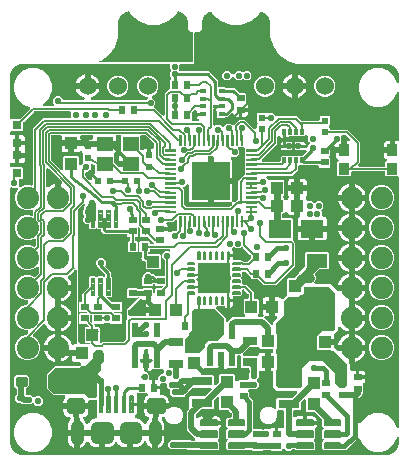
<source format=gtl>
G04 EAGLE Gerber RS-274X export*
G75*
%MOMM*%
%FSLAX34Y34*%
%LPD*%
%INTop Copper*%
%IPPOS*%
%AMOC8*
5,1,8,0,0,1.08239X$1,22.5*%
G01*
%ADD10R,5.080000X2.540000*%
%ADD11R,1.080000X1.050000*%
%ADD12R,0.600000X0.600000*%
%ADD13R,1.050000X1.080000*%
%ADD14R,1.950000X1.500000*%
%ADD15R,1.100000X1.000000*%
%ADD16R,1.200000X0.800000*%
%ADD17R,0.500000X0.350000*%
%ADD18R,0.600000X1.200000*%
%ADD19R,1.800000X0.800000*%
%ADD20R,0.700000X0.600000*%
%ADD21R,1.815300X1.164600*%
%ADD22R,0.600000X0.700000*%
%ADD23R,0.900000X1.000000*%
%ADD24C,0.147500*%
%ADD25C,0.140400*%
%ADD26R,2.700000X2.600000*%
%ADD27C,0.102500*%
%ADD28R,0.550000X1.200000*%
%ADD29C,0.080000*%
%ADD30R,3.200000X3.200000*%
%ADD31C,0.200000*%
%ADD32C,0.700000*%
%ADD33C,0.950000*%
%ADD34C,1.066800*%
%ADD35R,1.400000X1.200000*%
%ADD36R,0.800000X0.800000*%
%ADD37C,1.879600*%
%ADD38C,1.524000*%
%ADD39R,0.350000X0.490000*%
%ADD40R,1.600000X0.200000*%
%ADD41C,0.438600*%
%ADD42C,0.553200*%
%ADD43C,0.152400*%
%ADD44C,0.381000*%
%ADD45C,0.254000*%
%ADD46C,0.508000*%
%ADD47C,0.279400*%
%ADD48C,0.304800*%
%ADD49C,0.762000*%
%ADD50C,0.127000*%
%ADD51C,0.558800*%
%ADD52C,0.635000*%
%ADD53C,0.406400*%
%ADD54C,0.203200*%
%ADD55C,0.584200*%
%ADD56C,0.142747*%

G36*
X330082Y23808D02*
X330082Y23808D01*
X330172Y23804D01*
X330240Y23818D01*
X330310Y23822D01*
X330395Y23850D01*
X330483Y23868D01*
X330546Y23899D01*
X330612Y23920D01*
X330688Y23968D01*
X330769Y24008D01*
X330822Y24053D01*
X330881Y24090D01*
X330943Y24156D01*
X331011Y24214D01*
X331051Y24271D01*
X331099Y24322D01*
X331142Y24400D01*
X331194Y24474D01*
X331219Y24539D01*
X331253Y24600D01*
X331275Y24687D01*
X331307Y24771D01*
X331315Y24841D01*
X331332Y24908D01*
X331342Y25069D01*
X331342Y235920D01*
X331327Y236038D01*
X331320Y236157D01*
X331307Y236195D01*
X331302Y236236D01*
X331259Y236346D01*
X331222Y236459D01*
X331200Y236494D01*
X331185Y236531D01*
X331116Y236627D01*
X331052Y236728D01*
X331022Y236756D01*
X330999Y236789D01*
X330907Y236865D01*
X330820Y236946D01*
X330785Y236966D01*
X330754Y236991D01*
X330646Y237042D01*
X330542Y237100D01*
X330502Y237110D01*
X330466Y237127D01*
X330349Y237149D01*
X330234Y237179D01*
X330174Y237183D01*
X330154Y237187D01*
X330133Y237185D01*
X330073Y237189D01*
X320274Y237189D01*
X319529Y237934D01*
X319529Y240158D01*
X319514Y240276D01*
X319507Y240395D01*
X319494Y240433D01*
X319489Y240474D01*
X319446Y240584D01*
X319409Y240697D01*
X319387Y240732D01*
X319372Y240769D01*
X319303Y240865D01*
X319239Y240966D01*
X319209Y240994D01*
X319186Y241027D01*
X319094Y241103D01*
X319007Y241184D01*
X318972Y241204D01*
X318941Y241229D01*
X318833Y241280D01*
X318729Y241338D01*
X318689Y241348D01*
X318653Y241365D01*
X318536Y241387D01*
X318421Y241417D01*
X318361Y241421D01*
X318341Y241425D01*
X318320Y241423D01*
X318260Y241427D01*
X291340Y241427D01*
X291222Y241412D01*
X291103Y241405D01*
X291065Y241392D01*
X291024Y241387D01*
X290914Y241344D01*
X290801Y241307D01*
X290766Y241285D01*
X290729Y241270D01*
X290633Y241201D01*
X290532Y241137D01*
X290504Y241107D01*
X290471Y241084D01*
X290395Y240992D01*
X290314Y240905D01*
X290294Y240870D01*
X290269Y240839D01*
X290218Y240731D01*
X290160Y240627D01*
X290150Y240587D01*
X290133Y240551D01*
X290111Y240434D01*
X290081Y240319D01*
X290077Y240259D01*
X290073Y240239D01*
X290075Y240218D01*
X290071Y240158D01*
X290071Y237934D01*
X289326Y237189D01*
X279274Y237189D01*
X278529Y237934D01*
X278529Y248986D01*
X279486Y249943D01*
X279567Y250048D01*
X279652Y250149D01*
X279664Y250173D01*
X279681Y250194D01*
X279733Y250316D01*
X279791Y250435D01*
X279796Y250461D01*
X279807Y250486D01*
X279828Y250617D01*
X279854Y250747D01*
X279853Y250773D01*
X279857Y250800D01*
X279844Y250932D01*
X279838Y251064D01*
X279830Y251090D01*
X279827Y251117D01*
X279782Y251241D01*
X279743Y251368D01*
X279729Y251391D01*
X279719Y251416D01*
X279645Y251525D01*
X279575Y251638D01*
X279556Y251657D01*
X279541Y251679D01*
X279442Y251767D01*
X279346Y251858D01*
X279323Y251872D01*
X279302Y251890D01*
X279184Y251950D01*
X279069Y252015D01*
X279033Y252027D01*
X279019Y252034D01*
X278998Y252039D01*
X278917Y252066D01*
X278819Y252092D01*
X278240Y252427D01*
X277767Y252900D01*
X277432Y253479D01*
X277259Y254126D01*
X277259Y257211D01*
X283320Y257211D01*
X283438Y257226D01*
X283557Y257233D01*
X283595Y257245D01*
X283635Y257251D01*
X283746Y257294D01*
X283859Y257331D01*
X283893Y257353D01*
X283931Y257368D01*
X284027Y257437D01*
X284128Y257501D01*
X284156Y257531D01*
X284188Y257554D01*
X284264Y257646D01*
X284346Y257733D01*
X284365Y257768D01*
X284391Y257799D01*
X284442Y257907D01*
X284499Y258011D01*
X284509Y258051D01*
X284527Y258087D01*
X284549Y258204D01*
X284579Y258319D01*
X284583Y258379D01*
X284586Y258399D01*
X284585Y258420D01*
X284589Y258480D01*
X284589Y259171D01*
X285280Y259171D01*
X285398Y259186D01*
X285517Y259193D01*
X285555Y259206D01*
X285596Y259211D01*
X285706Y259255D01*
X285819Y259291D01*
X285854Y259313D01*
X285891Y259328D01*
X285987Y259398D01*
X286088Y259461D01*
X286116Y259491D01*
X286149Y259515D01*
X286225Y259606D01*
X286306Y259693D01*
X286326Y259728D01*
X286351Y259760D01*
X286402Y259867D01*
X286460Y259972D01*
X286470Y260011D01*
X286487Y260047D01*
X286509Y260164D01*
X286539Y260280D01*
X286543Y260340D01*
X286547Y260360D01*
X286545Y260380D01*
X286549Y260440D01*
X286549Y267001D01*
X288400Y267001D01*
X288538Y267018D01*
X288677Y267031D01*
X288696Y267038D01*
X288716Y267041D01*
X288845Y267092D01*
X288976Y267139D01*
X288993Y267150D01*
X289012Y267158D01*
X289124Y267239D01*
X289239Y267317D01*
X289252Y267333D01*
X289269Y267344D01*
X289358Y267452D01*
X289450Y267556D01*
X289459Y267574D01*
X289472Y267589D01*
X289531Y267715D01*
X289594Y267839D01*
X289599Y267859D01*
X289607Y267877D01*
X289633Y268013D01*
X289664Y268149D01*
X289663Y268170D01*
X289667Y268189D01*
X289658Y268328D01*
X289654Y268467D01*
X289649Y268487D01*
X289647Y268507D01*
X289605Y268639D01*
X289566Y268773D01*
X289555Y268790D01*
X289549Y268809D01*
X289475Y268927D01*
X289404Y269047D01*
X289386Y269068D01*
X289379Y269078D01*
X289364Y269092D01*
X289298Y269167D01*
X286470Y271996D01*
X286391Y272056D01*
X286319Y272124D01*
X286266Y272153D01*
X286218Y272190D01*
X286128Y272230D01*
X286041Y272278D01*
X285982Y272293D01*
X285927Y272317D01*
X285829Y272332D01*
X285733Y272357D01*
X285633Y272363D01*
X285613Y272367D01*
X285600Y272365D01*
X285572Y272367D01*
X283436Y272367D01*
X283318Y272352D01*
X283199Y272345D01*
X283161Y272332D01*
X283120Y272327D01*
X283010Y272284D01*
X282897Y272247D01*
X282862Y272225D01*
X282825Y272210D01*
X282729Y272141D01*
X282628Y272077D01*
X282600Y272047D01*
X282567Y272024D01*
X282491Y271932D01*
X282410Y271845D01*
X282390Y271810D01*
X282365Y271779D01*
X282314Y271671D01*
X282256Y271567D01*
X282246Y271527D01*
X282229Y271491D01*
X282207Y271374D01*
X282177Y271259D01*
X282173Y271199D01*
X282169Y271179D01*
X282171Y271158D01*
X282167Y271098D01*
X282167Y267443D01*
X282140Y267395D01*
X282125Y267336D01*
X282101Y267281D01*
X282086Y267183D01*
X282061Y267087D01*
X282055Y266987D01*
X282051Y266966D01*
X282052Y266954D01*
X282051Y266926D01*
X282051Y261709D01*
X277259Y261709D01*
X277259Y261712D01*
X277242Y261849D01*
X277229Y261988D01*
X277222Y262007D01*
X277219Y262027D01*
X277168Y262156D01*
X277121Y262288D01*
X277110Y262304D01*
X277102Y262323D01*
X277021Y262436D01*
X276943Y262551D01*
X276927Y262564D01*
X276916Y262580D01*
X276808Y262669D01*
X276704Y262761D01*
X276686Y262770D01*
X276671Y262783D01*
X276545Y262843D01*
X276421Y262906D01*
X276401Y262910D01*
X276383Y262919D01*
X276246Y262945D01*
X276111Y262975D01*
X276090Y262975D01*
X276071Y262979D01*
X275932Y262970D01*
X275793Y262966D01*
X275773Y262960D01*
X275753Y262959D01*
X275621Y262916D01*
X275487Y262877D01*
X275470Y262867D01*
X275451Y262861D01*
X275333Y262786D01*
X275213Y262716D01*
X275192Y262697D01*
X275182Y262691D01*
X275168Y262676D01*
X275093Y262609D01*
X273112Y260629D01*
X273052Y260551D01*
X272984Y260479D01*
X272955Y260426D01*
X272918Y260378D01*
X272878Y260287D01*
X272830Y260200D01*
X272815Y260142D01*
X272791Y260086D01*
X272776Y259988D01*
X272751Y259893D01*
X272745Y259792D01*
X272741Y259772D01*
X272743Y259760D01*
X272741Y259732D01*
X272741Y255474D01*
X272165Y254897D01*
X272092Y254803D01*
X272013Y254714D01*
X271994Y254678D01*
X271970Y254646D01*
X271922Y254537D01*
X271868Y254431D01*
X271859Y254392D01*
X271843Y254354D01*
X271825Y254237D01*
X271799Y254121D01*
X271800Y254080D01*
X271793Y254040D01*
X271805Y253922D01*
X271808Y253803D01*
X271819Y253764D01*
X271823Y253724D01*
X271864Y253612D01*
X271897Y253497D01*
X271917Y253462D01*
X271931Y253424D01*
X271998Y253326D01*
X272058Y253223D01*
X272098Y253178D01*
X272109Y253161D01*
X272125Y253148D01*
X272165Y253102D01*
X272741Y252526D01*
X272741Y245474D01*
X271996Y244729D01*
X263944Y244729D01*
X263154Y245519D01*
X263116Y245616D01*
X263079Y245729D01*
X263057Y245764D01*
X263042Y245801D01*
X262973Y245897D01*
X262909Y245998D01*
X262879Y246026D01*
X262856Y246059D01*
X262764Y246135D01*
X262677Y246216D01*
X262642Y246236D01*
X262611Y246261D01*
X262503Y246312D01*
X262399Y246370D01*
X262359Y246380D01*
X262323Y246397D01*
X262206Y246419D01*
X262091Y246449D01*
X262031Y246453D01*
X262011Y246457D01*
X261990Y246455D01*
X261930Y246459D01*
X249438Y246459D01*
X249299Y246597D01*
X249221Y246658D01*
X249149Y246726D01*
X249096Y246755D01*
X249048Y246792D01*
X248957Y246832D01*
X248870Y246880D01*
X248812Y246895D01*
X248756Y246919D01*
X248658Y246934D01*
X248563Y246959D01*
X248463Y246965D01*
X248442Y246969D01*
X248430Y246967D01*
X248402Y246969D01*
X247052Y246969D01*
X246934Y246954D01*
X246815Y246947D01*
X246777Y246934D01*
X246737Y246929D01*
X246626Y246886D01*
X246513Y246849D01*
X246479Y246827D01*
X246441Y246812D01*
X246345Y246743D01*
X246244Y246679D01*
X246217Y246649D01*
X246184Y246626D01*
X246108Y246534D01*
X246026Y246447D01*
X246007Y246412D01*
X245981Y246381D01*
X245930Y246273D01*
X245873Y246169D01*
X245863Y246129D01*
X245845Y246093D01*
X245823Y245976D01*
X245793Y245861D01*
X245790Y245801D01*
X245786Y245781D01*
X245787Y245760D01*
X245783Y245700D01*
X245783Y242788D01*
X242224Y239230D01*
X242197Y239203D01*
X242197Y239202D01*
X240432Y237437D01*
X240347Y237328D01*
X240258Y237221D01*
X240250Y237202D01*
X240237Y237186D01*
X240182Y237058D01*
X240123Y236933D01*
X240119Y236913D01*
X240111Y236894D01*
X240089Y236756D01*
X240063Y236620D01*
X240064Y236600D01*
X240061Y236580D01*
X240074Y236441D01*
X240083Y236303D01*
X240089Y236284D01*
X240091Y236264D01*
X240138Y236132D01*
X240181Y236001D01*
X240192Y235983D01*
X240198Y235964D01*
X240276Y235849D01*
X240351Y235732D01*
X240366Y235718D01*
X240377Y235701D01*
X240481Y235609D01*
X240582Y235514D01*
X240600Y235504D01*
X240615Y235491D01*
X240739Y235427D01*
X240861Y235360D01*
X240881Y235355D01*
X240899Y235346D01*
X241034Y235316D01*
X241169Y235281D01*
X241197Y235279D01*
X241209Y235276D01*
X241229Y235277D01*
X241330Y235271D01*
X242431Y235271D01*
X242431Y229869D01*
X237179Y229869D01*
X237179Y233064D01*
X237352Y233711D01*
X237687Y234290D01*
X238160Y234763D01*
X238739Y235098D01*
X239123Y235200D01*
X239264Y235258D01*
X239405Y235314D01*
X239411Y235318D01*
X239417Y235320D01*
X239540Y235412D01*
X239663Y235501D01*
X239667Y235506D01*
X239672Y235510D01*
X239768Y235628D01*
X239865Y235746D01*
X239868Y235752D01*
X239873Y235757D01*
X239937Y235897D01*
X240001Y236033D01*
X240002Y236040D01*
X240005Y236046D01*
X240032Y236196D01*
X240061Y236346D01*
X240060Y236352D01*
X240062Y236359D01*
X240050Y236511D01*
X240041Y236663D01*
X240039Y236670D01*
X240038Y236676D01*
X239991Y236819D01*
X239943Y236966D01*
X239939Y236971D01*
X239937Y236978D01*
X239855Y237105D01*
X239773Y237234D01*
X239768Y237239D01*
X239764Y237245D01*
X239652Y237348D01*
X239541Y237452D01*
X239535Y237456D01*
X239530Y237460D01*
X239396Y237532D01*
X239263Y237606D01*
X239256Y237608D01*
X239250Y237611D01*
X239102Y237647D01*
X238955Y237685D01*
X238946Y237686D01*
X238942Y237687D01*
X238931Y237687D01*
X238794Y237696D01*
X238521Y237696D01*
X238520Y237696D01*
X219840Y237696D01*
X219702Y237678D01*
X219563Y237665D01*
X219544Y237658D01*
X219524Y237656D01*
X219395Y237605D01*
X219264Y237558D01*
X219247Y237546D01*
X219228Y237539D01*
X219116Y237457D01*
X219001Y237379D01*
X218987Y237364D01*
X218971Y237352D01*
X218882Y237244D01*
X218790Y237141D01*
X218781Y237123D01*
X218768Y237107D01*
X218709Y236981D01*
X218646Y236857D01*
X218641Y236837D01*
X218633Y236819D01*
X218607Y236683D01*
X218576Y236547D01*
X218577Y236527D01*
X218573Y236507D01*
X218581Y236368D01*
X218586Y236229D01*
X218591Y236210D01*
X218593Y236189D01*
X218635Y236057D01*
X218674Y235924D01*
X218684Y235906D01*
X218691Y235887D01*
X218765Y235769D01*
X218836Y235650D01*
X218854Y235629D01*
X218861Y235618D01*
X218876Y235604D01*
X218942Y235529D01*
X220184Y234286D01*
X220278Y234214D01*
X220368Y234135D01*
X220404Y234116D01*
X220436Y234092D01*
X220545Y234044D01*
X220651Y233990D01*
X220691Y233981D01*
X220727Y233965D01*
X220845Y233946D01*
X220961Y233920D01*
X221002Y233922D01*
X221042Y233915D01*
X221160Y233926D01*
X221279Y233930D01*
X221318Y233941D01*
X221358Y233945D01*
X221470Y233985D01*
X221523Y234001D01*
X233246Y234001D01*
X233991Y233256D01*
X233991Y221404D01*
X233115Y220527D01*
X233030Y220418D01*
X232941Y220311D01*
X232932Y220292D01*
X232920Y220276D01*
X232864Y220149D01*
X232805Y220023D01*
X232801Y220003D01*
X232793Y219984D01*
X232771Y219846D01*
X232745Y219710D01*
X232747Y219690D01*
X232743Y219670D01*
X232757Y219531D01*
X232765Y219393D01*
X232771Y219374D01*
X232773Y219354D01*
X232820Y219222D01*
X232863Y219091D01*
X232874Y219073D01*
X232881Y219054D01*
X232959Y218939D01*
X233033Y218822D01*
X233048Y218808D01*
X233059Y218791D01*
X233163Y218699D01*
X233265Y218604D01*
X233283Y218594D01*
X233298Y218581D01*
X233422Y218518D01*
X233543Y218450D01*
X233563Y218445D01*
X233581Y218436D01*
X233697Y218410D01*
X234703Y217404D01*
X234808Y217323D01*
X234909Y217238D01*
X234933Y217226D01*
X234954Y217209D01*
X235076Y217157D01*
X235195Y217099D01*
X235221Y217094D01*
X235246Y217083D01*
X235377Y217062D01*
X235507Y217036D01*
X235533Y217037D01*
X235560Y217033D01*
X235692Y217046D01*
X235824Y217052D01*
X235850Y217060D01*
X235877Y217063D01*
X236001Y217108D01*
X236128Y217147D01*
X236151Y217161D01*
X236176Y217171D01*
X236285Y217245D01*
X236398Y217315D01*
X236417Y217334D01*
X236439Y217349D01*
X236527Y217448D01*
X236618Y217544D01*
X236632Y217567D01*
X236650Y217588D01*
X236710Y217706D01*
X236775Y217821D01*
X236787Y217857D01*
X236794Y217871D01*
X236799Y217892D01*
X236826Y217973D01*
X236852Y218071D01*
X237187Y218650D01*
X237445Y218908D01*
X237514Y218997D01*
X237589Y219080D01*
X237611Y219122D01*
X237640Y219159D01*
X237684Y219262D01*
X237737Y219362D01*
X237747Y219408D01*
X237766Y219451D01*
X237784Y219562D01*
X237809Y219671D01*
X237809Y219719D01*
X237816Y219765D01*
X237805Y219877D01*
X237803Y219989D01*
X237791Y220035D01*
X237786Y220082D01*
X237748Y220188D01*
X237718Y220296D01*
X237686Y220361D01*
X237679Y220381D01*
X237668Y220396D01*
X237646Y220440D01*
X237352Y220949D01*
X237179Y221596D01*
X237179Y224791D01*
X242431Y224791D01*
X242431Y218815D01*
X242419Y218801D01*
X242368Y218693D01*
X242310Y218589D01*
X242300Y218549D01*
X242283Y218513D01*
X242261Y218396D01*
X242231Y218281D01*
X242227Y218221D01*
X242223Y218201D01*
X242225Y218180D01*
X242221Y218120D01*
X242221Y213320D01*
X242236Y213202D01*
X242243Y213083D01*
X242255Y213045D01*
X242261Y213005D01*
X242304Y212894D01*
X242341Y212781D01*
X242363Y212747D01*
X242378Y212709D01*
X242447Y212613D01*
X242511Y212512D01*
X242541Y212484D01*
X242564Y212452D01*
X242656Y212376D01*
X242743Y212294D01*
X242778Y212275D01*
X242809Y212249D01*
X242917Y212198D01*
X243021Y212141D01*
X243061Y212131D01*
X243097Y212113D01*
X243204Y212093D01*
X243174Y212089D01*
X243064Y212045D01*
X242951Y212009D01*
X242916Y211987D01*
X242879Y211972D01*
X242782Y211902D01*
X242682Y211839D01*
X242654Y211809D01*
X242621Y211785D01*
X242545Y211694D01*
X242464Y211607D01*
X242444Y211572D01*
X242419Y211540D01*
X242368Y211433D01*
X242310Y211328D01*
X242300Y211289D01*
X242283Y211253D01*
X242261Y211136D01*
X242231Y211020D01*
X242227Y210960D01*
X242223Y210940D01*
X242225Y210920D01*
X242224Y210907D01*
X242223Y210904D01*
X242223Y210902D01*
X242221Y210860D01*
X242221Y204549D01*
X238886Y204549D01*
X238239Y204722D01*
X237660Y205057D01*
X237187Y205530D01*
X236852Y206109D01*
X236826Y206207D01*
X236776Y206329D01*
X236732Y206454D01*
X236716Y206476D01*
X236706Y206501D01*
X236627Y206607D01*
X236553Y206717D01*
X236533Y206735D01*
X236517Y206757D01*
X236414Y206840D01*
X236315Y206928D01*
X236291Y206940D01*
X236270Y206957D01*
X236149Y207012D01*
X236031Y207072D01*
X236005Y207078D01*
X235980Y207089D01*
X235850Y207113D01*
X235721Y207142D01*
X235694Y207141D01*
X235668Y207146D01*
X235536Y207136D01*
X235403Y207132D01*
X235377Y207125D01*
X235350Y207123D01*
X235225Y207081D01*
X235098Y207044D01*
X235074Y207030D01*
X235049Y207021D01*
X234938Y206949D01*
X234824Y206882D01*
X234795Y206857D01*
X234782Y206848D01*
X234767Y206832D01*
X234703Y206776D01*
X233746Y205819D01*
X232931Y205819D01*
X232813Y205804D01*
X232694Y205797D01*
X232656Y205784D01*
X232615Y205779D01*
X232505Y205736D01*
X232392Y205699D01*
X232357Y205677D01*
X232320Y205662D01*
X232224Y205593D01*
X232123Y205529D01*
X232095Y205499D01*
X232062Y205476D01*
X231986Y205384D01*
X231905Y205297D01*
X231885Y205262D01*
X231860Y205231D01*
X231809Y205123D01*
X231751Y205019D01*
X231741Y204979D01*
X231724Y204943D01*
X231702Y204826D01*
X231672Y204711D01*
X231668Y204651D01*
X231664Y204631D01*
X231666Y204610D01*
X231662Y204550D01*
X231662Y203080D01*
X231677Y202962D01*
X231684Y202843D01*
X231697Y202805D01*
X231702Y202764D01*
X231745Y202654D01*
X231782Y202541D01*
X231804Y202506D01*
X231819Y202469D01*
X231888Y202373D01*
X231952Y202272D01*
X231982Y202244D01*
X232005Y202211D01*
X232097Y202135D01*
X232184Y202054D01*
X232219Y202034D01*
X232250Y202009D01*
X232358Y201958D01*
X232462Y201900D01*
X232502Y201890D01*
X232538Y201873D01*
X232655Y201851D01*
X232770Y201821D01*
X232830Y201817D01*
X232850Y201813D01*
X232871Y201815D01*
X232931Y201811D01*
X240366Y201811D01*
X241111Y201066D01*
X241111Y184990D01*
X241052Y184923D01*
X241033Y184887D01*
X241008Y184855D01*
X240961Y184746D01*
X240907Y184640D01*
X240898Y184600D01*
X240882Y184563D01*
X240863Y184445D01*
X240837Y184329D01*
X240839Y184289D01*
X240832Y184249D01*
X240843Y184130D01*
X240847Y184012D01*
X240858Y183973D01*
X240862Y183932D01*
X240902Y183820D01*
X240935Y183706D01*
X240956Y183671D01*
X240970Y183633D01*
X241037Y183535D01*
X241097Y183432D01*
X241137Y183387D01*
X241148Y183370D01*
X241164Y183356D01*
X241203Y183311D01*
X242434Y182080D01*
X243333Y181182D01*
X243333Y161718D01*
X226902Y145287D01*
X216408Y145287D01*
X214846Y146850D01*
X211898Y149798D01*
X211819Y149858D01*
X211747Y149926D01*
X211694Y149955D01*
X211646Y149992D01*
X211556Y150032D01*
X211469Y150080D01*
X211410Y150095D01*
X211355Y150119D01*
X211257Y150134D01*
X211161Y150159D01*
X211061Y150165D01*
X211041Y150169D01*
X211028Y150167D01*
X211000Y150169D01*
X206104Y150169D01*
X205359Y150914D01*
X205359Y151800D01*
X205347Y151898D01*
X205344Y151997D01*
X205327Y152056D01*
X205319Y152116D01*
X205283Y152208D01*
X205255Y152303D01*
X205225Y152355D01*
X205202Y152411D01*
X205144Y152492D01*
X205094Y152577D01*
X205028Y152652D01*
X205016Y152669D01*
X205006Y152677D01*
X204988Y152698D01*
X201460Y156226D01*
X201382Y156286D01*
X201309Y156354D01*
X201256Y156383D01*
X201209Y156420D01*
X201118Y156460D01*
X201031Y156508D01*
X200972Y156523D01*
X200917Y156547D01*
X200819Y156562D01*
X200723Y156587D01*
X200623Y156593D01*
X200603Y156597D01*
X200590Y156595D01*
X200562Y156597D01*
X199180Y156597D01*
X199062Y156582D01*
X198943Y156575D01*
X198905Y156562D01*
X198864Y156557D01*
X198754Y156514D01*
X198641Y156477D01*
X198606Y156455D01*
X198569Y156440D01*
X198473Y156371D01*
X198372Y156307D01*
X198344Y156277D01*
X198311Y156254D01*
X198235Y156162D01*
X198154Y156075D01*
X198134Y156040D01*
X198109Y156009D01*
X198058Y155901D01*
X198000Y155797D01*
X197990Y155757D01*
X197973Y155721D01*
X197951Y155604D01*
X197921Y155489D01*
X197917Y155429D01*
X197913Y155409D01*
X197915Y155388D01*
X197911Y155328D01*
X197911Y152215D01*
X197723Y152027D01*
X197650Y151933D01*
X197572Y151844D01*
X197553Y151808D01*
X197528Y151776D01*
X197481Y151667D01*
X197427Y151561D01*
X197418Y151521D01*
X197402Y151484D01*
X197383Y151367D01*
X197357Y151251D01*
X197359Y151210D01*
X197352Y151170D01*
X197363Y151051D01*
X197367Y150933D01*
X197378Y150894D01*
X197382Y150854D01*
X197422Y150741D01*
X197455Y150627D01*
X197476Y150592D01*
X197490Y150554D01*
X197556Y150456D01*
X197617Y150353D01*
X197657Y150308D01*
X197668Y150291D01*
X197683Y150278D01*
X197723Y150232D01*
X197911Y150045D01*
X197911Y146932D01*
X197926Y146814D01*
X197933Y146695D01*
X197946Y146657D01*
X197951Y146616D01*
X197994Y146506D01*
X198031Y146393D01*
X198053Y146358D01*
X198068Y146321D01*
X198137Y146225D01*
X198201Y146124D01*
X198231Y146096D01*
X198254Y146063D01*
X198346Y145987D01*
X198433Y145906D01*
X198468Y145886D01*
X198499Y145861D01*
X198607Y145810D01*
X198711Y145752D01*
X198751Y145742D01*
X198787Y145725D01*
X198904Y145703D01*
X199019Y145673D01*
X199079Y145669D01*
X199099Y145665D01*
X199120Y145667D01*
X199180Y145663D01*
X201382Y145663D01*
X207913Y139132D01*
X207913Y134940D01*
X207928Y134822D01*
X207935Y134703D01*
X207948Y134665D01*
X207953Y134624D01*
X207996Y134514D01*
X208033Y134401D01*
X208055Y134366D01*
X208070Y134329D01*
X208139Y134233D01*
X208203Y134132D01*
X208233Y134104D01*
X208256Y134071D01*
X208348Y133995D01*
X208435Y133914D01*
X208470Y133894D01*
X208501Y133869D01*
X208609Y133818D01*
X208713Y133760D01*
X208753Y133750D01*
X208789Y133733D01*
X208906Y133711D01*
X209021Y133681D01*
X209081Y133677D01*
X209101Y133673D01*
X209122Y133675D01*
X209182Y133671D01*
X211656Y133671D01*
X212401Y132926D01*
X212401Y121074D01*
X211605Y120277D01*
X211520Y120168D01*
X211431Y120061D01*
X211422Y120042D01*
X211410Y120026D01*
X211354Y119899D01*
X211295Y119773D01*
X211291Y119753D01*
X211283Y119734D01*
X211261Y119596D01*
X211235Y119460D01*
X211237Y119440D01*
X211233Y119420D01*
X211247Y119281D01*
X211255Y119143D01*
X211261Y119124D01*
X211263Y119104D01*
X211310Y118972D01*
X211353Y118841D01*
X211364Y118823D01*
X211371Y118804D01*
X211449Y118689D01*
X211523Y118572D01*
X211538Y118558D01*
X211549Y118541D01*
X211653Y118449D01*
X211755Y118354D01*
X211773Y118344D01*
X211788Y118331D01*
X211912Y118268D01*
X212033Y118200D01*
X212053Y118195D01*
X212071Y118186D01*
X212207Y118156D01*
X212341Y118121D01*
X212369Y118119D01*
X212381Y118116D01*
X212402Y118117D01*
X212502Y118111D01*
X215012Y118111D01*
X215143Y118127D01*
X215276Y118138D01*
X215301Y118147D01*
X215328Y118151D01*
X215451Y118199D01*
X215576Y118243D01*
X215599Y118258D01*
X215624Y118268D01*
X215731Y118345D01*
X215841Y118419D01*
X215859Y118439D01*
X215881Y118454D01*
X215965Y118556D01*
X216054Y118655D01*
X216067Y118679D01*
X216084Y118699D01*
X216140Y118819D01*
X216202Y118936D01*
X216208Y118963D01*
X216219Y118987D01*
X216244Y119117D01*
X216275Y119246D01*
X216274Y119273D01*
X216279Y119299D01*
X216271Y119431D01*
X216268Y119564D01*
X216261Y119590D01*
X216259Y119617D01*
X216219Y119743D01*
X216183Y119870D01*
X216166Y119905D01*
X216161Y119919D01*
X216150Y119938D01*
X216112Y120015D01*
X215762Y120619D01*
X215589Y121266D01*
X215589Y124461D01*
X220841Y124461D01*
X220841Y119059D01*
X218324Y119059D01*
X218186Y119042D01*
X218048Y119029D01*
X218029Y119022D01*
X218009Y119019D01*
X217880Y118968D01*
X217748Y118921D01*
X217732Y118910D01*
X217713Y118902D01*
X217601Y118821D01*
X217485Y118743D01*
X217472Y118727D01*
X217456Y118716D01*
X217367Y118608D01*
X217275Y118504D01*
X217266Y118486D01*
X217253Y118471D01*
X217194Y118345D01*
X217130Y118221D01*
X217126Y118201D01*
X217117Y118183D01*
X217091Y118046D01*
X217061Y117911D01*
X217061Y117890D01*
X217057Y117871D01*
X217066Y117732D01*
X217070Y117593D01*
X217076Y117573D01*
X217077Y117553D01*
X217120Y117421D01*
X217159Y117287D01*
X217169Y117270D01*
X217175Y117251D01*
X217250Y117133D01*
X217320Y117013D01*
X217339Y116992D01*
X217345Y116982D01*
X217360Y116968D01*
X217427Y116893D01*
X218812Y115507D01*
X220917Y113402D01*
X222496Y111824D01*
X222605Y111738D01*
X222712Y111650D01*
X222731Y111641D01*
X222747Y111629D01*
X222875Y111573D01*
X223000Y111514D01*
X223020Y111510D01*
X223039Y111502D01*
X223177Y111480D01*
X223313Y111454D01*
X223333Y111456D01*
X223353Y111453D01*
X223492Y111466D01*
X223630Y111474D01*
X223649Y111480D01*
X223669Y111482D01*
X223801Y111530D01*
X223932Y111572D01*
X223950Y111583D01*
X223969Y111590D01*
X224084Y111668D01*
X224201Y111742D01*
X224215Y111757D01*
X224232Y111769D01*
X224324Y111873D01*
X224419Y111974D01*
X224429Y111992D01*
X224442Y112007D01*
X224506Y112131D01*
X224573Y112253D01*
X224578Y112272D01*
X224587Y112290D01*
X224617Y112426D01*
X224652Y112560D01*
X224654Y112589D01*
X224657Y112600D01*
X224656Y112621D01*
X224662Y112721D01*
X224662Y114135D01*
X227420Y116893D01*
X227505Y117002D01*
X227594Y117109D01*
X227602Y117128D01*
X227615Y117144D01*
X227670Y117272D01*
X227729Y117397D01*
X227733Y117417D01*
X227741Y117436D01*
X227763Y117574D01*
X227789Y117710D01*
X227788Y117730D01*
X227791Y117750D01*
X227778Y117889D01*
X227769Y118027D01*
X227763Y118046D01*
X227761Y118066D01*
X227714Y118198D01*
X227671Y118329D01*
X227660Y118347D01*
X227654Y118366D01*
X227575Y118481D01*
X227501Y118598D01*
X227486Y118612D01*
X227475Y118629D01*
X227371Y118721D01*
X227269Y118816D01*
X227252Y118826D01*
X227237Y118839D01*
X227112Y118903D01*
X226991Y118970D01*
X226971Y118975D01*
X226953Y118984D01*
X226817Y119014D01*
X226683Y119049D01*
X226655Y119051D01*
X226643Y119054D01*
X226622Y119053D01*
X226522Y119059D01*
X225919Y119059D01*
X225919Y125730D01*
X225904Y125848D01*
X225897Y125967D01*
X225884Y126005D01*
X225879Y126045D01*
X225835Y126156D01*
X225799Y126269D01*
X225777Y126304D01*
X225762Y126341D01*
X225692Y126437D01*
X225629Y126538D01*
X225599Y126566D01*
X225575Y126598D01*
X225484Y126674D01*
X225397Y126756D01*
X225362Y126775D01*
X225330Y126801D01*
X225223Y126852D01*
X225119Y126909D01*
X225079Y126920D01*
X225043Y126937D01*
X224926Y126959D01*
X224811Y126989D01*
X224750Y126993D01*
X224730Y126997D01*
X224710Y126995D01*
X224650Y126999D01*
X223379Y126999D01*
X223379Y127001D01*
X224650Y127001D01*
X224768Y127016D01*
X224887Y127023D01*
X224925Y127036D01*
X224965Y127041D01*
X225076Y127085D01*
X225189Y127121D01*
X225224Y127143D01*
X225261Y127158D01*
X225357Y127228D01*
X225458Y127291D01*
X225486Y127321D01*
X225518Y127345D01*
X225594Y127436D01*
X225676Y127523D01*
X225695Y127558D01*
X225721Y127590D01*
X225772Y127697D01*
X225829Y127801D01*
X225840Y127841D01*
X225857Y127877D01*
X225879Y127994D01*
X225909Y128109D01*
X225913Y128170D01*
X225917Y128190D01*
X225915Y128210D01*
X225919Y128270D01*
X225919Y134941D01*
X228964Y134941D01*
X229611Y134768D01*
X230190Y134433D01*
X230663Y133960D01*
X230712Y133875D01*
X230788Y133775D01*
X230859Y133670D01*
X230884Y133648D01*
X230905Y133621D01*
X231003Y133543D01*
X231097Y133460D01*
X231127Y133445D01*
X231154Y133424D01*
X231269Y133373D01*
X231381Y133315D01*
X231414Y133308D01*
X231444Y133294D01*
X231569Y133273D01*
X231691Y133246D01*
X231725Y133247D01*
X231758Y133241D01*
X231884Y133252D01*
X232009Y133255D01*
X232041Y133265D01*
X232075Y133268D01*
X232194Y133309D01*
X232314Y133344D01*
X232343Y133361D01*
X232375Y133372D01*
X232480Y133442D01*
X232588Y133505D01*
X232625Y133538D01*
X232640Y133548D01*
X232655Y133564D01*
X232709Y133612D01*
X233181Y134083D01*
X234451Y135353D01*
X236033Y136935D01*
X236106Y137030D01*
X236184Y137119D01*
X236203Y137155D01*
X236228Y137187D01*
X236275Y137296D01*
X236329Y137402D01*
X236338Y137441D01*
X236354Y137478D01*
X236373Y137596D01*
X236399Y137712D01*
X236397Y137753D01*
X236404Y137793D01*
X236393Y137911D01*
X236389Y138030D01*
X236378Y138069D01*
X236374Y138109D01*
X236334Y138221D01*
X236301Y138336D01*
X236280Y138370D01*
X236266Y138408D01*
X236199Y138507D01*
X236139Y138610D01*
X236099Y138655D01*
X236088Y138672D01*
X236072Y138685D01*
X236033Y138730D01*
X235899Y138864D01*
X235899Y150416D01*
X236644Y151161D01*
X241380Y151161D01*
X241478Y151173D01*
X241577Y151176D01*
X241635Y151193D01*
X241695Y151201D01*
X241787Y151237D01*
X241882Y151265D01*
X241935Y151295D01*
X241991Y151318D01*
X242071Y151376D01*
X242156Y151426D01*
X242232Y151492D01*
X242248Y151504D01*
X242253Y151510D01*
X242257Y151513D01*
X242262Y151519D01*
X242277Y151532D01*
X246361Y155616D01*
X250901Y160156D01*
X250962Y160235D01*
X251030Y160307D01*
X251059Y160360D01*
X251096Y160408D01*
X251135Y160498D01*
X251183Y160585D01*
X251198Y160644D01*
X251222Y160699D01*
X251238Y160797D01*
X251263Y160893D01*
X251269Y160993D01*
X251272Y161013D01*
X251271Y161026D01*
X251273Y161054D01*
X251273Y172233D01*
X252017Y172978D01*
X271223Y172978D01*
X271967Y172233D01*
X271967Y159535D01*
X271223Y158790D01*
X264431Y158790D01*
X264333Y158778D01*
X264234Y158775D01*
X264176Y158758D01*
X264116Y158750D01*
X264024Y158714D01*
X263929Y158686D01*
X263876Y158656D01*
X263820Y158633D01*
X263740Y158575D01*
X263655Y158525D01*
X263579Y158459D01*
X263563Y158447D01*
X263560Y158443D01*
X263557Y158441D01*
X263551Y158434D01*
X263534Y158419D01*
X260044Y154929D01*
X260026Y154905D01*
X260003Y154886D01*
X259929Y154780D01*
X259849Y154677D01*
X259837Y154650D01*
X259820Y154626D01*
X259774Y154505D01*
X259723Y154386D01*
X259718Y154356D01*
X259708Y154329D01*
X259693Y154200D01*
X259673Y154071D01*
X259676Y154042D01*
X259672Y154013D01*
X259690Y153884D01*
X259703Y153755D01*
X259713Y153727D01*
X259717Y153698D01*
X259769Y153545D01*
X260351Y152141D01*
X260351Y150119D01*
X259556Y148200D01*
X259496Y148128D01*
X259487Y148109D01*
X259475Y148093D01*
X259419Y147965D01*
X259360Y147840D01*
X259357Y147820D01*
X259348Y147802D01*
X259327Y147664D01*
X259301Y147527D01*
X259302Y147507D01*
X259299Y147487D01*
X259312Y147349D01*
X259320Y147210D01*
X259326Y147191D01*
X259328Y147171D01*
X259375Y147040D01*
X259418Y146908D01*
X259429Y146891D01*
X259436Y146872D01*
X259514Y146757D01*
X259588Y146639D01*
X259603Y146625D01*
X259614Y146608D01*
X259719Y146516D01*
X259820Y146421D01*
X259838Y146411D01*
X259853Y146398D01*
X259977Y146334D01*
X260099Y146267D01*
X260118Y146262D01*
X260136Y146253D01*
X260272Y146223D01*
X260407Y146188D01*
X260434Y146186D01*
X260446Y146184D01*
X260467Y146184D01*
X260567Y146178D01*
X272885Y146178D01*
X278355Y140708D01*
X278434Y140647D01*
X278506Y140579D01*
X278559Y140550D01*
X278607Y140513D01*
X278697Y140473D01*
X278784Y140425D01*
X278843Y140410D01*
X278898Y140386D01*
X278996Y140371D01*
X279092Y140346D01*
X279192Y140340D01*
X279212Y140336D01*
X279225Y140338D01*
X279253Y140336D01*
X288291Y140336D01*
X288291Y118745D01*
X288306Y118627D01*
X288313Y118508D01*
X288326Y118470D01*
X288331Y118430D01*
X288374Y118319D01*
X288411Y118206D01*
X288433Y118172D01*
X288448Y118134D01*
X288518Y118038D01*
X288581Y117937D01*
X288611Y117909D01*
X288634Y117877D01*
X288726Y117801D01*
X288813Y117719D01*
X288848Y117700D01*
X288879Y117674D01*
X288987Y117623D01*
X289091Y117566D01*
X289131Y117555D01*
X289167Y117538D01*
X289284Y117516D01*
X289399Y117486D01*
X289460Y117482D01*
X289480Y117478D01*
X289500Y117480D01*
X289560Y117476D01*
X290831Y117476D01*
X290831Y117474D01*
X289560Y117474D01*
X289442Y117459D01*
X289323Y117452D01*
X289285Y117439D01*
X289244Y117434D01*
X289134Y117390D01*
X289021Y117354D01*
X288986Y117332D01*
X288949Y117317D01*
X288853Y117247D01*
X288752Y117184D01*
X288724Y117154D01*
X288691Y117130D01*
X288616Y117039D01*
X288534Y116952D01*
X288514Y116917D01*
X288489Y116885D01*
X288438Y116778D01*
X288380Y116673D01*
X288370Y116634D01*
X288353Y116598D01*
X288331Y116481D01*
X288301Y116366D01*
X288297Y116305D01*
X288293Y116285D01*
X288295Y116265D01*
X288291Y116205D01*
X288291Y105377D01*
X288287Y105386D01*
X288241Y105450D01*
X288202Y105520D01*
X288148Y105578D01*
X288101Y105643D01*
X288039Y105694D01*
X287985Y105752D01*
X287917Y105795D01*
X287856Y105846D01*
X287784Y105880D01*
X287717Y105923D01*
X287570Y105981D01*
X287568Y105982D01*
X287567Y105982D01*
X286247Y106411D01*
X284573Y107264D01*
X283052Y108369D01*
X281694Y109727D01*
X281585Y109812D01*
X281478Y109901D01*
X281459Y109909D01*
X281443Y109922D01*
X281316Y109977D01*
X281190Y110036D01*
X281170Y110040D01*
X281151Y110048D01*
X281013Y110070D01*
X280877Y110096D01*
X280857Y110095D01*
X280837Y110098D01*
X280698Y110085D01*
X280560Y110076D01*
X280541Y110070D01*
X280521Y110068D01*
X280389Y110021D01*
X280258Y109978D01*
X280240Y109967D01*
X280221Y109960D01*
X280106Y109882D01*
X279989Y109808D01*
X279975Y109793D01*
X279958Y109782D01*
X279866Y109677D01*
X279771Y109576D01*
X279761Y109559D01*
X279748Y109543D01*
X279684Y109419D01*
X279617Y109298D01*
X279612Y109278D01*
X279603Y109260D01*
X279573Y109124D01*
X279538Y108990D01*
X279536Y108962D01*
X279533Y108950D01*
X279534Y108929D01*
X279528Y108829D01*
X279528Y106845D01*
X276584Y103901D01*
X276540Y103886D01*
X276511Y103868D01*
X276480Y103855D01*
X276378Y103782D01*
X276273Y103713D01*
X276250Y103688D01*
X276223Y103669D01*
X276142Y103572D01*
X276057Y103479D01*
X276041Y103450D01*
X276020Y103424D01*
X275966Y103310D01*
X275907Y103199D01*
X275899Y103166D01*
X275884Y103136D01*
X275861Y103013D01*
X275830Y102890D01*
X275831Y102857D01*
X275824Y102824D01*
X275832Y102698D01*
X275833Y102572D01*
X275843Y102524D01*
X275844Y102506D01*
X275851Y102486D01*
X275865Y102414D01*
X275911Y102244D01*
X275911Y99199D01*
X269240Y99199D01*
X269122Y99184D01*
X269003Y99177D01*
X268965Y99164D01*
X268925Y99159D01*
X268814Y99115D01*
X268701Y99079D01*
X268666Y99057D01*
X268629Y99042D01*
X268533Y98972D01*
X268432Y98909D01*
X268404Y98879D01*
X268372Y98855D01*
X268296Y98764D01*
X268214Y98677D01*
X268195Y98642D01*
X268169Y98610D01*
X268118Y98503D01*
X268061Y98399D01*
X268050Y98359D01*
X268033Y98323D01*
X268011Y98206D01*
X267981Y98091D01*
X267977Y98030D01*
X267973Y98010D01*
X267975Y97990D01*
X267971Y97930D01*
X267971Y95390D01*
X267986Y95272D01*
X267993Y95153D01*
X268006Y95115D01*
X268011Y95075D01*
X268055Y94964D01*
X268091Y94851D01*
X268113Y94816D01*
X268128Y94779D01*
X268198Y94683D01*
X268261Y94582D01*
X268291Y94554D01*
X268315Y94521D01*
X268406Y94446D01*
X268493Y94364D01*
X268528Y94344D01*
X268560Y94319D01*
X268667Y94268D01*
X268771Y94210D01*
X268811Y94200D01*
X268847Y94183D01*
X268964Y94161D01*
X269079Y94131D01*
X269140Y94127D01*
X269160Y94123D01*
X269180Y94125D01*
X269240Y94121D01*
X275911Y94121D01*
X275911Y92837D01*
X275926Y92719D01*
X275933Y92600D01*
X275946Y92562D01*
X275951Y92521D01*
X275994Y92411D01*
X276031Y92298D01*
X276053Y92263D01*
X276068Y92226D01*
X276137Y92130D01*
X276201Y92029D01*
X276231Y92001D01*
X276254Y91968D01*
X276346Y91892D01*
X276433Y91811D01*
X276468Y91791D01*
X276486Y91777D01*
X278355Y89908D01*
X278434Y89847D01*
X278506Y89779D01*
X278559Y89750D01*
X278607Y89713D01*
X278697Y89673D01*
X278784Y89625D01*
X278843Y89610D01*
X278898Y89586D01*
X278996Y89571D01*
X279092Y89546D01*
X279192Y89540D01*
X279212Y89536D01*
X279225Y89538D01*
X279253Y89536D01*
X288291Y89536D01*
X288291Y80498D01*
X288303Y80400D01*
X288306Y80301D01*
X288323Y80242D01*
X288331Y80182D01*
X288367Y80090D01*
X288395Y79995D01*
X288425Y79943D01*
X288448Y79887D01*
X288506Y79806D01*
X288556Y79721D01*
X288622Y79646D01*
X288634Y79629D01*
X288644Y79621D01*
X288663Y79600D01*
X289688Y78575D01*
X289688Y73785D01*
X289704Y73660D01*
X289713Y73535D01*
X289723Y73503D01*
X289728Y73469D01*
X289774Y73353D01*
X289814Y73233D01*
X289832Y73205D01*
X289845Y73174D01*
X289918Y73072D01*
X289987Y72967D01*
X290012Y72944D01*
X290031Y72916D01*
X290128Y72836D01*
X290221Y72751D01*
X290250Y72735D01*
X290276Y72714D01*
X290390Y72660D01*
X290501Y72601D01*
X290534Y72592D01*
X290564Y72578D01*
X290687Y72555D01*
X290810Y72524D01*
X290843Y72525D01*
X290876Y72518D01*
X291002Y72526D01*
X291128Y72527D01*
X291176Y72537D01*
X291194Y72538D01*
X291214Y72545D01*
X291286Y72559D01*
X292076Y72771D01*
X294411Y72771D01*
X294411Y67460D01*
X294426Y67342D01*
X294433Y67223D01*
X294445Y67185D01*
X294451Y67145D01*
X294494Y67034D01*
X294531Y66921D01*
X294553Y66887D01*
X294568Y66849D01*
X294637Y66753D01*
X294701Y66652D01*
X294731Y66624D01*
X294754Y66592D01*
X294846Y66516D01*
X294933Y66434D01*
X294968Y66415D01*
X294999Y66389D01*
X295043Y66369D01*
X295098Y66292D01*
X295161Y66192D01*
X295191Y66164D01*
X295215Y66131D01*
X295306Y66055D01*
X295393Y65974D01*
X295428Y65954D01*
X295460Y65929D01*
X295567Y65878D01*
X295672Y65820D01*
X295711Y65810D01*
X295747Y65793D01*
X295864Y65771D01*
X295980Y65741D01*
X296040Y65737D01*
X296060Y65733D01*
X296080Y65735D01*
X296140Y65731D01*
X301951Y65731D01*
X301951Y63896D01*
X301778Y63249D01*
X301443Y62670D01*
X301003Y62230D01*
X300929Y62135D01*
X300851Y62046D01*
X300832Y62010D01*
X300808Y61978D01*
X300760Y61869D01*
X300706Y61763D01*
X300697Y61723D01*
X300681Y61686D01*
X300663Y61568D01*
X300637Y61452D01*
X300638Y61412D01*
X300631Y61372D01*
X300643Y61253D01*
X300646Y61134D01*
X300657Y61096D01*
X300661Y61056D01*
X300681Y61002D01*
X300681Y53704D01*
X299816Y52839D01*
X299781Y52817D01*
X299744Y52802D01*
X299648Y52733D01*
X299547Y52669D01*
X299519Y52639D01*
X299486Y52616D01*
X299410Y52524D01*
X299329Y52437D01*
X299309Y52402D01*
X299284Y52371D01*
X299233Y52263D01*
X299219Y52238D01*
X296917Y49936D01*
X296857Y49858D01*
X296789Y49786D01*
X296760Y49733D01*
X296723Y49685D01*
X296683Y49594D01*
X296635Y49507D01*
X296620Y49449D01*
X296596Y49393D01*
X296581Y49295D01*
X296556Y49200D01*
X296550Y49099D01*
X296546Y49079D01*
X296548Y49067D01*
X296546Y49039D01*
X296546Y29361D01*
X296554Y29292D01*
X296553Y29222D01*
X296574Y29135D01*
X296586Y29046D01*
X296611Y28981D01*
X296628Y28913D01*
X296670Y28834D01*
X296703Y28750D01*
X296744Y28694D01*
X296776Y28632D01*
X296837Y28566D01*
X296889Y28493D01*
X296943Y28448D01*
X296990Y28397D01*
X297065Y28347D01*
X297134Y28290D01*
X297198Y28260D01*
X297256Y28222D01*
X297341Y28193D01*
X297422Y28155D01*
X297491Y28141D01*
X297557Y28119D01*
X297646Y28112D01*
X297734Y28095D01*
X297804Y28099D01*
X297874Y28094D01*
X297962Y28109D01*
X298052Y28115D01*
X298118Y28136D01*
X298187Y28148D01*
X298269Y28185D01*
X298354Y28213D01*
X298413Y28250D01*
X298477Y28279D01*
X298547Y28335D01*
X298623Y28383D01*
X298671Y28434D01*
X298725Y28477D01*
X298779Y28549D01*
X298841Y28614D01*
X298875Y28676D01*
X298917Y28731D01*
X298988Y28876D01*
X299261Y29537D01*
X303838Y34114D01*
X309819Y36591D01*
X316291Y36591D01*
X322272Y34114D01*
X326849Y29537D01*
X328900Y24583D01*
X328935Y24523D01*
X328961Y24458D01*
X329013Y24385D01*
X329058Y24307D01*
X329106Y24257D01*
X329147Y24200D01*
X329217Y24143D01*
X329279Y24079D01*
X329339Y24042D01*
X329392Y23998D01*
X329474Y23959D01*
X329550Y23912D01*
X329617Y23892D01*
X329680Y23862D01*
X329768Y23845D01*
X329854Y23819D01*
X329924Y23815D01*
X329993Y23802D01*
X330082Y23808D01*
G37*
G36*
X320060Y1400D02*
X320060Y1400D01*
X320164Y1404D01*
X322122Y1597D01*
X322225Y1620D01*
X322331Y1635D01*
X322411Y1662D01*
X322432Y1667D01*
X322446Y1674D01*
X322483Y1687D01*
X326100Y3185D01*
X326108Y3190D01*
X326117Y3192D01*
X326246Y3269D01*
X326376Y3343D01*
X326383Y3349D01*
X326391Y3354D01*
X326512Y3460D01*
X329280Y6228D01*
X329285Y6236D01*
X329293Y6242D01*
X329382Y6360D01*
X329475Y6480D01*
X329478Y6488D01*
X329484Y6496D01*
X329555Y6640D01*
X331053Y10257D01*
X331081Y10359D01*
X331117Y10459D01*
X331131Y10543D01*
X331137Y10564D01*
X331137Y10580D01*
X331143Y10618D01*
X331336Y12576D01*
X331336Y12595D01*
X331342Y12700D01*
X331342Y15571D01*
X331334Y15640D01*
X331335Y15710D01*
X331314Y15797D01*
X331302Y15887D01*
X331277Y15951D01*
X331260Y16019D01*
X331218Y16099D01*
X331185Y16182D01*
X331144Y16239D01*
X331112Y16300D01*
X331051Y16367D01*
X330999Y16440D01*
X330945Y16484D01*
X330898Y16536D01*
X330823Y16585D01*
X330754Y16642D01*
X330690Y16672D01*
X330632Y16710D01*
X330547Y16740D01*
X330466Y16778D01*
X330397Y16791D01*
X330331Y16814D01*
X330242Y16821D01*
X330154Y16838D01*
X330084Y16833D01*
X330014Y16839D01*
X329926Y16824D01*
X329836Y16818D01*
X329770Y16796D01*
X329701Y16785D01*
X329619Y16748D01*
X329534Y16720D01*
X329475Y16683D01*
X329411Y16654D01*
X329341Y16598D01*
X329265Y16550D01*
X329217Y16499D01*
X329163Y16455D01*
X329108Y16384D01*
X329047Y16318D01*
X329013Y16257D01*
X328971Y16201D01*
X328900Y16057D01*
X326849Y11103D01*
X322272Y6526D01*
X316291Y4049D01*
X309819Y4049D01*
X303838Y6526D01*
X299261Y11103D01*
X297623Y15060D01*
X297598Y15103D01*
X297581Y15150D01*
X297519Y15240D01*
X297465Y15336D01*
X297430Y15372D01*
X297403Y15413D01*
X297320Y15485D01*
X297244Y15564D01*
X297201Y15590D01*
X297164Y15623D01*
X297066Y15673D01*
X296973Y15730D01*
X296925Y15745D01*
X296881Y15768D01*
X296774Y15792D01*
X296669Y15824D01*
X296619Y15826D01*
X296571Y15837D01*
X296461Y15834D01*
X296351Y15839D01*
X296303Y15829D01*
X296253Y15828D01*
X296147Y15797D01*
X296040Y15775D01*
X295995Y15753D01*
X295947Y15739D01*
X295853Y15684D01*
X295754Y15635D01*
X295716Y15603D01*
X295673Y15578D01*
X295552Y15471D01*
X294314Y14233D01*
X285795Y5714D01*
X282695Y5714D01*
X282597Y5702D01*
X282498Y5699D01*
X282440Y5682D01*
X282380Y5674D01*
X282287Y5638D01*
X282192Y5610D01*
X282140Y5580D01*
X282084Y5557D01*
X282004Y5499D01*
X281918Y5449D01*
X281843Y5383D01*
X281827Y5371D01*
X281819Y5361D01*
X281798Y5343D01*
X281784Y5329D01*
X267096Y5329D01*
X265919Y6506D01*
X265919Y12594D01*
X266727Y13402D01*
X266800Y13496D01*
X266879Y13586D01*
X266898Y13622D01*
X266922Y13654D01*
X266970Y13763D01*
X267024Y13869D01*
X267033Y13908D01*
X267049Y13946D01*
X267067Y14063D01*
X267093Y14179D01*
X267092Y14220D01*
X267099Y14260D01*
X267087Y14378D01*
X267084Y14497D01*
X267073Y14536D01*
X267069Y14576D01*
X267028Y14689D01*
X266995Y14803D01*
X266975Y14837D01*
X266961Y14876D01*
X266894Y14974D01*
X266834Y15077D01*
X266794Y15122D01*
X266783Y15139D01*
X266767Y15152D01*
X266727Y15197D01*
X265919Y16006D01*
X265919Y22094D01*
X266727Y22902D01*
X266800Y22996D01*
X266879Y23086D01*
X266898Y23122D01*
X266922Y23154D01*
X266970Y23263D01*
X267024Y23369D01*
X267033Y23408D01*
X267049Y23446D01*
X267067Y23563D01*
X267093Y23679D01*
X267092Y23720D01*
X267099Y23760D01*
X267087Y23878D01*
X267084Y23997D01*
X267073Y24036D01*
X267069Y24076D01*
X267029Y24188D01*
X266995Y24303D01*
X266975Y24337D01*
X266961Y24376D01*
X266894Y24474D01*
X266834Y24577D01*
X266794Y24622D01*
X266783Y24639D01*
X266767Y24652D01*
X266727Y24697D01*
X265919Y25506D01*
X265919Y31156D01*
X265907Y31254D01*
X265904Y31353D01*
X265887Y31411D01*
X265879Y31471D01*
X265843Y31563D01*
X265815Y31659D01*
X265785Y31711D01*
X265762Y31767D01*
X265704Y31847D01*
X265654Y31932D01*
X265588Y32008D01*
X265576Y32024D01*
X265566Y32032D01*
X265548Y32053D01*
X259903Y37698D01*
X259825Y37758D01*
X259753Y37826D01*
X259700Y37855D01*
X259652Y37892D01*
X259561Y37932D01*
X259474Y37980D01*
X259416Y37995D01*
X259360Y38019D01*
X259262Y38034D01*
X259167Y38059D01*
X259066Y38065D01*
X259046Y38069D01*
X259034Y38067D01*
X259006Y38069D01*
X253154Y38069D01*
X252409Y38814D01*
X252409Y47167D01*
X252392Y47304D01*
X252379Y47443D01*
X252372Y47462D01*
X252369Y47482D01*
X252318Y47611D01*
X252271Y47742D01*
X252260Y47759D01*
X252252Y47778D01*
X252171Y47890D01*
X252093Y48005D01*
X252077Y48019D01*
X252066Y48035D01*
X251958Y48124D01*
X251854Y48216D01*
X251836Y48225D01*
X251821Y48238D01*
X251695Y48297D01*
X251571Y48360D01*
X251551Y48365D01*
X251533Y48373D01*
X251397Y48400D01*
X251261Y48430D01*
X251240Y48429D01*
X251221Y48433D01*
X251082Y48425D01*
X250943Y48420D01*
X250923Y48415D01*
X250903Y48413D01*
X250771Y48371D01*
X250637Y48332D01*
X250620Y48322D01*
X250601Y48315D01*
X250483Y48241D01*
X250363Y48170D01*
X250342Y48152D01*
X250332Y48145D01*
X250318Y48130D01*
X250243Y48064D01*
X248132Y45954D01*
X248072Y45876D01*
X248004Y45804D01*
X247975Y45751D01*
X247938Y45703D01*
X247898Y45612D01*
X247850Y45525D01*
X247835Y45466D01*
X247811Y45411D01*
X247796Y45313D01*
X247771Y45217D01*
X247765Y45117D01*
X247761Y45097D01*
X247763Y45084D01*
X247761Y45056D01*
X247761Y39814D01*
X247016Y39069D01*
X242570Y39069D01*
X242452Y39054D01*
X242333Y39047D01*
X242295Y39034D01*
X242254Y39029D01*
X242144Y38986D01*
X242031Y38949D01*
X241996Y38927D01*
X241959Y38912D01*
X241863Y38843D01*
X241762Y38779D01*
X241734Y38749D01*
X241701Y38726D01*
X241625Y38634D01*
X241544Y38547D01*
X241524Y38512D01*
X241499Y38481D01*
X241448Y38373D01*
X241390Y38269D01*
X241380Y38229D01*
X241363Y38193D01*
X241341Y38076D01*
X241311Y37961D01*
X241307Y37901D01*
X241303Y37881D01*
X241305Y37860D01*
X241301Y37800D01*
X241301Y34710D01*
X241317Y34579D01*
X241328Y34447D01*
X241337Y34421D01*
X241341Y34395D01*
X241389Y34272D01*
X241433Y34146D01*
X241448Y34124D01*
X241458Y34099D01*
X241535Y33992D01*
X241609Y33881D01*
X241629Y33863D01*
X241644Y33842D01*
X241746Y33757D01*
X241845Y33668D01*
X241869Y33656D01*
X241889Y33639D01*
X242009Y33582D01*
X242126Y33521D01*
X242153Y33515D01*
X242177Y33503D01*
X242307Y33478D01*
X242436Y33448D01*
X242463Y33448D01*
X242489Y33443D01*
X242621Y33452D01*
X242754Y33454D01*
X242780Y33461D01*
X242807Y33463D01*
X242933Y33504D01*
X243060Y33539D01*
X243095Y33556D01*
X243109Y33561D01*
X243128Y33573D01*
X243205Y33611D01*
X243562Y33817D01*
X244396Y34041D01*
X249866Y34041D01*
X249866Y28755D01*
X249881Y28637D01*
X249888Y28518D01*
X249900Y28480D01*
X249906Y28440D01*
X249949Y28329D01*
X249986Y28216D01*
X250008Y28182D01*
X250023Y28144D01*
X250092Y28048D01*
X250156Y27947D01*
X250186Y27919D01*
X250209Y27887D01*
X250301Y27811D01*
X250388Y27729D01*
X250423Y27710D01*
X250454Y27684D01*
X250477Y27673D01*
X250503Y27637D01*
X250566Y27537D01*
X250596Y27509D01*
X250620Y27476D01*
X250711Y27400D01*
X250798Y27319D01*
X250833Y27299D01*
X250865Y27274D01*
X250972Y27223D01*
X251077Y27165D01*
X251116Y27155D01*
X251152Y27138D01*
X251269Y27116D01*
X251385Y27086D01*
X251445Y27082D01*
X251465Y27078D01*
X251485Y27080D01*
X251545Y27076D01*
X261131Y27076D01*
X261131Y25906D01*
X260907Y25072D01*
X260476Y24325D01*
X259951Y23800D01*
X259878Y23705D01*
X259799Y23616D01*
X259780Y23580D01*
X259756Y23548D01*
X259708Y23439D01*
X259654Y23333D01*
X259645Y23294D01*
X259629Y23256D01*
X259611Y23139D01*
X259585Y23023D01*
X259586Y22982D01*
X259579Y22942D01*
X259591Y22824D01*
X259594Y22705D01*
X259605Y22666D01*
X259609Y22626D01*
X259650Y22514D01*
X259683Y22399D01*
X259703Y22364D01*
X259717Y22326D01*
X259784Y22228D01*
X259844Y22125D01*
X259861Y22107D01*
X259861Y16006D01*
X259053Y15198D01*
X258980Y15104D01*
X258901Y15014D01*
X258882Y14978D01*
X258858Y14946D01*
X258810Y14837D01*
X258756Y14731D01*
X258747Y14692D01*
X258731Y14654D01*
X258713Y14537D01*
X258687Y14421D01*
X258688Y14380D01*
X258681Y14340D01*
X258693Y14222D01*
X258696Y14103D01*
X258707Y14064D01*
X258711Y14024D01*
X258752Y13911D01*
X258785Y13797D01*
X258805Y13763D01*
X258819Y13724D01*
X258886Y13626D01*
X258946Y13523D01*
X258986Y13478D01*
X258997Y13461D01*
X259013Y13448D01*
X259053Y13403D01*
X259861Y12594D01*
X259861Y6506D01*
X258684Y5329D01*
X243996Y5329D01*
X243322Y6003D01*
X243244Y6063D01*
X243172Y6131D01*
X243119Y6160D01*
X243071Y6197D01*
X242980Y6237D01*
X242894Y6285D01*
X242835Y6300D01*
X242779Y6324D01*
X242681Y6339D01*
X242586Y6364D01*
X242486Y6370D01*
X242465Y6374D01*
X242453Y6372D01*
X242425Y6374D01*
X241209Y6374D01*
X241111Y6362D01*
X241012Y6359D01*
X240953Y6342D01*
X240893Y6334D01*
X240801Y6298D01*
X240706Y6270D01*
X240654Y6240D01*
X240598Y6217D01*
X240518Y6159D01*
X240432Y6109D01*
X240357Y6043D01*
X240340Y6031D01*
X240332Y6021D01*
X240311Y6003D01*
X239162Y4853D01*
X235818Y4853D01*
X234267Y6404D01*
X234158Y6489D01*
X234051Y6578D01*
X234032Y6586D01*
X234016Y6599D01*
X233888Y6654D01*
X233763Y6713D01*
X233743Y6717D01*
X233724Y6725D01*
X233586Y6747D01*
X233450Y6773D01*
X233430Y6772D01*
X233410Y6775D01*
X233271Y6762D01*
X233133Y6753D01*
X233114Y6747D01*
X233094Y6745D01*
X232962Y6698D01*
X232831Y6655D01*
X232813Y6644D01*
X232794Y6637D01*
X232679Y6559D01*
X232562Y6485D01*
X232548Y6470D01*
X232531Y6459D01*
X232439Y6355D01*
X232344Y6253D01*
X232334Y6236D01*
X232321Y6220D01*
X232257Y6096D01*
X232190Y5975D01*
X232185Y5955D01*
X232176Y5937D01*
X232146Y5801D01*
X232111Y5667D01*
X232109Y5639D01*
X232106Y5627D01*
X232107Y5606D01*
X232101Y5506D01*
X232101Y5444D01*
X231356Y4699D01*
X223304Y4699D01*
X223215Y4788D01*
X223137Y4848D01*
X223065Y4916D01*
X223012Y4945D01*
X222964Y4982D01*
X222873Y5022D01*
X222787Y5070D01*
X222728Y5085D01*
X222672Y5109D01*
X222574Y5124D01*
X222479Y5149D01*
X222379Y5155D01*
X222358Y5159D01*
X222346Y5157D01*
X222318Y5159D01*
X215832Y5159D01*
X215734Y5147D01*
X215635Y5144D01*
X215577Y5127D01*
X215517Y5119D01*
X215424Y5083D01*
X215329Y5055D01*
X215277Y5025D01*
X215221Y5002D01*
X215141Y4944D01*
X215055Y4894D01*
X214980Y4828D01*
X214964Y4816D01*
X214956Y4806D01*
X214935Y4788D01*
X214846Y4699D01*
X206794Y4699D01*
X206125Y5368D01*
X206047Y5428D01*
X205975Y5496D01*
X205922Y5525D01*
X205874Y5562D01*
X205783Y5602D01*
X205697Y5650D01*
X205638Y5665D01*
X205582Y5689D01*
X205484Y5704D01*
X205389Y5729D01*
X205289Y5735D01*
X205268Y5739D01*
X205256Y5737D01*
X205228Y5739D01*
X201440Y5739D01*
X201342Y5727D01*
X201243Y5724D01*
X201185Y5707D01*
X201125Y5699D01*
X201032Y5663D01*
X200937Y5635D01*
X200885Y5605D01*
X200829Y5582D01*
X200749Y5524D01*
X200663Y5474D01*
X200588Y5408D01*
X200571Y5396D01*
X200564Y5386D01*
X200543Y5367D01*
X200504Y5329D01*
X185816Y5329D01*
X184639Y6506D01*
X184639Y12594D01*
X185447Y13402D01*
X185520Y13496D01*
X185599Y13586D01*
X185618Y13622D01*
X185642Y13654D01*
X185690Y13763D01*
X185744Y13869D01*
X185753Y13908D01*
X185769Y13946D01*
X185787Y14063D01*
X185813Y14179D01*
X185812Y14220D01*
X185819Y14260D01*
X185807Y14378D01*
X185804Y14497D01*
X185793Y14536D01*
X185789Y14576D01*
X185748Y14689D01*
X185715Y14803D01*
X185695Y14837D01*
X185681Y14876D01*
X185614Y14974D01*
X185554Y15077D01*
X185514Y15122D01*
X185503Y15139D01*
X185487Y15152D01*
X185447Y15197D01*
X184639Y16006D01*
X184639Y22094D01*
X185447Y22902D01*
X185520Y22996D01*
X185599Y23086D01*
X185618Y23122D01*
X185642Y23154D01*
X185690Y23263D01*
X185744Y23369D01*
X185753Y23408D01*
X185769Y23446D01*
X185787Y23563D01*
X185813Y23679D01*
X185812Y23720D01*
X185819Y23760D01*
X185807Y23878D01*
X185804Y23997D01*
X185793Y24036D01*
X185789Y24076D01*
X185749Y24188D01*
X185715Y24303D01*
X185695Y24337D01*
X185681Y24376D01*
X185614Y24474D01*
X185554Y24577D01*
X185514Y24622D01*
X185503Y24639D01*
X185487Y24652D01*
X185447Y24697D01*
X184639Y25506D01*
X184639Y31594D01*
X185816Y32771D01*
X188080Y32771D01*
X188198Y32786D01*
X188317Y32793D01*
X188355Y32806D01*
X188396Y32811D01*
X188506Y32854D01*
X188619Y32891D01*
X188654Y32913D01*
X188691Y32928D01*
X188787Y32997D01*
X188888Y33061D01*
X188916Y33091D01*
X188949Y33114D01*
X189025Y33206D01*
X189106Y33293D01*
X189126Y33328D01*
X189151Y33359D01*
X189202Y33467D01*
X189260Y33571D01*
X189270Y33611D01*
X189287Y33647D01*
X189309Y33764D01*
X189339Y33879D01*
X189343Y33939D01*
X189347Y33959D01*
X189345Y33980D01*
X189349Y34040D01*
X189349Y36016D01*
X189337Y36114D01*
X189334Y36213D01*
X189317Y36271D01*
X189309Y36331D01*
X189273Y36423D01*
X189245Y36519D01*
X189215Y36571D01*
X189192Y36627D01*
X189134Y36707D01*
X189084Y36792D01*
X189018Y36868D01*
X189006Y36884D01*
X188996Y36892D01*
X188978Y36913D01*
X186923Y38968D01*
X186845Y39028D01*
X186773Y39096D01*
X186720Y39125D01*
X186672Y39162D01*
X186581Y39202D01*
X186494Y39250D01*
X186436Y39265D01*
X186380Y39289D01*
X186282Y39304D01*
X186186Y39329D01*
X186086Y39335D01*
X186066Y39339D01*
X186054Y39337D01*
X186026Y39339D01*
X179494Y39339D01*
X178749Y40084D01*
X178749Y49155D01*
X178732Y49292D01*
X178719Y49431D01*
X178712Y49450D01*
X178709Y49471D01*
X178658Y49599D01*
X178611Y49731D01*
X178600Y49747D01*
X178592Y49766D01*
X178511Y49879D01*
X178433Y49994D01*
X178417Y50007D01*
X178406Y50024D01*
X178298Y50112D01*
X178194Y50204D01*
X178176Y50213D01*
X178161Y50226D01*
X178035Y50286D01*
X177911Y50349D01*
X177891Y50353D01*
X177873Y50362D01*
X177737Y50388D01*
X177601Y50418D01*
X177580Y50418D01*
X177561Y50422D01*
X177422Y50413D01*
X177283Y50409D01*
X177263Y50403D01*
X177243Y50402D01*
X177111Y50359D01*
X176977Y50320D01*
X176960Y50310D01*
X176941Y50304D01*
X176823Y50229D01*
X176703Y50159D01*
X176682Y50140D01*
X176672Y50134D01*
X176658Y50119D01*
X176583Y50052D01*
X174472Y47942D01*
X174412Y47864D01*
X174344Y47792D01*
X174315Y47739D01*
X174278Y47691D01*
X174238Y47600D01*
X174190Y47514D01*
X174175Y47455D01*
X174151Y47399D01*
X174136Y47301D01*
X174111Y47206D01*
X174105Y47106D01*
X174101Y47085D01*
X174103Y47073D01*
X174101Y47045D01*
X174101Y41084D01*
X173356Y40339D01*
X164474Y40339D01*
X164376Y40327D01*
X164277Y40324D01*
X164219Y40307D01*
X164159Y40299D01*
X164067Y40263D01*
X163971Y40235D01*
X163919Y40205D01*
X163863Y40182D01*
X163783Y40124D01*
X163698Y40074D01*
X163622Y40008D01*
X163606Y39996D01*
X163598Y39986D01*
X163577Y39968D01*
X159122Y35513D01*
X159062Y35435D01*
X158994Y35363D01*
X158965Y35310D01*
X158928Y35262D01*
X158888Y35171D01*
X158840Y35084D01*
X158825Y35026D01*
X158801Y34970D01*
X158786Y34872D01*
X158761Y34776D01*
X158755Y34676D01*
X158751Y34656D01*
X158753Y34644D01*
X158751Y34616D01*
X158751Y33666D01*
X158768Y33528D01*
X158781Y33390D01*
X158788Y33371D01*
X158791Y33351D01*
X158842Y33221D01*
X158889Y33090D01*
X158900Y33074D01*
X158908Y33055D01*
X158989Y32942D01*
X159067Y32827D01*
X159083Y32814D01*
X159094Y32798D01*
X159202Y32709D01*
X159306Y32617D01*
X159324Y32608D01*
X159339Y32595D01*
X159465Y32535D01*
X159589Y32472D01*
X159609Y32468D01*
X159627Y32459D01*
X159764Y32433D01*
X159899Y32403D01*
X159920Y32403D01*
X159939Y32399D01*
X160078Y32408D01*
X160217Y32412D01*
X160237Y32418D01*
X160257Y32419D01*
X160389Y32462D01*
X160523Y32501D01*
X160540Y32511D01*
X160559Y32517D01*
X160677Y32591D01*
X160797Y32662D01*
X160818Y32681D01*
X160828Y32687D01*
X160842Y32702D01*
X160917Y32769D01*
X161535Y33386D01*
X162282Y33817D01*
X163116Y34041D01*
X168586Y34041D01*
X168586Y28755D01*
X168601Y28637D01*
X168608Y28518D01*
X168620Y28480D01*
X168626Y28440D01*
X168669Y28329D01*
X168706Y28216D01*
X168728Y28182D01*
X168743Y28144D01*
X168812Y28048D01*
X168876Y27947D01*
X168906Y27919D01*
X168929Y27887D01*
X169021Y27811D01*
X169108Y27729D01*
X169143Y27710D01*
X169174Y27684D01*
X169197Y27673D01*
X169223Y27637D01*
X169286Y27537D01*
X169316Y27509D01*
X169340Y27476D01*
X169431Y27400D01*
X169518Y27319D01*
X169553Y27299D01*
X169585Y27274D01*
X169692Y27223D01*
X169797Y27165D01*
X169836Y27155D01*
X169872Y27138D01*
X169989Y27116D01*
X170105Y27086D01*
X170165Y27082D01*
X170185Y27078D01*
X170205Y27080D01*
X170265Y27076D01*
X179851Y27076D01*
X179851Y25906D01*
X179627Y25072D01*
X179196Y24325D01*
X178671Y23799D01*
X178598Y23705D01*
X178519Y23616D01*
X178500Y23580D01*
X178476Y23548D01*
X178428Y23439D01*
X178374Y23333D01*
X178365Y23293D01*
X178349Y23256D01*
X178331Y23139D01*
X178305Y23023D01*
X178306Y22982D01*
X178299Y22942D01*
X178311Y22823D01*
X178314Y22705D01*
X178325Y22666D01*
X178329Y22626D01*
X178370Y22513D01*
X178403Y22399D01*
X178423Y22364D01*
X178437Y22326D01*
X178504Y22228D01*
X178564Y22125D01*
X178581Y22107D01*
X178581Y16006D01*
X177773Y15198D01*
X177700Y15104D01*
X177621Y15014D01*
X177602Y14978D01*
X177578Y14946D01*
X177530Y14837D01*
X177476Y14731D01*
X177467Y14692D01*
X177451Y14654D01*
X177433Y14537D01*
X177407Y14421D01*
X177408Y14380D01*
X177401Y14340D01*
X177413Y14222D01*
X177416Y14103D01*
X177427Y14064D01*
X177431Y14024D01*
X177472Y13911D01*
X177505Y13797D01*
X177525Y13763D01*
X177539Y13724D01*
X177606Y13626D01*
X177666Y13523D01*
X177706Y13478D01*
X177717Y13461D01*
X177733Y13448D01*
X177773Y13403D01*
X178581Y12594D01*
X178581Y6506D01*
X177404Y5329D01*
X162716Y5329D01*
X162677Y5367D01*
X162599Y5428D01*
X162527Y5496D01*
X162474Y5525D01*
X162426Y5562D01*
X162335Y5602D01*
X162249Y5650D01*
X162190Y5665D01*
X162134Y5689D01*
X162037Y5704D01*
X161941Y5729D01*
X161841Y5735D01*
X161820Y5739D01*
X161808Y5737D01*
X161780Y5739D01*
X151432Y5739D01*
X151419Y5752D01*
X151341Y5812D01*
X151269Y5880D01*
X151216Y5909D01*
X151168Y5946D01*
X151077Y5986D01*
X150990Y6034D01*
X150932Y6049D01*
X150876Y6073D01*
X150778Y6088D01*
X150729Y6101D01*
X150723Y6106D01*
X150670Y6135D01*
X150622Y6172D01*
X150531Y6212D01*
X150445Y6260D01*
X150386Y6275D01*
X150331Y6299D01*
X150233Y6314D01*
X150137Y6339D01*
X150037Y6345D01*
X150016Y6349D01*
X150004Y6347D01*
X149976Y6349D01*
X148474Y6349D01*
X148376Y6337D01*
X148277Y6334D01*
X148218Y6317D01*
X148158Y6309D01*
X148066Y6273D01*
X147971Y6245D01*
X147919Y6215D01*
X147863Y6192D01*
X147783Y6134D01*
X147764Y6123D01*
X144342Y6123D01*
X144320Y6135D01*
X144272Y6172D01*
X144181Y6212D01*
X144095Y6260D01*
X144036Y6275D01*
X143981Y6299D01*
X143883Y6314D01*
X143787Y6339D01*
X143687Y6345D01*
X143666Y6349D01*
X143654Y6347D01*
X143626Y6349D01*
X142124Y6349D01*
X142026Y6337D01*
X141927Y6334D01*
X141868Y6317D01*
X141808Y6309D01*
X141716Y6273D01*
X141621Y6245D01*
X141569Y6215D01*
X141513Y6192D01*
X141433Y6134D01*
X141414Y6123D01*
X138028Y6123D01*
X135663Y8488D01*
X135663Y11832D01*
X138028Y14197D01*
X141408Y14197D01*
X141430Y14185D01*
X141478Y14148D01*
X141569Y14108D01*
X141655Y14060D01*
X141714Y14045D01*
X141769Y14021D01*
X141867Y14006D01*
X141963Y13981D01*
X142063Y13975D01*
X142084Y13971D01*
X142096Y13973D01*
X142124Y13971D01*
X143626Y13971D01*
X143724Y13983D01*
X143823Y13986D01*
X143882Y14003D01*
X143942Y14011D01*
X144034Y14047D01*
X144129Y14075D01*
X144181Y14105D01*
X144237Y14128D01*
X144317Y14186D01*
X144336Y14197D01*
X147758Y14197D01*
X147780Y14185D01*
X147828Y14148D01*
X147919Y14108D01*
X148005Y14060D01*
X148064Y14045D01*
X148119Y14021D01*
X148217Y14006D01*
X148313Y13981D01*
X148413Y13975D01*
X148434Y13971D01*
X148446Y13973D01*
X148474Y13971D01*
X149976Y13971D01*
X150074Y13983D01*
X150173Y13986D01*
X150232Y14003D01*
X150292Y14011D01*
X150384Y14047D01*
X150479Y14075D01*
X150531Y14105D01*
X150587Y14128D01*
X150667Y14186D01*
X150686Y14197D01*
X154072Y14197D01*
X154536Y13732D01*
X154615Y13672D01*
X154687Y13604D01*
X154740Y13575D01*
X154788Y13538D01*
X154879Y13498D01*
X154965Y13450D01*
X155024Y13435D01*
X155079Y13411D01*
X155177Y13396D01*
X155273Y13371D01*
X155373Y13365D01*
X155394Y13361D01*
X155406Y13363D01*
X155434Y13361D01*
X157256Y13361D01*
X157393Y13378D01*
X157532Y13391D01*
X157551Y13398D01*
X157571Y13401D01*
X157700Y13452D01*
X157831Y13499D01*
X157848Y13510D01*
X157867Y13518D01*
X157980Y13599D01*
X158095Y13677D01*
X158108Y13693D01*
X158124Y13704D01*
X158213Y13812D01*
X158305Y13916D01*
X158314Y13934D01*
X158327Y13949D01*
X158386Y14075D01*
X158450Y14199D01*
X158454Y14219D01*
X158463Y14237D01*
X158489Y14373D01*
X158519Y14509D01*
X158519Y14530D01*
X158523Y14549D01*
X158514Y14688D01*
X158510Y14827D01*
X158504Y14847D01*
X158503Y14867D01*
X158460Y14999D01*
X158421Y15133D01*
X158411Y15150D01*
X158405Y15169D01*
X158330Y15287D01*
X158260Y15407D01*
X158241Y15428D01*
X158235Y15438D01*
X158220Y15452D01*
X158153Y15527D01*
X153733Y19948D01*
X151129Y22552D01*
X151129Y38298D01*
X153188Y40357D01*
X153248Y40435D01*
X153316Y40507D01*
X153345Y40560D01*
X153382Y40608D01*
X153422Y40699D01*
X153470Y40786D01*
X153485Y40844D01*
X153509Y40900D01*
X153524Y40998D01*
X153549Y41094D01*
X153555Y41194D01*
X153559Y41214D01*
X153557Y41226D01*
X153559Y41254D01*
X153559Y50136D01*
X154304Y50881D01*
X166107Y50881D01*
X166205Y50893D01*
X166304Y50896D01*
X166362Y50913D01*
X166422Y50921D01*
X166514Y50957D01*
X166609Y50985D01*
X166662Y51015D01*
X166718Y51038D01*
X166798Y51096D01*
X166883Y51146D01*
X166959Y51212D01*
X166975Y51224D01*
X166983Y51234D01*
X166990Y51240D01*
X166993Y51242D01*
X166994Y51244D01*
X167004Y51252D01*
X171924Y56173D01*
X172009Y56282D01*
X172098Y56389D01*
X172107Y56408D01*
X172119Y56424D01*
X172174Y56552D01*
X172234Y56677D01*
X172237Y56697D01*
X172246Y56716D01*
X172267Y56854D01*
X172293Y56990D01*
X172292Y57010D01*
X172295Y57030D01*
X172282Y57169D01*
X172274Y57307D01*
X172267Y57326D01*
X172266Y57346D01*
X172218Y57478D01*
X172176Y57609D01*
X172165Y57627D01*
X172158Y57646D01*
X172080Y57761D01*
X172005Y57878D01*
X171991Y57892D01*
X171979Y57909D01*
X171875Y58001D01*
X171774Y58096D01*
X171756Y58106D01*
X171741Y58119D01*
X171617Y58183D01*
X171495Y58250D01*
X171476Y58255D01*
X171458Y58264D01*
X171322Y58294D01*
X171187Y58329D01*
X171159Y58331D01*
X171147Y58334D01*
X171127Y58333D01*
X171027Y58339D01*
X156964Y58339D01*
X156866Y58327D01*
X156767Y58324D01*
X156709Y58307D01*
X156649Y58299D01*
X156557Y58263D01*
X156461Y58235D01*
X156409Y58205D01*
X156353Y58182D01*
X156273Y58124D01*
X156188Y58074D01*
X156112Y58008D01*
X156096Y57996D01*
X156088Y57986D01*
X156067Y57968D01*
X152998Y54899D01*
X152938Y54821D01*
X152870Y54749D01*
X152841Y54696D01*
X152804Y54648D01*
X152764Y54557D01*
X152716Y54470D01*
X152701Y54412D01*
X152677Y54356D01*
X152662Y54258D01*
X152656Y54237D01*
X150237Y51818D01*
X150213Y51811D01*
X150153Y51803D01*
X150061Y51767D01*
X149965Y51739D01*
X149913Y51709D01*
X149857Y51686D01*
X149777Y51628D01*
X149692Y51578D01*
X149616Y51512D01*
X149600Y51500D01*
X149592Y51490D01*
X149571Y51472D01*
X148898Y50799D01*
X143394Y50799D01*
X143296Y50787D01*
X143197Y50784D01*
X143138Y50767D01*
X143078Y50759D01*
X142986Y50723D01*
X142891Y50695D01*
X142839Y50665D01*
X142783Y50642D01*
X142703Y50584D01*
X142684Y50573D01*
X139298Y50573D01*
X136933Y52938D01*
X136933Y56222D01*
X136921Y56320D01*
X136918Y56419D01*
X136901Y56478D01*
X136893Y56538D01*
X136857Y56630D01*
X136829Y56725D01*
X136799Y56777D01*
X136776Y56833D01*
X136718Y56913D01*
X136668Y56999D01*
X136602Y57074D01*
X136590Y57091D01*
X136580Y57099D01*
X136562Y57120D01*
X134393Y59288D01*
X134393Y60850D01*
X134376Y60988D01*
X134363Y61127D01*
X134356Y61146D01*
X134353Y61166D01*
X134302Y61295D01*
X134255Y61426D01*
X134244Y61443D01*
X134236Y61461D01*
X134155Y61574D01*
X134077Y61689D01*
X134061Y61702D01*
X134050Y61719D01*
X133942Y61807D01*
X133838Y61900D01*
X133820Y61909D01*
X133805Y61922D01*
X133679Y61981D01*
X133555Y62044D01*
X133535Y62049D01*
X133517Y62057D01*
X133381Y62083D01*
X133244Y62114D01*
X133224Y62113D01*
X133205Y62117D01*
X133066Y62108D01*
X132927Y62104D01*
X132907Y62098D01*
X132887Y62097D01*
X132755Y62054D01*
X132621Y62016D01*
X132604Y62005D01*
X132597Y62003D01*
X129920Y62003D01*
X129802Y61988D01*
X129683Y61981D01*
X129645Y61968D01*
X129604Y61963D01*
X129494Y61920D01*
X129381Y61883D01*
X129346Y61861D01*
X129309Y61846D01*
X129213Y61777D01*
X129112Y61713D01*
X129084Y61683D01*
X129051Y61660D01*
X128975Y61568D01*
X128894Y61481D01*
X128874Y61446D01*
X128849Y61415D01*
X128798Y61307D01*
X128740Y61203D01*
X128730Y61163D01*
X128713Y61127D01*
X128691Y61010D01*
X128661Y60895D01*
X128657Y60835D01*
X128653Y60815D01*
X128655Y60794D01*
X128651Y60734D01*
X128651Y59919D01*
X124609Y59919D01*
X124609Y64461D01*
X125504Y64461D01*
X125622Y64476D01*
X125741Y64483D01*
X125779Y64496D01*
X125820Y64501D01*
X125930Y64544D01*
X126043Y64581D01*
X126078Y64603D01*
X126115Y64618D01*
X126211Y64687D01*
X126312Y64751D01*
X126340Y64781D01*
X126373Y64804D01*
X126449Y64896D01*
X126530Y64983D01*
X126550Y65018D01*
X126575Y65049D01*
X126626Y65157D01*
X126684Y65261D01*
X126694Y65301D01*
X126711Y65337D01*
X126733Y65454D01*
X126763Y65569D01*
X126767Y65629D01*
X126771Y65649D01*
X126769Y65670D01*
X126773Y65730D01*
X126773Y67712D01*
X129138Y70077D01*
X130584Y70077D01*
X130702Y70092D01*
X130821Y70099D01*
X130859Y70112D01*
X130900Y70117D01*
X131010Y70160D01*
X131123Y70197D01*
X131158Y70219D01*
X131195Y70234D01*
X131291Y70303D01*
X131392Y70367D01*
X131420Y70397D01*
X131453Y70420D01*
X131529Y70512D01*
X131610Y70599D01*
X131630Y70634D01*
X131655Y70665D01*
X131706Y70773D01*
X131764Y70877D01*
X131774Y70917D01*
X131791Y70953D01*
X131813Y71070D01*
X131843Y71185D01*
X131847Y71245D01*
X131851Y71265D01*
X131849Y71286D01*
X131853Y71346D01*
X131853Y72881D01*
X131836Y73019D01*
X131823Y73157D01*
X131816Y73176D01*
X131813Y73196D01*
X131762Y73326D01*
X131715Y73457D01*
X131704Y73473D01*
X131696Y73492D01*
X131615Y73604D01*
X131537Y73720D01*
X131521Y73733D01*
X131510Y73750D01*
X131403Y73838D01*
X131298Y73930D01*
X131280Y73939D01*
X131265Y73952D01*
X131139Y74011D01*
X131015Y74075D01*
X130995Y74079D01*
X130977Y74088D01*
X130841Y74114D01*
X130705Y74144D01*
X130684Y74144D01*
X130665Y74148D01*
X130526Y74139D01*
X130387Y74135D01*
X130367Y74129D01*
X130347Y74128D01*
X130215Y74085D01*
X130081Y74046D01*
X130064Y74036D01*
X130045Y74030D01*
X129927Y73956D01*
X129807Y73885D01*
X129786Y73866D01*
X129776Y73860D01*
X129762Y73845D01*
X129686Y73778D01*
X129616Y73708D01*
X122838Y73708D01*
X122725Y73726D01*
X122609Y73752D01*
X122568Y73751D01*
X122529Y73758D01*
X122410Y73746D01*
X122291Y73743D01*
X122252Y73732D01*
X122212Y73728D01*
X122100Y73687D01*
X121985Y73654D01*
X121951Y73634D01*
X121913Y73620D01*
X121868Y73590D01*
X121864Y73588D01*
X121840Y73571D01*
X121814Y73553D01*
X121711Y73493D01*
X121666Y73453D01*
X121650Y73442D01*
X121636Y73426D01*
X121613Y73406D01*
X121606Y73401D01*
X121603Y73398D01*
X121590Y73386D01*
X121150Y72946D01*
X120571Y72611D01*
X119924Y72438D01*
X119215Y72438D01*
X119077Y72421D01*
X118938Y72408D01*
X118919Y72401D01*
X118899Y72398D01*
X118770Y72347D01*
X118639Y72300D01*
X118622Y72289D01*
X118604Y72281D01*
X118491Y72200D01*
X118376Y72122D01*
X118363Y72106D01*
X118346Y72095D01*
X118257Y71987D01*
X118166Y71883D01*
X118156Y71865D01*
X118143Y71850D01*
X118084Y71724D01*
X118021Y71600D01*
X118016Y71580D01*
X118008Y71562D01*
X117982Y71425D01*
X117951Y71290D01*
X117952Y71269D01*
X117948Y71250D01*
X117957Y71111D01*
X117961Y70972D01*
X117967Y70952D01*
X117968Y70932D01*
X118011Y70800D01*
X118049Y70666D01*
X118060Y70649D01*
X118066Y70630D01*
X118140Y70512D01*
X118211Y70392D01*
X118229Y70371D01*
X118236Y70361D01*
X118251Y70347D01*
X118317Y70272D01*
X119607Y68982D01*
X119607Y65730D01*
X119622Y65612D01*
X119629Y65493D01*
X119642Y65455D01*
X119647Y65414D01*
X119690Y65304D01*
X119727Y65191D01*
X119749Y65156D01*
X119764Y65119D01*
X119833Y65023D01*
X119897Y64922D01*
X119927Y64894D01*
X119950Y64861D01*
X120042Y64785D01*
X120129Y64704D01*
X120164Y64684D01*
X120195Y64659D01*
X120303Y64608D01*
X120407Y64550D01*
X120447Y64540D01*
X120483Y64523D01*
X120600Y64501D01*
X120715Y64471D01*
X120775Y64467D01*
X120795Y64463D01*
X120816Y64465D01*
X120876Y64461D01*
X121611Y64461D01*
X121611Y58650D01*
X121626Y58532D01*
X121633Y58413D01*
X121645Y58375D01*
X121651Y58335D01*
X121694Y58224D01*
X121731Y58111D01*
X121753Y58077D01*
X121768Y58039D01*
X121837Y57943D01*
X121901Y57842D01*
X121931Y57814D01*
X121954Y57782D01*
X122046Y57706D01*
X122133Y57624D01*
X122168Y57605D01*
X122199Y57579D01*
X122243Y57559D01*
X122298Y57482D01*
X122361Y57382D01*
X122391Y57354D01*
X122415Y57321D01*
X122506Y57245D01*
X122593Y57164D01*
X122628Y57144D01*
X122660Y57119D01*
X122767Y57068D01*
X122872Y57010D01*
X122911Y57000D01*
X122947Y56983D01*
X123064Y56961D01*
X123180Y56931D01*
X123240Y56927D01*
X123260Y56923D01*
X123280Y56925D01*
X123340Y56921D01*
X128651Y56921D01*
X128651Y54586D01*
X128456Y53859D01*
X128439Y53734D01*
X128415Y53610D01*
X128417Y53577D01*
X128413Y53543D01*
X128427Y53418D01*
X128435Y53293D01*
X128445Y53261D01*
X128449Y53228D01*
X128494Y53110D01*
X128533Y52991D01*
X128551Y52962D01*
X128563Y52931D01*
X128636Y52828D01*
X128703Y52722D01*
X128728Y52699D01*
X128747Y52671D01*
X128843Y52590D01*
X128935Y52504D01*
X128964Y52488D01*
X128990Y52466D01*
X129103Y52411D01*
X129213Y52350D01*
X129246Y52342D01*
X129276Y52327D01*
X129400Y52302D01*
X129521Y52271D01*
X129570Y52268D01*
X129588Y52264D01*
X129610Y52265D01*
X129682Y52261D01*
X130535Y52261D01*
X131702Y52029D01*
X132801Y51573D01*
X133791Y50912D01*
X134632Y50071D01*
X135293Y49081D01*
X135749Y47982D01*
X135981Y46815D01*
X135981Y45259D01*
X126710Y45259D01*
X126592Y45244D01*
X126473Y45237D01*
X126435Y45224D01*
X126395Y45219D01*
X126284Y45175D01*
X126171Y45139D01*
X126136Y45117D01*
X126099Y45102D01*
X126003Y45032D01*
X125902Y44969D01*
X125874Y44939D01*
X125842Y44915D01*
X125766Y44824D01*
X125684Y44737D01*
X125665Y44702D01*
X125639Y44670D01*
X125588Y44563D01*
X125531Y44459D01*
X125520Y44419D01*
X125503Y44383D01*
X125481Y44266D01*
X125451Y44151D01*
X125447Y44090D01*
X125443Y44070D01*
X125445Y44050D01*
X125441Y43990D01*
X125441Y42719D01*
X125439Y42719D01*
X125439Y43990D01*
X125424Y44108D01*
X125417Y44227D01*
X125404Y44265D01*
X125399Y44305D01*
X125355Y44416D01*
X125319Y44529D01*
X125297Y44564D01*
X125282Y44601D01*
X125212Y44697D01*
X125149Y44798D01*
X125119Y44826D01*
X125095Y44858D01*
X125004Y44934D01*
X124917Y45016D01*
X124882Y45035D01*
X124850Y45061D01*
X124743Y45112D01*
X124639Y45169D01*
X124599Y45180D01*
X124563Y45197D01*
X124446Y45219D01*
X124331Y45249D01*
X124270Y45253D01*
X124250Y45257D01*
X124230Y45255D01*
X124170Y45259D01*
X114899Y45259D01*
X114899Y46815D01*
X115131Y47982D01*
X115587Y49081D01*
X116248Y50071D01*
X117089Y50912D01*
X117707Y51325D01*
X117786Y51393D01*
X117870Y51454D01*
X117905Y51497D01*
X117947Y51533D01*
X118006Y51619D01*
X118073Y51699D01*
X118096Y51749D01*
X118128Y51795D01*
X118164Y51893D01*
X118208Y51987D01*
X118219Y52041D01*
X118238Y52093D01*
X118249Y52197D01*
X118268Y52300D01*
X118265Y52354D01*
X118270Y52409D01*
X118255Y52513D01*
X118248Y52617D01*
X118231Y52669D01*
X118223Y52724D01*
X118183Y52820D01*
X118150Y52919D01*
X118121Y52966D01*
X118099Y53017D01*
X118036Y53100D01*
X117980Y53188D01*
X117940Y53226D01*
X117907Y53270D01*
X117825Y53335D01*
X117749Y53406D01*
X117700Y53433D01*
X117657Y53467D01*
X117562Y53509D01*
X117470Y53560D01*
X117417Y53573D01*
X117366Y53596D01*
X117263Y53613D01*
X117162Y53639D01*
X117074Y53645D01*
X117053Y53648D01*
X117038Y53647D01*
X117002Y53649D01*
X110047Y53649D01*
X109923Y53634D01*
X109797Y53624D01*
X109765Y53614D01*
X109732Y53609D01*
X109615Y53563D01*
X109496Y53523D01*
X109467Y53505D01*
X109436Y53492D01*
X109334Y53419D01*
X109229Y53350D01*
X109206Y53325D01*
X109179Y53306D01*
X109098Y53209D01*
X109013Y53116D01*
X108997Y53087D01*
X108976Y53061D01*
X108922Y52947D01*
X108863Y52836D01*
X108855Y52803D01*
X108840Y52773D01*
X108817Y52649D01*
X108787Y52527D01*
X108787Y52494D01*
X108781Y52461D01*
X108788Y52335D01*
X108789Y52209D01*
X108799Y52161D01*
X108800Y52143D01*
X108807Y52123D01*
X108821Y52051D01*
X108981Y51456D01*
X108981Y45759D01*
X104440Y45759D01*
X104322Y45744D01*
X104203Y45737D01*
X104165Y45725D01*
X104125Y45720D01*
X104014Y45676D01*
X103901Y45639D01*
X103867Y45617D01*
X103829Y45603D01*
X103733Y45533D01*
X103632Y45469D01*
X103604Y45439D01*
X103572Y45416D01*
X103496Y45324D01*
X103414Y45237D01*
X103395Y45202D01*
X103369Y45171D01*
X103318Y45063D01*
X103261Y44959D01*
X103251Y44920D01*
X103233Y44883D01*
X103211Y44766D01*
X103181Y44651D01*
X103177Y44591D01*
X103174Y44571D01*
X103174Y44570D01*
X103175Y44550D01*
X103171Y44490D01*
X103186Y44372D01*
X103193Y44253D01*
X103206Y44214D01*
X103211Y44174D01*
X103255Y44064D01*
X103291Y43950D01*
X103313Y43916D01*
X103328Y43879D01*
X103398Y43782D01*
X103462Y43682D01*
X103491Y43654D01*
X103515Y43621D01*
X103607Y43545D01*
X103693Y43464D01*
X103729Y43444D01*
X103760Y43418D01*
X103867Y43368D01*
X103972Y43310D01*
X104011Y43300D01*
X104047Y43283D01*
X104164Y43261D01*
X104280Y43231D01*
X104340Y43227D01*
X104360Y43223D01*
X104380Y43224D01*
X104440Y43221D01*
X108981Y43221D01*
X108981Y37524D01*
X108739Y36623D01*
X108273Y35816D01*
X108082Y35625D01*
X108022Y35547D01*
X107954Y35475D01*
X107925Y35422D01*
X107888Y35374D01*
X107848Y35283D01*
X107800Y35196D01*
X107785Y35138D01*
X107761Y35082D01*
X107746Y34984D01*
X107721Y34888D01*
X107715Y34788D01*
X107711Y34768D01*
X107713Y34756D01*
X107711Y34728D01*
X107711Y33550D01*
X107726Y33432D01*
X107733Y33313D01*
X107746Y33275D01*
X107751Y33234D01*
X107794Y33124D01*
X107831Y33011D01*
X107853Y32976D01*
X107868Y32939D01*
X107937Y32843D01*
X108001Y32742D01*
X108031Y32714D01*
X108054Y32681D01*
X108146Y32605D01*
X108233Y32524D01*
X108268Y32504D01*
X108299Y32479D01*
X108407Y32428D01*
X108511Y32370D01*
X108551Y32360D01*
X108587Y32343D01*
X108704Y32321D01*
X108819Y32291D01*
X108874Y32287D01*
X110317Y32001D01*
X111643Y31451D01*
X112838Y30653D01*
X113853Y29638D01*
X114663Y28425D01*
X114715Y28334D01*
X114780Y28211D01*
X114794Y28196D01*
X114804Y28179D01*
X114901Y28079D01*
X114994Y27976D01*
X115011Y27965D01*
X115025Y27950D01*
X115144Y27878D01*
X115260Y27801D01*
X115279Y27795D01*
X115296Y27784D01*
X115429Y27743D01*
X115561Y27698D01*
X115581Y27696D01*
X115600Y27690D01*
X115739Y27684D01*
X115878Y27673D01*
X115897Y27676D01*
X115918Y27675D01*
X116054Y27703D01*
X116191Y27727D01*
X116209Y27735D01*
X116229Y27740D01*
X116354Y27801D01*
X116481Y27858D01*
X116497Y27870D01*
X116515Y27879D01*
X116621Y27970D01*
X116729Y28056D01*
X116741Y28072D01*
X116757Y28086D01*
X116837Y28199D01*
X116921Y28310D01*
X116933Y28336D01*
X116940Y28346D01*
X116947Y28364D01*
X116991Y28455D01*
X117482Y29638D01*
X118343Y30928D01*
X119001Y31585D01*
X119031Y31624D01*
X119068Y31658D01*
X119128Y31750D01*
X119196Y31837D01*
X119215Y31882D01*
X119243Y31924D01*
X119278Y32027D01*
X119322Y32128D01*
X119330Y32178D01*
X119346Y32224D01*
X119355Y32334D01*
X119372Y32442D01*
X119367Y32492D01*
X119371Y32541D01*
X119352Y32650D01*
X119342Y32759D01*
X119325Y32806D01*
X119317Y32855D01*
X119272Y32955D01*
X119234Y33058D01*
X119207Y33099D01*
X119186Y33145D01*
X119118Y33231D01*
X119056Y33322D01*
X119019Y33354D01*
X118988Y33393D01*
X118900Y33459D01*
X118817Y33532D01*
X118773Y33555D01*
X118733Y33584D01*
X118589Y33655D01*
X118079Y33867D01*
X117089Y34528D01*
X116248Y35369D01*
X115587Y36359D01*
X115131Y37458D01*
X114899Y38625D01*
X114899Y40181D01*
X122901Y40181D01*
X122901Y33143D01*
X122875Y33139D01*
X122764Y33096D01*
X122651Y33059D01*
X122616Y33037D01*
X122579Y33022D01*
X122483Y32953D01*
X122382Y32889D01*
X122354Y32859D01*
X122321Y32836D01*
X122246Y32744D01*
X122164Y32657D01*
X122144Y32622D01*
X122119Y32591D01*
X122068Y32483D01*
X122010Y32379D01*
X122000Y32339D01*
X121983Y32303D01*
X121961Y32186D01*
X121931Y32071D01*
X121927Y32011D01*
X121923Y31991D01*
X121925Y31970D01*
X121921Y31910D01*
X121921Y22859D01*
X116750Y22859D01*
X116632Y22844D01*
X116513Y22837D01*
X116475Y22824D01*
X116434Y22819D01*
X116333Y22779D01*
X104710Y22779D01*
X104592Y22764D01*
X104473Y22757D01*
X104435Y22744D01*
X104395Y22739D01*
X104284Y22695D01*
X104171Y22659D01*
X104136Y22637D01*
X104099Y22622D01*
X104003Y22552D01*
X103902Y22489D01*
X103874Y22459D01*
X103842Y22435D01*
X103766Y22344D01*
X103684Y22257D01*
X103665Y22222D01*
X103639Y22190D01*
X103588Y22083D01*
X103531Y21979D01*
X103520Y21939D01*
X103503Y21903D01*
X103481Y21786D01*
X103451Y21671D01*
X103447Y21610D01*
X103443Y21590D01*
X103445Y21570D01*
X103441Y21510D01*
X103441Y20239D01*
X103439Y20239D01*
X103439Y21510D01*
X103424Y21628D01*
X103417Y21747D01*
X103404Y21785D01*
X103399Y21825D01*
X103355Y21936D01*
X103319Y22049D01*
X103297Y22084D01*
X103282Y22121D01*
X103212Y22217D01*
X103149Y22318D01*
X103119Y22346D01*
X103095Y22378D01*
X103004Y22454D01*
X102917Y22536D01*
X102882Y22555D01*
X102850Y22581D01*
X102743Y22632D01*
X102639Y22689D01*
X102599Y22700D01*
X102563Y22717D01*
X102446Y22739D01*
X102331Y22769D01*
X102270Y22773D01*
X102250Y22777D01*
X102230Y22775D01*
X102170Y22779D01*
X80710Y22779D01*
X80592Y22764D01*
X80473Y22757D01*
X80435Y22744D01*
X80395Y22739D01*
X80284Y22695D01*
X80171Y22659D01*
X80136Y22637D01*
X80099Y22622D01*
X80003Y22552D01*
X79902Y22489D01*
X79874Y22459D01*
X79842Y22435D01*
X79766Y22344D01*
X79684Y22257D01*
X79665Y22222D01*
X79639Y22190D01*
X79588Y22083D01*
X79531Y21979D01*
X79520Y21939D01*
X79503Y21903D01*
X79481Y21786D01*
X79451Y21671D01*
X79447Y21610D01*
X79443Y21590D01*
X79445Y21570D01*
X79441Y21510D01*
X79441Y20239D01*
X79439Y20239D01*
X79439Y21510D01*
X79424Y21628D01*
X79417Y21747D01*
X79404Y21785D01*
X79399Y21825D01*
X79355Y21936D01*
X79319Y22049D01*
X79297Y22084D01*
X79282Y22121D01*
X79212Y22217D01*
X79149Y22318D01*
X79119Y22346D01*
X79095Y22378D01*
X79004Y22454D01*
X78917Y22536D01*
X78882Y22555D01*
X78850Y22581D01*
X78743Y22632D01*
X78639Y22689D01*
X78599Y22700D01*
X78563Y22717D01*
X78446Y22739D01*
X78331Y22769D01*
X78270Y22773D01*
X78250Y22777D01*
X78230Y22775D01*
X78170Y22779D01*
X66561Y22779D01*
X66559Y22780D01*
X66523Y22797D01*
X66406Y22819D01*
X66291Y22849D01*
X66231Y22853D01*
X66211Y22857D01*
X66190Y22855D01*
X66130Y22859D01*
X60959Y22859D01*
X60959Y31910D01*
X60944Y32028D01*
X60937Y32147D01*
X60924Y32185D01*
X60919Y32226D01*
X60876Y32336D01*
X60839Y32449D01*
X60817Y32484D01*
X60802Y32521D01*
X60732Y32617D01*
X60669Y32718D01*
X60639Y32746D01*
X60615Y32779D01*
X60524Y32855D01*
X60437Y32936D01*
X60402Y32956D01*
X60370Y32981D01*
X60263Y33032D01*
X60159Y33090D01*
X60119Y33100D01*
X60083Y33117D01*
X59979Y33137D01*
X59979Y40181D01*
X67981Y40181D01*
X67981Y38625D01*
X67749Y37458D01*
X67293Y36359D01*
X66632Y35369D01*
X65791Y34528D01*
X64801Y33867D01*
X64291Y33655D01*
X64248Y33631D01*
X64201Y33614D01*
X64110Y33552D01*
X64015Y33498D01*
X63979Y33463D01*
X63938Y33435D01*
X63865Y33353D01*
X63786Y33277D01*
X63760Y33234D01*
X63728Y33197D01*
X63678Y33099D01*
X63620Y33005D01*
X63606Y32958D01*
X63583Y32914D01*
X63559Y32807D01*
X63527Y32702D01*
X63524Y32652D01*
X63513Y32603D01*
X63517Y32493D01*
X63511Y32384D01*
X63521Y32335D01*
X63523Y32286D01*
X63553Y32180D01*
X63576Y32072D01*
X63598Y32028D01*
X63611Y31980D01*
X63667Y31885D01*
X63715Y31787D01*
X63748Y31749D01*
X63773Y31706D01*
X63879Y31585D01*
X64537Y30928D01*
X65399Y29638D01*
X65889Y28455D01*
X65957Y28334D01*
X66022Y28211D01*
X66036Y28196D01*
X66046Y28179D01*
X66143Y28079D01*
X66236Y27976D01*
X66253Y27965D01*
X66267Y27950D01*
X66386Y27878D01*
X66502Y27801D01*
X66521Y27795D01*
X66538Y27784D01*
X66672Y27743D01*
X66803Y27698D01*
X66823Y27696D01*
X66842Y27690D01*
X66982Y27684D01*
X67120Y27673D01*
X67140Y27676D01*
X67160Y27675D01*
X67297Y27703D01*
X67433Y27727D01*
X67452Y27736D01*
X67472Y27740D01*
X67596Y27801D01*
X67723Y27858D01*
X67739Y27870D01*
X67757Y27879D01*
X67863Y27970D01*
X67972Y28056D01*
X67984Y28073D01*
X67999Y28086D01*
X68079Y28199D01*
X68163Y28310D01*
X68175Y28336D01*
X68182Y28346D01*
X68190Y28365D01*
X68226Y28439D01*
X69027Y29638D01*
X70042Y30653D01*
X71237Y31451D01*
X72563Y32001D01*
X74060Y32298D01*
X74137Y32303D01*
X74175Y32316D01*
X74216Y32321D01*
X74326Y32364D01*
X74439Y32401D01*
X74474Y32423D01*
X74511Y32438D01*
X74607Y32507D01*
X74708Y32571D01*
X74736Y32601D01*
X74769Y32624D01*
X74845Y32716D01*
X74926Y32803D01*
X74946Y32838D01*
X74971Y32869D01*
X75022Y32977D01*
X75080Y33081D01*
X75090Y33121D01*
X75107Y33157D01*
X75129Y33274D01*
X75159Y33389D01*
X75163Y33449D01*
X75167Y33469D01*
X75165Y33490D01*
X75169Y33550D01*
X75169Y35545D01*
X75190Y35569D01*
X75208Y35605D01*
X75233Y35637D01*
X75281Y35746D01*
X75335Y35852D01*
X75344Y35891D01*
X75360Y35928D01*
X75378Y36046D01*
X75404Y36162D01*
X75403Y36203D01*
X75409Y36243D01*
X75398Y36361D01*
X75395Y36480D01*
X75383Y36519D01*
X75380Y36559D01*
X75339Y36671D01*
X75306Y36786D01*
X75286Y36820D01*
X75272Y36858D01*
X75205Y36957D01*
X75169Y37018D01*
X75169Y46863D01*
X75154Y46981D01*
X75147Y47100D01*
X75134Y47138D01*
X75129Y47179D01*
X75086Y47289D01*
X75049Y47402D01*
X75027Y47437D01*
X75012Y47474D01*
X74943Y47570D01*
X74879Y47671D01*
X74849Y47699D01*
X74826Y47732D01*
X74734Y47808D01*
X74647Y47889D01*
X74612Y47909D01*
X74581Y47934D01*
X74473Y47985D01*
X74369Y48043D01*
X74329Y48053D01*
X74293Y48070D01*
X74176Y48092D01*
X74061Y48122D01*
X74001Y48126D01*
X73981Y48130D01*
X73960Y48128D01*
X73900Y48132D01*
X69250Y48132D01*
X69132Y48117D01*
X69013Y48110D01*
X68975Y48097D01*
X68934Y48092D01*
X68824Y48049D01*
X68711Y48012D01*
X68676Y47990D01*
X68639Y47975D01*
X68543Y47906D01*
X68442Y47842D01*
X68414Y47812D01*
X68381Y47789D01*
X68305Y47697D01*
X68224Y47610D01*
X68204Y47575D01*
X68179Y47544D01*
X68128Y47436D01*
X68070Y47332D01*
X68060Y47292D01*
X68043Y47256D01*
X68021Y47139D01*
X67991Y47024D01*
X67987Y46964D01*
X67983Y46944D01*
X67985Y46923D01*
X67981Y46863D01*
X67981Y45259D01*
X58710Y45259D01*
X58592Y45244D01*
X58473Y45237D01*
X58435Y45224D01*
X58395Y45219D01*
X58284Y45175D01*
X58171Y45139D01*
X58136Y45117D01*
X58099Y45102D01*
X58003Y45032D01*
X57902Y44969D01*
X57874Y44939D01*
X57842Y44915D01*
X57766Y44824D01*
X57684Y44737D01*
X57665Y44702D01*
X57639Y44670D01*
X57588Y44563D01*
X57531Y44459D01*
X57520Y44419D01*
X57503Y44383D01*
X57481Y44266D01*
X57451Y44151D01*
X57447Y44090D01*
X57443Y44070D01*
X57445Y44050D01*
X57441Y43990D01*
X57441Y42719D01*
X57439Y42719D01*
X57439Y43990D01*
X57424Y44108D01*
X57417Y44227D01*
X57404Y44265D01*
X57399Y44305D01*
X57355Y44416D01*
X57319Y44529D01*
X57297Y44564D01*
X57282Y44601D01*
X57212Y44697D01*
X57149Y44798D01*
X57119Y44826D01*
X57095Y44858D01*
X57004Y44934D01*
X56917Y45016D01*
X56882Y45035D01*
X56850Y45061D01*
X56743Y45112D01*
X56639Y45169D01*
X56599Y45180D01*
X56563Y45197D01*
X56446Y45219D01*
X56331Y45249D01*
X56270Y45253D01*
X56250Y45257D01*
X56230Y45255D01*
X56170Y45259D01*
X46899Y45259D01*
X46899Y46815D01*
X47131Y47982D01*
X47587Y49081D01*
X48179Y49968D01*
X48186Y49981D01*
X48195Y49992D01*
X48257Y50123D01*
X48321Y50252D01*
X48324Y50267D01*
X48331Y50280D01*
X48358Y50421D01*
X48388Y50563D01*
X48388Y50578D01*
X48390Y50593D01*
X48382Y50736D01*
X48376Y50881D01*
X48372Y50895D01*
X48371Y50910D01*
X48326Y51047D01*
X48285Y51186D01*
X48277Y51198D01*
X48273Y51212D01*
X48196Y51334D01*
X48121Y51458D01*
X48110Y51469D01*
X48103Y51481D01*
X47997Y51580D01*
X47894Y51682D01*
X47882Y51689D01*
X47871Y51699D01*
X47744Y51769D01*
X47620Y51841D01*
X47605Y51845D01*
X47592Y51853D01*
X47453Y51889D01*
X47314Y51928D01*
X47299Y51928D01*
X47284Y51932D01*
X47124Y51942D01*
X38791Y51942D01*
X36331Y54403D01*
X32892Y57841D01*
X32892Y69159D01*
X40061Y76328D01*
X55595Y76328D01*
X55693Y76340D01*
X55792Y76343D01*
X55850Y76360D01*
X55910Y76368D01*
X56003Y76404D01*
X56098Y76432D01*
X56150Y76462D01*
X56206Y76485D01*
X56242Y76511D01*
X60038Y76511D01*
X60137Y76523D01*
X60236Y76526D01*
X60294Y76543D01*
X60354Y76551D01*
X60446Y76587D01*
X60541Y76615D01*
X60593Y76645D01*
X60650Y76668D01*
X60730Y76726D01*
X60815Y76776D01*
X60890Y76842D01*
X60907Y76854D01*
X60915Y76864D01*
X60936Y76882D01*
X61586Y77533D01*
X61671Y77642D01*
X61760Y77749D01*
X61768Y77768D01*
X61781Y77784D01*
X61836Y77912D01*
X61895Y78037D01*
X61899Y78057D01*
X61907Y78076D01*
X61929Y78214D01*
X61955Y78350D01*
X61954Y78370D01*
X61957Y78390D01*
X61944Y78529D01*
X61935Y78667D01*
X61929Y78686D01*
X61927Y78706D01*
X61880Y78838D01*
X61837Y78969D01*
X61826Y78987D01*
X61820Y79006D01*
X61741Y79121D01*
X61667Y79238D01*
X61652Y79252D01*
X61641Y79269D01*
X61537Y79361D01*
X61435Y79456D01*
X61418Y79466D01*
X61403Y79479D01*
X61279Y79542D01*
X61157Y79610D01*
X61137Y79615D01*
X61119Y79624D01*
X60983Y79654D01*
X60849Y79689D01*
X60821Y79691D01*
X60809Y79694D01*
X60789Y79693D01*
X60688Y79699D01*
X56496Y79699D01*
X55849Y79872D01*
X55270Y80207D01*
X54797Y80680D01*
X54462Y81259D01*
X54289Y81906D01*
X54289Y84896D01*
X54279Y84975D01*
X54279Y85055D01*
X54259Y85132D01*
X54249Y85211D01*
X54220Y85285D01*
X54200Y85363D01*
X54162Y85433D01*
X54132Y85507D01*
X54086Y85572D01*
X54047Y85641D01*
X53993Y85700D01*
X53946Y85764D01*
X53884Y85815D01*
X53830Y85873D01*
X53762Y85916D01*
X53701Y85967D01*
X53629Y86001D01*
X53561Y86044D01*
X53485Y86069D01*
X53413Y86103D01*
X53335Y86118D01*
X53259Y86142D01*
X53179Y86148D01*
X53101Y86163D01*
X53021Y86158D01*
X52942Y86163D01*
X52863Y86148D01*
X52783Y86143D01*
X52707Y86118D01*
X52629Y86103D01*
X52557Y86069D01*
X52481Y86045D01*
X52413Y86002D01*
X52341Y85968D01*
X52279Y85917D01*
X52212Y85875D01*
X52157Y85817D01*
X52096Y85766D01*
X51995Y85644D01*
X51994Y85643D01*
X51993Y85642D01*
X51016Y84298D01*
X49688Y82969D01*
X48167Y81864D01*
X46493Y81011D01*
X44706Y80430D01*
X44449Y80390D01*
X44449Y90805D01*
X44434Y90923D01*
X44427Y91042D01*
X44414Y91080D01*
X44409Y91120D01*
X44366Y91231D01*
X44329Y91344D01*
X44307Y91378D01*
X44292Y91416D01*
X44222Y91512D01*
X44159Y91613D01*
X44129Y91641D01*
X44105Y91673D01*
X44014Y91749D01*
X43927Y91831D01*
X43892Y91850D01*
X43861Y91876D01*
X43753Y91927D01*
X43649Y91984D01*
X43609Y91995D01*
X43573Y92012D01*
X43456Y92034D01*
X43341Y92064D01*
X43280Y92068D01*
X43260Y92072D01*
X43240Y92070D01*
X43180Y92074D01*
X41909Y92074D01*
X41909Y92076D01*
X43180Y92076D01*
X43298Y92091D01*
X43417Y92098D01*
X43455Y92111D01*
X43495Y92116D01*
X43606Y92160D01*
X43719Y92196D01*
X43754Y92218D01*
X43791Y92233D01*
X43887Y92303D01*
X43988Y92366D01*
X44016Y92396D01*
X44049Y92420D01*
X44124Y92511D01*
X44206Y92598D01*
X44226Y92633D01*
X44251Y92665D01*
X44302Y92772D01*
X44360Y92877D01*
X44370Y92916D01*
X44387Y92952D01*
X44409Y93069D01*
X44439Y93184D01*
X44443Y93245D01*
X44447Y93265D01*
X44445Y93285D01*
X44449Y93345D01*
X44449Y104173D01*
X44453Y104164D01*
X44499Y104100D01*
X44538Y104030D01*
X44592Y103972D01*
X44639Y103907D01*
X44701Y103856D01*
X44755Y103798D01*
X44823Y103755D01*
X44884Y103704D01*
X44956Y103670D01*
X45023Y103627D01*
X45170Y103569D01*
X45172Y103568D01*
X45173Y103568D01*
X46493Y103139D01*
X48167Y102286D01*
X49688Y101181D01*
X51016Y99853D01*
X52121Y98332D01*
X52974Y96658D01*
X53368Y95445D01*
X53408Y95361D01*
X53438Y95274D01*
X53475Y95218D01*
X53503Y95158D01*
X53563Y95086D01*
X53614Y95009D01*
X53663Y94964D01*
X53706Y94912D01*
X53781Y94858D01*
X53850Y94796D01*
X53909Y94765D01*
X53963Y94725D01*
X54050Y94691D01*
X54132Y94648D01*
X54197Y94633D01*
X54259Y94608D01*
X54351Y94597D01*
X54441Y94575D01*
X54508Y94577D01*
X54574Y94568D01*
X54666Y94580D01*
X54759Y94582D01*
X54824Y94600D01*
X54890Y94608D01*
X54976Y94642D01*
X55066Y94667D01*
X55170Y94718D01*
X55186Y94725D01*
X55193Y94730D01*
X55210Y94738D01*
X55849Y95108D01*
X56496Y95281D01*
X57158Y95281D01*
X57296Y95298D01*
X57435Y95311D01*
X57454Y95318D01*
X57474Y95321D01*
X57603Y95372D01*
X57734Y95419D01*
X57751Y95430D01*
X57770Y95438D01*
X57882Y95519D01*
X57997Y95597D01*
X58011Y95613D01*
X58027Y95624D01*
X58116Y95732D01*
X58208Y95836D01*
X58217Y95854D01*
X58230Y95869D01*
X58289Y95995D01*
X58352Y96119D01*
X58357Y96139D01*
X58365Y96157D01*
X58391Y96293D01*
X58422Y96429D01*
X58421Y96450D01*
X58425Y96469D01*
X58416Y96608D01*
X58412Y96747D01*
X58407Y96767D01*
X58405Y96787D01*
X58362Y96919D01*
X58324Y97053D01*
X58314Y97070D01*
X58307Y97089D01*
X58292Y97113D01*
X58292Y156673D01*
X58275Y156811D01*
X58262Y156949D01*
X58255Y156968D01*
X58252Y156988D01*
X58201Y157118D01*
X58154Y157249D01*
X58143Y157265D01*
X58135Y157284D01*
X58054Y157396D01*
X57976Y157512D01*
X57960Y157525D01*
X57949Y157541D01*
X57842Y157630D01*
X57737Y157722D01*
X57719Y157731D01*
X57704Y157744D01*
X57578Y157803D01*
X57454Y157867D01*
X57434Y157871D01*
X57416Y157880D01*
X57280Y157906D01*
X57144Y157936D01*
X57123Y157936D01*
X57104Y157940D01*
X56965Y157931D01*
X56826Y157927D01*
X56806Y157921D01*
X56786Y157920D01*
X56654Y157877D01*
X56520Y157838D01*
X56503Y157828D01*
X56484Y157822D01*
X56366Y157748D01*
X56246Y157677D01*
X56225Y157658D01*
X56215Y157652D01*
X56201Y157637D01*
X56125Y157570D01*
X55663Y157107D01*
X52310Y153755D01*
X51009Y152454D01*
X50936Y152360D01*
X50858Y152271D01*
X50839Y152235D01*
X50815Y152203D01*
X50767Y152094D01*
X50713Y151988D01*
X50704Y151948D01*
X50688Y151911D01*
X50670Y151794D01*
X50643Y151677D01*
X50645Y151637D01*
X50638Y151597D01*
X50650Y151478D01*
X50653Y151359D01*
X50664Y151321D01*
X50668Y151281D01*
X50709Y151168D01*
X50742Y151054D01*
X50762Y151019D01*
X50776Y150981D01*
X50843Y150883D01*
X50903Y150780D01*
X50943Y150735D01*
X50954Y150718D01*
X50970Y150705D01*
X51010Y150659D01*
X51016Y150652D01*
X52121Y149132D01*
X52974Y147458D01*
X53555Y145671D01*
X53595Y145414D01*
X43180Y145414D01*
X43062Y145399D01*
X42943Y145392D01*
X42905Y145379D01*
X42865Y145374D01*
X42754Y145331D01*
X42641Y145294D01*
X42607Y145272D01*
X42569Y145257D01*
X42473Y145187D01*
X42372Y145124D01*
X42344Y145094D01*
X42312Y145070D01*
X42236Y144979D01*
X42154Y144892D01*
X42135Y144857D01*
X42109Y144826D01*
X42058Y144718D01*
X42001Y144614D01*
X41990Y144574D01*
X41973Y144538D01*
X41951Y144421D01*
X41921Y144306D01*
X41917Y144245D01*
X41913Y144225D01*
X41915Y144205D01*
X41911Y144145D01*
X41911Y142874D01*
X40640Y142874D01*
X40522Y142859D01*
X40403Y142852D01*
X40365Y142839D01*
X40324Y142834D01*
X40214Y142790D01*
X40101Y142754D01*
X40066Y142732D01*
X40029Y142717D01*
X39933Y142647D01*
X39832Y142584D01*
X39804Y142554D01*
X39771Y142530D01*
X39696Y142439D01*
X39614Y142352D01*
X39594Y142317D01*
X39569Y142285D01*
X39518Y142178D01*
X39460Y142073D01*
X39450Y142034D01*
X39433Y141998D01*
X39411Y141881D01*
X39381Y141766D01*
X39377Y141705D01*
X39373Y141685D01*
X39375Y141665D01*
X39371Y141605D01*
X39371Y118745D01*
X39386Y118627D01*
X39393Y118508D01*
X39406Y118470D01*
X39411Y118430D01*
X39454Y118319D01*
X39491Y118206D01*
X39513Y118172D01*
X39528Y118134D01*
X39598Y118038D01*
X39661Y117937D01*
X39691Y117909D01*
X39714Y117877D01*
X39806Y117801D01*
X39893Y117719D01*
X39928Y117700D01*
X39959Y117674D01*
X40067Y117623D01*
X40171Y117566D01*
X40211Y117555D01*
X40247Y117538D01*
X40364Y117516D01*
X40479Y117486D01*
X40540Y117482D01*
X40560Y117478D01*
X40580Y117480D01*
X40640Y117476D01*
X41911Y117476D01*
X41911Y117474D01*
X40640Y117474D01*
X40522Y117459D01*
X40403Y117452D01*
X40365Y117439D01*
X40324Y117434D01*
X40214Y117390D01*
X40101Y117354D01*
X40066Y117332D01*
X40029Y117317D01*
X39933Y117247D01*
X39832Y117184D01*
X39804Y117154D01*
X39771Y117130D01*
X39696Y117039D01*
X39614Y116952D01*
X39594Y116917D01*
X39569Y116885D01*
X39518Y116778D01*
X39460Y116673D01*
X39450Y116634D01*
X39433Y116598D01*
X39411Y116481D01*
X39381Y116366D01*
X39377Y116305D01*
X39373Y116285D01*
X39375Y116265D01*
X39371Y116205D01*
X39371Y105377D01*
X39367Y105386D01*
X39321Y105450D01*
X39282Y105520D01*
X39228Y105578D01*
X39181Y105643D01*
X39119Y105694D01*
X39065Y105752D01*
X38997Y105795D01*
X38936Y105846D01*
X38864Y105880D01*
X38797Y105923D01*
X38650Y105981D01*
X38648Y105982D01*
X38647Y105982D01*
X37327Y106411D01*
X35653Y107264D01*
X34132Y108369D01*
X32804Y109697D01*
X31699Y111218D01*
X31556Y111498D01*
X31461Y111639D01*
X31378Y111761D01*
X31377Y111762D01*
X31284Y111844D01*
X31139Y111972D01*
X31008Y112039D01*
X30856Y112116D01*
X30855Y112116D01*
X30693Y112153D01*
X30546Y112186D01*
X30545Y112186D01*
X30379Y112181D01*
X30228Y112176D01*
X30227Y112176D01*
X30041Y112122D01*
X29922Y112088D01*
X29776Y112001D01*
X29648Y111926D01*
X29528Y111820D01*
X21262Y103554D01*
X21231Y103515D01*
X21195Y103481D01*
X21134Y103390D01*
X21067Y103303D01*
X21047Y103257D01*
X21020Y103216D01*
X20984Y103112D01*
X20941Y103011D01*
X20933Y102962D01*
X20917Y102915D01*
X20908Y102806D01*
X20891Y102697D01*
X20895Y102647D01*
X20891Y102598D01*
X20910Y102490D01*
X20921Y102380D01*
X20937Y102333D01*
X20946Y102284D01*
X20991Y102184D01*
X21028Y102081D01*
X21056Y102040D01*
X21076Y101994D01*
X21145Y101909D01*
X21207Y101818D01*
X21244Y101785D01*
X21275Y101746D01*
X21363Y101680D01*
X21445Y101607D01*
X21489Y101585D01*
X21529Y101555D01*
X21674Y101484D01*
X22553Y101119D01*
X25555Y98118D01*
X27179Y94197D01*
X27179Y89953D01*
X25555Y86032D01*
X22553Y83030D01*
X18632Y81406D01*
X14388Y81406D01*
X10467Y83030D01*
X7465Y86032D01*
X5841Y89953D01*
X5841Y94197D01*
X7465Y98118D01*
X10467Y101120D01*
X14388Y102744D01*
X14536Y102744D01*
X14634Y102756D01*
X14733Y102759D01*
X14791Y102776D01*
X14851Y102784D01*
X14943Y102820D01*
X15038Y102848D01*
X15090Y102878D01*
X15147Y102901D01*
X15227Y102959D01*
X15312Y103009D01*
X15388Y103075D01*
X15404Y103087D01*
X15412Y103097D01*
X15433Y103115D01*
X16957Y104640D01*
X17042Y104749D01*
X17131Y104856D01*
X17140Y104875D01*
X17152Y104891D01*
X17207Y105019D01*
X17267Y105144D01*
X17270Y105164D01*
X17278Y105183D01*
X17300Y105321D01*
X17326Y105457D01*
X17325Y105477D01*
X17328Y105497D01*
X17315Y105636D01*
X17307Y105774D01*
X17300Y105793D01*
X17298Y105813D01*
X17251Y105945D01*
X17209Y106076D01*
X17198Y106094D01*
X17191Y106113D01*
X17113Y106228D01*
X17038Y106345D01*
X17024Y106359D01*
X17012Y106376D01*
X16908Y106468D01*
X16807Y106563D01*
X16789Y106573D01*
X16774Y106586D01*
X16650Y106649D01*
X16528Y106717D01*
X16509Y106722D01*
X16491Y106731D01*
X16355Y106761D01*
X16220Y106796D01*
X16192Y106798D01*
X16180Y106801D01*
X16160Y106800D01*
X16060Y106806D01*
X14388Y106806D01*
X10467Y108430D01*
X7465Y111432D01*
X5841Y115353D01*
X5841Y119597D01*
X7465Y123518D01*
X10467Y126520D01*
X14388Y128144D01*
X14536Y128144D01*
X14634Y128156D01*
X14733Y128159D01*
X14791Y128176D01*
X14851Y128184D01*
X14943Y128220D01*
X15038Y128248D01*
X15090Y128278D01*
X15147Y128301D01*
X15227Y128359D01*
X15312Y128409D01*
X15388Y128475D01*
X15404Y128487D01*
X15412Y128497D01*
X15433Y128515D01*
X16957Y130040D01*
X17042Y130149D01*
X17131Y130256D01*
X17140Y130275D01*
X17152Y130291D01*
X17207Y130419D01*
X17267Y130544D01*
X17270Y130564D01*
X17278Y130583D01*
X17300Y130721D01*
X17326Y130857D01*
X17325Y130877D01*
X17328Y130897D01*
X17315Y131036D01*
X17307Y131174D01*
X17300Y131193D01*
X17298Y131213D01*
X17251Y131345D01*
X17209Y131476D01*
X17198Y131494D01*
X17191Y131513D01*
X17113Y131628D01*
X17038Y131745D01*
X17024Y131759D01*
X17012Y131776D01*
X16908Y131868D01*
X16807Y131963D01*
X16789Y131973D01*
X16774Y131986D01*
X16650Y132049D01*
X16528Y132117D01*
X16509Y132122D01*
X16491Y132131D01*
X16355Y132161D01*
X16220Y132196D01*
X16192Y132198D01*
X16180Y132201D01*
X16160Y132200D01*
X16060Y132206D01*
X14388Y132206D01*
X10467Y133830D01*
X7465Y136832D01*
X5841Y140753D01*
X5841Y144997D01*
X7465Y148918D01*
X10467Y151920D01*
X14388Y153544D01*
X18632Y153544D01*
X21986Y152154D01*
X22015Y152147D01*
X22041Y152133D01*
X22168Y152105D01*
X22293Y152070D01*
X22322Y152070D01*
X22351Y152064D01*
X22481Y152067D01*
X22611Y152065D01*
X22640Y152072D01*
X22669Y152073D01*
X22794Y152109D01*
X22920Y152140D01*
X22946Y152153D01*
X22975Y152162D01*
X23086Y152227D01*
X23201Y152288D01*
X23223Y152308D01*
X23249Y152323D01*
X23369Y152430D01*
X25668Y154728D01*
X25728Y154806D01*
X25796Y154878D01*
X25825Y154931D01*
X25863Y154979D01*
X25902Y155070D01*
X25950Y155157D01*
X25965Y155215D01*
X25989Y155271D01*
X26004Y155369D01*
X26029Y155465D01*
X26035Y155565D01*
X26039Y155585D01*
X26038Y155597D01*
X26039Y155625D01*
X26039Y159652D01*
X26022Y159790D01*
X26009Y159929D01*
X26002Y159948D01*
X25999Y159968D01*
X25948Y160097D01*
X25901Y160228D01*
X25890Y160245D01*
X25882Y160263D01*
X25801Y160376D01*
X25723Y160491D01*
X25708Y160504D01*
X25696Y160521D01*
X25588Y160610D01*
X25484Y160701D01*
X25466Y160711D01*
X25451Y160724D01*
X25325Y160783D01*
X25201Y160846D01*
X25181Y160851D01*
X25163Y160859D01*
X25027Y160885D01*
X24891Y160916D01*
X24870Y160915D01*
X24851Y160919D01*
X24712Y160910D01*
X24573Y160906D01*
X24553Y160900D01*
X24533Y160899D01*
X24401Y160856D01*
X24267Y160818D01*
X24250Y160807D01*
X24231Y160801D01*
X24113Y160727D01*
X23993Y160656D01*
X23972Y160638D01*
X23962Y160631D01*
X23948Y160616D01*
X23873Y160550D01*
X22553Y159230D01*
X18632Y157606D01*
X14388Y157606D01*
X10467Y159230D01*
X7465Y162232D01*
X5841Y166153D01*
X5841Y170397D01*
X7465Y174318D01*
X10467Y177320D01*
X14388Y178944D01*
X18632Y178944D01*
X21749Y177653D01*
X21797Y177639D01*
X21842Y177618D01*
X21950Y177598D01*
X22056Y177569D01*
X22106Y177568D01*
X22155Y177558D01*
X22264Y177565D01*
X22374Y177564D01*
X22423Y177575D01*
X22472Y177578D01*
X22576Y177612D01*
X22683Y177638D01*
X22727Y177661D01*
X22775Y177676D01*
X22867Y177735D01*
X22965Y177786D01*
X23001Y177820D01*
X23043Y177846D01*
X23119Y177926D01*
X23200Y178000D01*
X23227Y178042D01*
X23261Y178078D01*
X23314Y178174D01*
X23375Y178266D01*
X23391Y178313D01*
X23415Y178357D01*
X23442Y178463D01*
X23478Y178567D01*
X23482Y178616D01*
X23494Y178664D01*
X23504Y178825D01*
X23504Y183125D01*
X23498Y183174D01*
X23501Y183224D01*
X23478Y183331D01*
X23465Y183440D01*
X23446Y183487D01*
X23436Y183535D01*
X23388Y183634D01*
X23348Y183736D01*
X23318Y183776D01*
X23297Y183821D01*
X23225Y183905D01*
X23161Y183993D01*
X23122Y184025D01*
X23090Y184063D01*
X23000Y184126D01*
X22916Y184196D01*
X22871Y184217D01*
X22830Y184246D01*
X22727Y184285D01*
X22628Y184332D01*
X22579Y184341D01*
X22533Y184359D01*
X22423Y184371D01*
X22316Y184392D01*
X22266Y184388D01*
X22217Y184394D01*
X22108Y184379D01*
X21998Y184372D01*
X21951Y184356D01*
X21902Y184350D01*
X21749Y184297D01*
X18632Y183006D01*
X14388Y183006D01*
X10467Y184630D01*
X7465Y187632D01*
X5841Y191553D01*
X5841Y195797D01*
X7465Y199718D01*
X10467Y202720D01*
X14388Y204344D01*
X18632Y204344D01*
X19527Y203973D01*
X19575Y203960D01*
X19620Y203939D01*
X19728Y203918D01*
X19834Y203889D01*
X19883Y203888D01*
X19932Y203879D01*
X20042Y203886D01*
X20152Y203884D01*
X20200Y203896D01*
X20250Y203899D01*
X20354Y203933D01*
X20461Y203958D01*
X20505Y203982D01*
X20552Y203997D01*
X20645Y204056D01*
X20742Y204107D01*
X20779Y204140D01*
X20821Y204167D01*
X20896Y204247D01*
X20977Y204321D01*
X21005Y204362D01*
X21039Y204399D01*
X21092Y204495D01*
X21152Y204587D01*
X21168Y204634D01*
X21192Y204677D01*
X21220Y204783D01*
X21255Y204887D01*
X21259Y204937D01*
X21272Y204985D01*
X21282Y205146D01*
X21282Y207604D01*
X21276Y207654D01*
X21278Y207703D01*
X21256Y207811D01*
X21242Y207920D01*
X21224Y207966D01*
X21214Y208015D01*
X21166Y208113D01*
X21125Y208215D01*
X21096Y208256D01*
X21074Y208300D01*
X21003Y208384D01*
X20938Y208473D01*
X20900Y208505D01*
X20868Y208542D01*
X20778Y208606D01*
X20693Y208676D01*
X20648Y208697D01*
X20608Y208725D01*
X20505Y208764D01*
X20405Y208811D01*
X20357Y208820D01*
X20310Y208838D01*
X20201Y208850D01*
X20093Y208871D01*
X20044Y208868D01*
X19994Y208873D01*
X19885Y208858D01*
X19776Y208851D01*
X19729Y208836D01*
X19679Y208829D01*
X19527Y208777D01*
X18632Y208406D01*
X14388Y208406D01*
X10467Y210030D01*
X7465Y213032D01*
X5841Y216953D01*
X5841Y221197D01*
X7465Y225118D01*
X7815Y225467D01*
X7900Y225577D01*
X7988Y225684D01*
X7997Y225703D01*
X8009Y225719D01*
X8065Y225847D01*
X8124Y225972D01*
X8128Y225992D01*
X8136Y226010D01*
X8158Y226149D01*
X8184Y226284D01*
X8182Y226304D01*
X8186Y226325D01*
X8173Y226464D01*
X8164Y226602D01*
X8158Y226621D01*
X8156Y226641D01*
X8109Y226772D01*
X8066Y226904D01*
X8055Y226921D01*
X8048Y226940D01*
X7970Y227055D01*
X7896Y227173D01*
X7881Y227187D01*
X7870Y227204D01*
X7766Y227295D01*
X7664Y227391D01*
X7646Y227401D01*
X7631Y227414D01*
X7508Y227477D01*
X7386Y227544D01*
X7366Y227549D01*
X7348Y227559D01*
X7212Y227589D01*
X7078Y227624D01*
X7050Y227626D01*
X7038Y227628D01*
X7017Y227628D01*
X6917Y227634D01*
X3368Y227634D01*
X3348Y227651D01*
X3329Y227660D01*
X3313Y227672D01*
X3186Y227728D01*
X3060Y227787D01*
X3040Y227791D01*
X3021Y227799D01*
X2884Y227821D01*
X2747Y227847D01*
X2727Y227846D01*
X2707Y227849D01*
X2569Y227836D01*
X2430Y227827D01*
X2411Y227821D01*
X2391Y227819D01*
X2260Y227772D01*
X2128Y227729D01*
X2110Y227718D01*
X2091Y227711D01*
X1977Y227633D01*
X1859Y227559D01*
X1845Y227544D01*
X1828Y227533D01*
X1736Y227429D01*
X1641Y227327D01*
X1631Y227310D01*
X1618Y227294D01*
X1555Y227171D01*
X1487Y227049D01*
X1482Y227029D01*
X1473Y227011D01*
X1443Y226875D01*
X1408Y226741D01*
X1406Y226713D01*
X1403Y226701D01*
X1404Y226680D01*
X1398Y226580D01*
X1398Y12700D01*
X1400Y12680D01*
X1404Y12576D01*
X1597Y10618D01*
X1620Y10515D01*
X1635Y10409D01*
X1662Y10329D01*
X1667Y10308D01*
X1674Y10294D01*
X1687Y10257D01*
X3185Y6640D01*
X3190Y6632D01*
X3192Y6623D01*
X3269Y6494D01*
X3343Y6364D01*
X3349Y6357D01*
X3354Y6349D01*
X3460Y6228D01*
X6228Y3460D01*
X6236Y3455D01*
X6242Y3447D01*
X6361Y3358D01*
X6480Y3265D01*
X6488Y3262D01*
X6496Y3256D01*
X6640Y3185D01*
X10257Y1687D01*
X10359Y1659D01*
X10459Y1623D01*
X10543Y1609D01*
X10564Y1603D01*
X10580Y1603D01*
X10618Y1597D01*
X12576Y1404D01*
X12595Y1404D01*
X12700Y1398D01*
X320040Y1398D01*
X320060Y1400D01*
G37*
G36*
X318378Y245508D02*
X318378Y245508D01*
X318497Y245515D01*
X318535Y245528D01*
X318576Y245533D01*
X318686Y245576D01*
X318799Y245613D01*
X318834Y245635D01*
X318871Y245650D01*
X318967Y245719D01*
X319068Y245783D01*
X319096Y245813D01*
X319129Y245836D01*
X319205Y245928D01*
X319286Y246015D01*
X319306Y246050D01*
X319331Y246081D01*
X319382Y246189D01*
X319440Y246293D01*
X319450Y246333D01*
X319467Y246369D01*
X319489Y246486D01*
X319519Y246601D01*
X319523Y246661D01*
X319527Y246681D01*
X319525Y246702D01*
X319529Y246762D01*
X319529Y248986D01*
X320486Y249943D01*
X320567Y250048D01*
X320652Y250149D01*
X320664Y250173D01*
X320681Y250194D01*
X320733Y250316D01*
X320791Y250435D01*
X320796Y250461D01*
X320807Y250486D01*
X320828Y250617D01*
X320854Y250747D01*
X320853Y250773D01*
X320857Y250800D01*
X320844Y250932D01*
X320838Y251064D01*
X320830Y251090D01*
X320827Y251117D01*
X320782Y251241D01*
X320743Y251368D01*
X320729Y251391D01*
X320719Y251416D01*
X320645Y251525D01*
X320575Y251638D01*
X320556Y251657D01*
X320541Y251679D01*
X320442Y251767D01*
X320346Y251858D01*
X320323Y251872D01*
X320302Y251890D01*
X320184Y251950D01*
X320069Y252015D01*
X320033Y252027D01*
X320019Y252034D01*
X319998Y252039D01*
X319917Y252066D01*
X319819Y252092D01*
X319240Y252427D01*
X318767Y252900D01*
X318432Y253479D01*
X318259Y254126D01*
X318259Y257211D01*
X324320Y257211D01*
X324438Y257226D01*
X324557Y257233D01*
X324595Y257245D01*
X324635Y257251D01*
X324746Y257294D01*
X324859Y257331D01*
X324893Y257353D01*
X324931Y257368D01*
X325027Y257437D01*
X325128Y257501D01*
X325156Y257531D01*
X325188Y257554D01*
X325264Y257646D01*
X325346Y257733D01*
X325365Y257768D01*
X325391Y257799D01*
X325442Y257907D01*
X325499Y258011D01*
X325509Y258051D01*
X325527Y258087D01*
X325549Y258204D01*
X325579Y258319D01*
X325583Y258379D01*
X325586Y258399D01*
X325585Y258420D01*
X325589Y258480D01*
X325589Y259171D01*
X326280Y259171D01*
X326398Y259186D01*
X326517Y259193D01*
X326555Y259206D01*
X326596Y259211D01*
X326706Y259255D01*
X326819Y259291D01*
X326854Y259313D01*
X326891Y259328D01*
X326987Y259398D01*
X327088Y259461D01*
X327116Y259491D01*
X327149Y259515D01*
X327225Y259606D01*
X327306Y259693D01*
X327326Y259728D01*
X327351Y259760D01*
X327402Y259867D01*
X327460Y259972D01*
X327470Y260011D01*
X327487Y260047D01*
X327509Y260164D01*
X327539Y260280D01*
X327543Y260340D01*
X327547Y260360D01*
X327545Y260380D01*
X327549Y260440D01*
X327549Y267001D01*
X330073Y267001D01*
X330191Y267016D01*
X330310Y267023D01*
X330348Y267036D01*
X330389Y267041D01*
X330499Y267084D01*
X330612Y267121D01*
X330647Y267143D01*
X330684Y267158D01*
X330780Y267227D01*
X330881Y267291D01*
X330909Y267321D01*
X330942Y267344D01*
X331018Y267436D01*
X331099Y267523D01*
X331119Y267558D01*
X331144Y267589D01*
X331195Y267697D01*
X331253Y267801D01*
X331263Y267841D01*
X331280Y267877D01*
X331302Y267994D01*
X331332Y268109D01*
X331336Y268169D01*
X331340Y268189D01*
X331338Y268210D01*
X331342Y268270D01*
X331342Y307671D01*
X331334Y307740D01*
X331335Y307810D01*
X331314Y307897D01*
X331302Y307987D01*
X331277Y308051D01*
X331260Y308119D01*
X331218Y308199D01*
X331185Y308282D01*
X331144Y308339D01*
X331112Y308400D01*
X331051Y308467D01*
X330999Y308540D01*
X330945Y308584D01*
X330898Y308636D01*
X330823Y308685D01*
X330754Y308742D01*
X330690Y308772D01*
X330632Y308810D01*
X330547Y308840D01*
X330466Y308878D01*
X330397Y308891D01*
X330331Y308914D01*
X330242Y308921D01*
X330154Y308938D01*
X330084Y308933D01*
X330014Y308939D01*
X329926Y308924D01*
X329836Y308918D01*
X329770Y308896D01*
X329701Y308885D01*
X329619Y308848D01*
X329534Y308820D01*
X329475Y308783D01*
X329411Y308754D01*
X329341Y308698D01*
X329265Y308650D01*
X329217Y308599D01*
X329163Y308555D01*
X329108Y308484D01*
X329047Y308418D01*
X329013Y308357D01*
X328971Y308301D01*
X328900Y308157D01*
X326849Y303203D01*
X322272Y298626D01*
X316291Y296149D01*
X309819Y296149D01*
X303838Y298626D01*
X299261Y303203D01*
X296784Y309184D01*
X296784Y315656D01*
X299261Y321637D01*
X303838Y326214D01*
X309819Y328691D01*
X316291Y328691D01*
X322272Y326214D01*
X326849Y321637D01*
X328900Y316683D01*
X328935Y316623D01*
X328961Y316558D01*
X329013Y316485D01*
X329058Y316407D01*
X329106Y316357D01*
X329147Y316300D01*
X329217Y316243D01*
X329279Y316179D01*
X329339Y316142D01*
X329392Y316098D01*
X329474Y316059D01*
X329550Y316012D01*
X329617Y315992D01*
X329680Y315962D01*
X329768Y315945D01*
X329854Y315919D01*
X329924Y315915D01*
X329993Y315902D01*
X330082Y315908D01*
X330172Y315904D01*
X330240Y315918D01*
X330310Y315922D01*
X330395Y315950D01*
X330483Y315968D01*
X330546Y315999D01*
X330612Y316020D01*
X330688Y316068D01*
X330769Y316108D01*
X330822Y316153D01*
X330881Y316190D01*
X330943Y316256D01*
X331011Y316314D01*
X331051Y316371D01*
X331099Y316422D01*
X331142Y316500D01*
X331194Y316574D01*
X331219Y316639D01*
X331253Y316700D01*
X331275Y316787D01*
X331307Y316871D01*
X331315Y316941D01*
X331332Y317008D01*
X331342Y317169D01*
X331342Y321310D01*
X331340Y321330D01*
X331336Y321434D01*
X331143Y323392D01*
X331120Y323495D01*
X331105Y323601D01*
X331078Y323681D01*
X331073Y323702D01*
X331066Y323716D01*
X331053Y323753D01*
X329555Y327370D01*
X329550Y327378D01*
X329548Y327387D01*
X329471Y327516D01*
X329397Y327646D01*
X329391Y327653D01*
X329386Y327661D01*
X329280Y327782D01*
X326512Y330550D01*
X326504Y330555D01*
X326498Y330563D01*
X326380Y330652D01*
X326260Y330745D01*
X326252Y330748D01*
X326244Y330754D01*
X326100Y330825D01*
X322483Y332323D01*
X322381Y332351D01*
X322281Y332387D01*
X322197Y332401D01*
X322176Y332407D01*
X322160Y332407D01*
X322122Y332413D01*
X320164Y332606D01*
X320145Y332606D01*
X320040Y332612D01*
X244676Y332612D01*
X236602Y335235D01*
X229735Y340225D01*
X224745Y347092D01*
X222122Y355166D01*
X222122Y364824D01*
X222119Y364853D01*
X222121Y364882D01*
X222099Y365011D01*
X222082Y365140D01*
X222072Y365167D01*
X222067Y365196D01*
X222054Y365224D01*
X222115Y365768D01*
X222114Y365782D01*
X222122Y365908D01*
X222122Y366662D01*
X222137Y366715D01*
X222146Y366834D01*
X222148Y366850D01*
X222148Y366858D01*
X222149Y366876D01*
X222160Y367770D01*
X222148Y367876D01*
X222145Y367982D01*
X222127Y368064D01*
X222124Y368086D01*
X222119Y368101D01*
X222110Y368139D01*
X221151Y371450D01*
X221147Y371458D01*
X221146Y371467D01*
X221084Y371605D01*
X221025Y371742D01*
X221019Y371749D01*
X221015Y371758D01*
X220923Y371889D01*
X218770Y374581D01*
X218763Y374587D01*
X218758Y374595D01*
X218650Y374697D01*
X218542Y374802D01*
X218533Y374807D01*
X218527Y374813D01*
X218391Y374900D01*
X215372Y376562D01*
X215273Y376601D01*
X215178Y376649D01*
X215096Y376671D01*
X215076Y376679D01*
X215060Y376681D01*
X215023Y376692D01*
X214947Y376708D01*
X214876Y376714D01*
X214807Y376730D01*
X214718Y376727D01*
X214630Y376734D01*
X214560Y376723D01*
X214489Y376720D01*
X214404Y376696D01*
X214317Y376681D01*
X214252Y376652D01*
X214183Y376633D01*
X214107Y376588D01*
X214026Y376552D01*
X213971Y376508D01*
X213909Y376471D01*
X213846Y376409D01*
X213777Y376354D01*
X213734Y376297D01*
X213684Y376247D01*
X213593Y376114D01*
X212335Y373997D01*
X205609Y368445D01*
X197401Y365495D01*
X188679Y365495D01*
X180471Y368445D01*
X173745Y373997D01*
X172516Y376066D01*
X172460Y376138D01*
X172411Y376216D01*
X172362Y376263D01*
X172321Y376317D01*
X172248Y376373D01*
X172182Y376436D01*
X172123Y376470D01*
X172069Y376511D01*
X171985Y376548D01*
X171905Y376593D01*
X171839Y376610D01*
X171777Y376637D01*
X171686Y376651D01*
X171597Y376675D01*
X171530Y376676D01*
X171463Y376686D01*
X171371Y376678D01*
X171279Y376679D01*
X171163Y376658D01*
X171146Y376656D01*
X171139Y376653D01*
X171121Y376650D01*
X170472Y376490D01*
X170463Y376487D01*
X170454Y376486D01*
X170316Y376430D01*
X170175Y376376D01*
X170167Y376371D01*
X170159Y376367D01*
X170023Y376280D01*
X166340Y373571D01*
X166273Y373507D01*
X166200Y373451D01*
X166158Y373398D01*
X166110Y373351D01*
X166061Y373273D01*
X166004Y373201D01*
X165950Y373097D01*
X165941Y373082D01*
X165938Y373074D01*
X165930Y373057D01*
X164095Y368869D01*
X164092Y368860D01*
X164088Y368852D01*
X164047Y368708D01*
X164005Y368564D01*
X164004Y368555D01*
X164002Y368546D01*
X163988Y368386D01*
X163958Y366886D01*
X163959Y366878D01*
X163958Y366860D01*
X163958Y365908D01*
X163960Y365893D01*
X163965Y365768D01*
X164027Y365214D01*
X164015Y365167D01*
X163977Y365042D01*
X163975Y365013D01*
X163968Y364985D01*
X163958Y364824D01*
X163958Y362165D01*
X162903Y360337D01*
X161075Y359282D01*
X158877Y359282D01*
X158759Y359267D01*
X158640Y359260D01*
X158602Y359247D01*
X158561Y359242D01*
X158451Y359199D01*
X158338Y359162D01*
X158303Y359140D01*
X158266Y359125D01*
X158170Y359056D01*
X158069Y358992D01*
X158041Y358962D01*
X158008Y358939D01*
X157932Y358847D01*
X157851Y358760D01*
X157831Y358725D01*
X157806Y358694D01*
X157755Y358586D01*
X157697Y358482D01*
X157687Y358442D01*
X157670Y358406D01*
X157648Y358289D01*
X157618Y358174D01*
X157614Y358114D01*
X157610Y358094D01*
X157612Y358073D01*
X157608Y358013D01*
X157608Y333431D01*
X156789Y332612D01*
X146356Y332612D01*
X146238Y332597D01*
X146119Y332590D01*
X146081Y332577D01*
X146040Y332572D01*
X145930Y332529D01*
X145817Y332492D01*
X145782Y332470D01*
X145745Y332455D01*
X145649Y332386D01*
X145548Y332322D01*
X145520Y332292D01*
X145487Y332269D01*
X145411Y332177D01*
X145330Y332090D01*
X145310Y332055D01*
X145285Y332024D01*
X145234Y331916D01*
X145176Y331812D01*
X145166Y331772D01*
X145149Y331736D01*
X145127Y331619D01*
X145097Y331504D01*
X145093Y331444D01*
X145089Y331424D01*
X145091Y331403D01*
X145087Y331343D01*
X145087Y328519D01*
X145031Y328448D01*
X144942Y328341D01*
X144934Y328322D01*
X144921Y328306D01*
X144866Y328178D01*
X144807Y328053D01*
X144803Y328033D01*
X144795Y328014D01*
X144773Y327877D01*
X144747Y327740D01*
X144748Y327720D01*
X144745Y327700D01*
X144758Y327562D01*
X144767Y327423D01*
X144773Y327404D01*
X144775Y327384D01*
X144822Y327252D01*
X144865Y327121D01*
X144876Y327103D01*
X144883Y327084D01*
X144961Y326969D01*
X145035Y326852D01*
X145050Y326838D01*
X145061Y326821D01*
X145165Y326729D01*
X145267Y326634D01*
X145284Y326624D01*
X145300Y326611D01*
X145424Y326547D01*
X145545Y326480D01*
X145565Y326475D01*
X145583Y326466D01*
X145719Y326436D01*
X145853Y326401D01*
X145881Y326399D01*
X145893Y326396D01*
X145914Y326397D01*
X146014Y326391D01*
X169962Y326391D01*
X177801Y318552D01*
X177801Y313760D01*
X177816Y313642D01*
X177823Y313523D01*
X177836Y313485D01*
X177841Y313444D01*
X177884Y313334D01*
X177921Y313221D01*
X177943Y313186D01*
X177958Y313149D01*
X178027Y313053D01*
X178091Y312952D01*
X178121Y312924D01*
X178144Y312891D01*
X178236Y312815D01*
X178323Y312734D01*
X178358Y312714D01*
X178389Y312689D01*
X178497Y312638D01*
X178601Y312580D01*
X178641Y312570D01*
X178677Y312553D01*
X178794Y312531D01*
X178909Y312501D01*
X178969Y312497D01*
X178989Y312493D01*
X179010Y312495D01*
X179070Y312491D01*
X183746Y312491D01*
X183855Y312382D01*
X183933Y312322D01*
X184005Y312254D01*
X184058Y312225D01*
X184106Y312188D01*
X184197Y312148D01*
X184283Y312100D01*
X184342Y312085D01*
X184398Y312061D01*
X184496Y312046D01*
X184591Y312021D01*
X184691Y312015D01*
X184712Y312011D01*
X184724Y312013D01*
X184752Y312011D01*
X191882Y312011D01*
X195801Y308092D01*
X195879Y308032D01*
X195951Y307964D01*
X196004Y307935D01*
X196052Y307898D01*
X196143Y307858D01*
X196230Y307810D01*
X196288Y307795D01*
X196344Y307771D01*
X196442Y307756D01*
X196537Y307731D01*
X196638Y307725D01*
X196658Y307721D01*
X196670Y307723D01*
X196698Y307721D01*
X200876Y307721D01*
X201621Y306976D01*
X201621Y299698D01*
X201603Y299585D01*
X201577Y299469D01*
X201578Y299428D01*
X201571Y299389D01*
X201583Y299270D01*
X201586Y299151D01*
X201597Y299112D01*
X201601Y299072D01*
X201642Y298960D01*
X201675Y298845D01*
X201695Y298811D01*
X201709Y298773D01*
X201776Y298674D01*
X201836Y298571D01*
X201876Y298526D01*
X201887Y298510D01*
X201903Y298496D01*
X201943Y298450D01*
X202383Y298010D01*
X202718Y297431D01*
X202891Y296784D01*
X202891Y294949D01*
X197080Y294949D01*
X196962Y294934D01*
X196843Y294927D01*
X196805Y294914D01*
X196765Y294909D01*
X196654Y294866D01*
X196541Y294829D01*
X196507Y294807D01*
X196469Y294792D01*
X196373Y294723D01*
X196272Y294659D01*
X196244Y294629D01*
X196212Y294606D01*
X196136Y294514D01*
X196054Y294427D01*
X196035Y294392D01*
X196009Y294361D01*
X195989Y294318D01*
X195912Y294262D01*
X195812Y294199D01*
X195784Y294169D01*
X195751Y294145D01*
X195675Y294054D01*
X195594Y293967D01*
X195574Y293932D01*
X195549Y293900D01*
X195498Y293793D01*
X195440Y293688D01*
X195430Y293649D01*
X195413Y293613D01*
X195391Y293496D01*
X195361Y293380D01*
X195357Y293320D01*
X195353Y293300D01*
X195355Y293280D01*
X195351Y293220D01*
X195351Y287909D01*
X193016Y287909D01*
X192369Y288082D01*
X191790Y288417D01*
X191317Y288890D01*
X190982Y289469D01*
X190848Y289972D01*
X190798Y290094D01*
X190753Y290219D01*
X190738Y290242D01*
X190728Y290267D01*
X190649Y290373D01*
X190574Y290482D01*
X190554Y290500D01*
X190538Y290522D01*
X190435Y290605D01*
X190336Y290693D01*
X190312Y290705D01*
X190291Y290722D01*
X190171Y290777D01*
X190053Y290837D01*
X190026Y290843D01*
X190002Y290855D01*
X189872Y290878D01*
X189742Y290907D01*
X189715Y290906D01*
X189689Y290911D01*
X189557Y290901D01*
X189424Y290897D01*
X189398Y290890D01*
X189372Y290888D01*
X189246Y290846D01*
X189119Y290809D01*
X189096Y290795D01*
X189070Y290787D01*
X188959Y290715D01*
X188845Y290647D01*
X188816Y290622D01*
X188803Y290614D01*
X188788Y290597D01*
X188724Y290541D01*
X187473Y289290D01*
X187472Y289289D01*
X185612Y287429D01*
X184752Y287429D01*
X184654Y287417D01*
X184555Y287414D01*
X184497Y287397D01*
X184437Y287389D01*
X184344Y287353D01*
X184249Y287325D01*
X184197Y287295D01*
X184141Y287272D01*
X184061Y287214D01*
X183975Y287164D01*
X183900Y287098D01*
X183884Y287086D01*
X183876Y287076D01*
X183855Y287057D01*
X183746Y286949D01*
X177694Y286949D01*
X176949Y287694D01*
X176949Y291872D01*
X176937Y291970D01*
X176934Y292069D01*
X176917Y292127D01*
X176909Y292187D01*
X176873Y292279D01*
X176845Y292375D01*
X176815Y292427D01*
X176792Y292483D01*
X176734Y292563D01*
X176684Y292649D01*
X176618Y292724D01*
X176606Y292740D01*
X176596Y292748D01*
X176578Y292769D01*
X176187Y293160D01*
X175851Y293741D01*
X175763Y293858D01*
X175678Y293975D01*
X175667Y293984D01*
X175659Y293995D01*
X175545Y294085D01*
X175433Y294178D01*
X175420Y294184D01*
X175410Y294192D01*
X175276Y294252D01*
X175145Y294314D01*
X175132Y294316D01*
X175119Y294322D01*
X174974Y294346D01*
X174832Y294374D01*
X174819Y294373D01*
X174806Y294375D01*
X174660Y294363D01*
X174515Y294354D01*
X174502Y294350D01*
X174489Y294349D01*
X174351Y294301D01*
X174213Y294256D01*
X174201Y294249D01*
X174188Y294244D01*
X174067Y294164D01*
X173944Y294086D01*
X173935Y294076D01*
X173923Y294068D01*
X173826Y293960D01*
X173726Y293854D01*
X173719Y293842D01*
X173710Y293832D01*
X173643Y293703D01*
X173572Y293575D01*
X173569Y293562D01*
X173563Y293550D01*
X173529Y293408D01*
X173493Y293268D01*
X173492Y293249D01*
X173490Y293241D01*
X173490Y293224D01*
X173483Y293107D01*
X173483Y281316D01*
X173500Y281178D01*
X173513Y281039D01*
X173520Y281020D01*
X173523Y281000D01*
X173574Y280871D01*
X173621Y280740D01*
X173632Y280723D01*
X173640Y280705D01*
X173721Y280592D01*
X173799Y280477D01*
X173815Y280464D01*
X173826Y280447D01*
X173934Y280358D01*
X174038Y280267D01*
X174056Y280257D01*
X174071Y280244D01*
X174197Y280185D01*
X174321Y280122D01*
X174341Y280117D01*
X174359Y280109D01*
X174496Y280083D01*
X174631Y280052D01*
X174652Y280053D01*
X174671Y280049D01*
X174810Y280058D01*
X174949Y280062D01*
X174969Y280068D01*
X174989Y280069D01*
X175121Y280112D01*
X175255Y280150D01*
X175272Y280161D01*
X175291Y280167D01*
X175409Y280241D01*
X175529Y280312D01*
X175550Y280330D01*
X175560Y280337D01*
X175574Y280352D01*
X175649Y280418D01*
X176128Y280897D01*
X179472Y280897D01*
X180883Y279486D01*
X180977Y279413D01*
X181066Y279334D01*
X181102Y279316D01*
X181134Y279291D01*
X181244Y279243D01*
X181350Y279189D01*
X181389Y279180D01*
X181426Y279164D01*
X181544Y279146D01*
X181660Y279120D01*
X181700Y279121D01*
X181740Y279115D01*
X181859Y279126D01*
X181978Y279129D01*
X182017Y279141D01*
X182057Y279144D01*
X182169Y279185D01*
X182283Y279218D01*
X182318Y279238D01*
X182356Y279252D01*
X182455Y279319D01*
X182557Y279379D01*
X182603Y279419D01*
X182619Y279431D01*
X182633Y279446D01*
X182678Y279486D01*
X185138Y281946D01*
X188482Y281946D01*
X189485Y280943D01*
X189579Y280870D01*
X189668Y280791D01*
X189704Y280773D01*
X189736Y280748D01*
X189846Y280701D01*
X189952Y280647D01*
X189991Y280638D01*
X190028Y280622D01*
X190146Y280603D01*
X190262Y280577D01*
X190302Y280578D01*
X190342Y280572D01*
X190461Y280583D01*
X190580Y280587D01*
X190619Y280598D01*
X190659Y280602D01*
X190771Y280642D01*
X190885Y280675D01*
X190920Y280696D01*
X190958Y280709D01*
X191057Y280776D01*
X191159Y280837D01*
X191204Y280876D01*
X191221Y280888D01*
X191235Y280903D01*
X191280Y280943D01*
X193730Y283393D01*
X195293Y284956D01*
X200947Y284956D01*
X208193Y277710D01*
X208302Y277625D01*
X208409Y277537D01*
X208428Y277528D01*
X208444Y277515D01*
X208572Y277460D01*
X208697Y277401D01*
X208717Y277397D01*
X208736Y277389D01*
X208874Y277367D01*
X209010Y277341D01*
X209030Y277342D01*
X209050Y277339D01*
X209189Y277352D01*
X209327Y277361D01*
X209346Y277367D01*
X209366Y277369D01*
X209498Y277416D01*
X209629Y277459D01*
X209647Y277470D01*
X209666Y277477D01*
X209781Y277555D01*
X209898Y277629D01*
X209912Y277644D01*
X209929Y277655D01*
X210021Y277760D01*
X210116Y277861D01*
X210126Y277878D01*
X210139Y277894D01*
X210203Y278018D01*
X210270Y278139D01*
X210275Y278159D01*
X210284Y278177D01*
X210314Y278313D01*
X210349Y278447D01*
X210351Y278475D01*
X210354Y278487D01*
X210353Y278508D01*
X210359Y278608D01*
X210359Y280466D01*
X210935Y281043D01*
X211008Y281137D01*
X211087Y281226D01*
X211106Y281262D01*
X211130Y281294D01*
X211178Y281403D01*
X211232Y281509D01*
X211241Y281548D01*
X211257Y281586D01*
X211275Y281703D01*
X211301Y281819D01*
X211300Y281860D01*
X211307Y281900D01*
X211295Y282018D01*
X211292Y282137D01*
X211281Y282176D01*
X211277Y282216D01*
X211236Y282328D01*
X211203Y282443D01*
X211183Y282478D01*
X211169Y282516D01*
X211102Y282614D01*
X211042Y282717D01*
X211002Y282762D01*
X210991Y282779D01*
X210975Y282792D01*
X210935Y282838D01*
X210359Y283414D01*
X210359Y290466D01*
X211104Y291211D01*
X218156Y291211D01*
X218547Y290820D01*
X218641Y290748D01*
X218730Y290669D01*
X218766Y290650D01*
X218798Y290626D01*
X218907Y290578D01*
X219013Y290524D01*
X219053Y290515D01*
X219090Y290499D01*
X219207Y290480D01*
X219324Y290454D01*
X219364Y290456D01*
X219404Y290449D01*
X219523Y290460D01*
X219641Y290464D01*
X219680Y290475D01*
X219720Y290479D01*
X219833Y290519D01*
X219947Y290552D01*
X219982Y290573D01*
X220020Y290587D01*
X220118Y290653D01*
X220221Y290714D01*
X220266Y290754D01*
X220283Y290765D01*
X220296Y290781D01*
X220342Y290820D01*
X220578Y291057D01*
X223922Y291057D01*
X226555Y288424D01*
X226604Y288352D01*
X226619Y288339D01*
X226630Y288323D01*
X226738Y288234D01*
X226842Y288142D01*
X226860Y288133D01*
X226875Y288120D01*
X227001Y288061D01*
X227125Y287997D01*
X227145Y287993D01*
X227163Y287984D01*
X227299Y287958D01*
X227436Y287928D01*
X227456Y287928D01*
X227475Y287925D01*
X227614Y287933D01*
X227753Y287938D01*
X227773Y287943D01*
X227793Y287944D01*
X227925Y287987D01*
X227988Y288006D01*
X244499Y288006D01*
X247889Y284616D01*
X247967Y284555D01*
X248039Y284487D01*
X248092Y284458D01*
X248140Y284421D01*
X248231Y284381D01*
X248318Y284333D01*
X248377Y284318D01*
X248432Y284294D01*
X248530Y284279D01*
X248626Y284254D01*
X248726Y284248D01*
X248746Y284244D01*
X248759Y284246D01*
X248787Y284244D01*
X262430Y284244D01*
X262548Y284259D01*
X262667Y284266D01*
X262705Y284279D01*
X262746Y284284D01*
X262856Y284327D01*
X262969Y284364D01*
X263004Y284386D01*
X263041Y284401D01*
X263137Y284471D01*
X263238Y284534D01*
X263266Y284564D01*
X263299Y284588D01*
X263375Y284679D01*
X263456Y284766D01*
X263476Y284801D01*
X263501Y284832D01*
X263552Y284940D01*
X263610Y285044D01*
X263620Y285084D01*
X263637Y285120D01*
X263659Y285237D01*
X263689Y285352D01*
X263693Y285413D01*
X263697Y285433D01*
X263695Y285453D01*
X263699Y285513D01*
X263699Y287926D01*
X264444Y288671D01*
X271496Y288671D01*
X272241Y287926D01*
X272241Y280874D01*
X271665Y280298D01*
X271592Y280204D01*
X271513Y280114D01*
X271494Y280078D01*
X271470Y280046D01*
X271422Y279937D01*
X271368Y279831D01*
X271359Y279792D01*
X271343Y279754D01*
X271325Y279637D01*
X271299Y279521D01*
X271300Y279480D01*
X271293Y279440D01*
X271305Y279322D01*
X271308Y279203D01*
X271319Y279164D01*
X271323Y279124D01*
X271364Y279011D01*
X271397Y278897D01*
X271417Y278863D01*
X271431Y278824D01*
X271498Y278726D01*
X271558Y278623D01*
X271598Y278578D01*
X271609Y278561D01*
X271625Y278548D01*
X271665Y278503D01*
X272241Y277926D01*
X272241Y277702D01*
X272256Y277584D01*
X272263Y277465D01*
X272276Y277427D01*
X272281Y277386D01*
X272324Y277276D01*
X272361Y277163D01*
X272383Y277128D01*
X272398Y277091D01*
X272467Y276995D01*
X272531Y276894D01*
X272561Y276866D01*
X272584Y276833D01*
X272676Y276757D01*
X272763Y276676D01*
X272798Y276656D01*
X272829Y276631D01*
X272937Y276580D01*
X273041Y276522D01*
X273081Y276512D01*
X273117Y276495D01*
X273234Y276473D01*
X273349Y276443D01*
X273409Y276439D01*
X273429Y276435D01*
X273450Y276437D01*
X273510Y276433D01*
X287782Y276433D01*
X297943Y266272D01*
X297943Y248968D01*
X296634Y247659D01*
X296549Y247550D01*
X296460Y247443D01*
X296452Y247424D01*
X296439Y247408D01*
X296384Y247280D01*
X296325Y247155D01*
X296321Y247135D01*
X296313Y247116D01*
X296291Y246978D01*
X296265Y246842D01*
X296266Y246822D01*
X296263Y246802D01*
X296276Y246663D01*
X296285Y246525D01*
X296291Y246506D01*
X296293Y246486D01*
X296340Y246354D01*
X296383Y246223D01*
X296394Y246205D01*
X296400Y246186D01*
X296479Y246071D01*
X296553Y245954D01*
X296568Y245940D01*
X296579Y245923D01*
X296683Y245831D01*
X296785Y245736D01*
X296802Y245726D01*
X296817Y245713D01*
X296942Y245649D01*
X297063Y245582D01*
X297083Y245577D01*
X297101Y245568D01*
X297237Y245538D01*
X297371Y245503D01*
X297399Y245501D01*
X297411Y245498D01*
X297431Y245499D01*
X297532Y245493D01*
X318260Y245493D01*
X318378Y245508D01*
G37*
G36*
X69338Y95124D02*
X69338Y95124D01*
X69339Y95124D01*
X69383Y95143D01*
X69427Y95162D01*
X69428Y95163D01*
X69429Y95164D01*
X69445Y95209D01*
X69463Y95254D01*
X69462Y95255D01*
X69463Y95256D01*
X69426Y95339D01*
X69227Y95538D01*
X69227Y96073D01*
X69226Y96075D01*
X69227Y96077D01*
X69207Y96120D01*
X69189Y96164D01*
X69187Y96164D01*
X69186Y96166D01*
X69101Y96199D01*
X65484Y96199D01*
X64739Y96944D01*
X64739Y108796D01*
X65484Y109541D01*
X69149Y109541D01*
X69150Y109541D01*
X69151Y109541D01*
X69195Y109560D01*
X69240Y109579D01*
X69240Y109580D01*
X69241Y109581D01*
X69258Y109626D01*
X69276Y109671D01*
X69275Y109672D01*
X69275Y109673D01*
X69239Y109756D01*
X66383Y112612D01*
X66380Y112614D01*
X66378Y112616D01*
X66293Y112649D01*
X60744Y112649D01*
X59999Y113394D01*
X59999Y120446D01*
X60744Y121191D01*
X67499Y121191D01*
X67500Y121191D01*
X67501Y121191D01*
X67545Y121210D01*
X67590Y121229D01*
X67590Y121230D01*
X67591Y121231D01*
X67608Y121276D01*
X67626Y121321D01*
X67625Y121322D01*
X67625Y121323D01*
X67589Y121406D01*
X66383Y122612D01*
X66382Y122613D01*
X66381Y122613D01*
X66379Y122614D01*
X66378Y122616D01*
X66293Y122649D01*
X60744Y122649D01*
X59999Y123394D01*
X59999Y130446D01*
X60744Y131191D01*
X62738Y131191D01*
X62740Y131192D01*
X62742Y131191D01*
X62785Y131211D01*
X62829Y131229D01*
X62829Y131231D01*
X62831Y131232D01*
X62864Y131317D01*
X62864Y138049D01*
X68172Y143357D01*
X68174Y143360D01*
X68176Y143362D01*
X68209Y143447D01*
X68209Y152096D01*
X69254Y153141D01*
X73806Y153141D01*
X74691Y152256D01*
X74693Y152255D01*
X74694Y152253D01*
X74738Y152237D01*
X74782Y152219D01*
X74784Y152220D01*
X74786Y152219D01*
X74869Y152256D01*
X75754Y153141D01*
X80306Y153141D01*
X81191Y152256D01*
X81193Y152255D01*
X81194Y152253D01*
X81238Y152237D01*
X81282Y152219D01*
X81284Y152220D01*
X81286Y152219D01*
X81369Y152256D01*
X81952Y152839D01*
X81954Y152842D01*
X81956Y152844D01*
X81989Y152928D01*
X81989Y154395D01*
X81988Y154398D01*
X81989Y154401D01*
X81952Y154485D01*
X74929Y161508D01*
X74929Y161880D01*
X74928Y161883D01*
X74929Y161886D01*
X74892Y161969D01*
X74703Y162158D01*
X74703Y165502D01*
X77068Y167867D01*
X80412Y167867D01*
X82777Y165502D01*
X82777Y162158D01*
X82210Y161591D01*
X82209Y161589D01*
X82207Y161589D01*
X82191Y161544D01*
X82173Y161500D01*
X82174Y161498D01*
X82173Y161496D01*
X82210Y161413D01*
X87071Y156552D01*
X87071Y152928D01*
X87072Y152925D01*
X87071Y152922D01*
X87108Y152839D01*
X87851Y152096D01*
X87851Y135944D01*
X86806Y134899D01*
X83549Y134899D01*
X83548Y134899D01*
X83547Y134899D01*
X83503Y134880D01*
X83458Y134861D01*
X83458Y134860D01*
X83457Y134859D01*
X83440Y134814D01*
X83422Y134769D01*
X83423Y134768D01*
X83423Y134767D01*
X83459Y134684D01*
X87094Y131049D01*
X87096Y131049D01*
X87097Y131047D01*
X87141Y131030D01*
X87185Y131012D01*
X87187Y131013D01*
X87189Y131013D01*
X87272Y131049D01*
X87366Y131143D01*
X87414Y131191D01*
X95466Y131191D01*
X96211Y130446D01*
X96211Y123394D01*
X95466Y122649D01*
X89007Y122649D01*
X89006Y122649D01*
X89005Y122649D01*
X88962Y122630D01*
X88917Y122611D01*
X88916Y122610D01*
X88915Y122609D01*
X88899Y122564D01*
X88881Y122519D01*
X88882Y122518D01*
X88881Y122517D01*
X88918Y122434D01*
X89126Y122226D01*
X90124Y121228D01*
X90127Y121226D01*
X90129Y121224D01*
X90213Y121191D01*
X95466Y121191D01*
X96211Y120446D01*
X96211Y113394D01*
X95466Y112649D01*
X87414Y112649D01*
X86669Y113394D01*
X86669Y113756D01*
X86669Y113757D01*
X86669Y113758D01*
X86650Y113802D01*
X86631Y113846D01*
X86630Y113847D01*
X86629Y113848D01*
X86584Y113864D01*
X86539Y113882D01*
X86538Y113881D01*
X86537Y113882D01*
X86454Y113845D01*
X85492Y112883D01*
X82148Y112883D01*
X81186Y113845D01*
X81185Y113845D01*
X81185Y113846D01*
X81139Y113864D01*
X81095Y113882D01*
X81094Y113881D01*
X81093Y113882D01*
X81049Y113861D01*
X81005Y113842D01*
X81005Y113841D01*
X81004Y113841D01*
X80971Y113756D01*
X80971Y113394D01*
X80226Y112649D01*
X72174Y112649D01*
X71429Y113394D01*
X71429Y119788D01*
X71428Y119790D01*
X71429Y119792D01*
X71409Y119835D01*
X71391Y119879D01*
X71389Y119879D01*
X71388Y119881D01*
X71303Y119914D01*
X69667Y119914D01*
X69665Y119913D01*
X69663Y119914D01*
X69620Y119894D01*
X69576Y119876D01*
X69576Y119874D01*
X69574Y119873D01*
X69541Y119788D01*
X69541Y114897D01*
X69542Y114894D01*
X69541Y114891D01*
X69578Y114807D01*
X72012Y112373D01*
X73166Y111219D01*
X73166Y109667D01*
X73167Y109665D01*
X73166Y109663D01*
X73186Y109620D01*
X73204Y109576D01*
X73206Y109576D01*
X73207Y109574D01*
X73292Y109541D01*
X77036Y109541D01*
X77781Y108796D01*
X77781Y96944D01*
X77065Y96228D01*
X77065Y96227D01*
X77064Y96227D01*
X77046Y96182D01*
X77028Y96137D01*
X77029Y96136D01*
X77028Y96135D01*
X77049Y96090D01*
X77068Y96047D01*
X77069Y96047D01*
X77070Y96046D01*
X77155Y96013D01*
X78339Y96013D01*
X78342Y96014D01*
X78345Y96013D01*
X78429Y96050D01*
X79408Y97030D01*
X97913Y97030D01*
X97916Y97031D01*
X97919Y97030D01*
X98002Y97067D01*
X100165Y99230D01*
X100167Y99233D01*
X100169Y99234D01*
X100202Y99319D01*
X100202Y115777D01*
X100419Y115994D01*
X100421Y115997D01*
X100423Y115998D01*
X100456Y116083D01*
X100456Y124408D01*
X111167Y135119D01*
X111168Y135120D01*
X111169Y135120D01*
X111186Y135166D01*
X111204Y135210D01*
X111204Y135211D01*
X111204Y135212D01*
X111184Y135256D01*
X111164Y135300D01*
X111163Y135300D01*
X111163Y135301D01*
X111078Y135334D01*
X110307Y135334D01*
X110305Y135333D01*
X110303Y135334D01*
X110260Y135314D01*
X110216Y135296D01*
X110216Y135294D01*
X110214Y135293D01*
X110181Y135208D01*
X110181Y134984D01*
X109436Y134239D01*
X101384Y134239D01*
X100639Y134984D01*
X100639Y142036D01*
X101384Y142781D01*
X109436Y142781D01*
X110181Y142036D01*
X110181Y141812D01*
X110182Y141810D01*
X110181Y141808D01*
X110201Y141765D01*
X110219Y141721D01*
X110221Y141721D01*
X110222Y141719D01*
X110307Y141686D01*
X113213Y141686D01*
X113215Y141687D01*
X113217Y141686D01*
X113260Y141706D01*
X113304Y141724D01*
X113304Y141726D01*
X113306Y141727D01*
X113339Y141812D01*
X113339Y142036D01*
X114084Y142781D01*
X122136Y142781D01*
X122881Y142036D01*
X122881Y138430D01*
X122882Y138428D01*
X122881Y138426D01*
X122901Y138383D01*
X122919Y138339D01*
X122921Y138339D01*
X122922Y138337D01*
X123007Y138304D01*
X124643Y138304D01*
X124645Y138305D01*
X124647Y138304D01*
X124690Y138324D01*
X124734Y138342D01*
X124734Y138344D01*
X124736Y138345D01*
X124769Y138430D01*
X124769Y142036D01*
X125514Y142781D01*
X130250Y142781D01*
X130253Y142782D01*
X130256Y142781D01*
X130339Y142818D01*
X131545Y144024D01*
X131546Y144025D01*
X131547Y144025D01*
X131564Y144070D01*
X131582Y144115D01*
X131582Y144116D01*
X131582Y144117D01*
X131562Y144161D01*
X131543Y144205D01*
X131542Y144205D01*
X131541Y144206D01*
X131456Y144239D01*
X125514Y144239D01*
X124769Y144984D01*
X124769Y145843D01*
X124768Y145845D01*
X124769Y145847D01*
X124749Y145890D01*
X124731Y145934D01*
X124729Y145934D01*
X124728Y145936D01*
X124643Y145969D01*
X123007Y145969D01*
X123005Y145968D01*
X123003Y145969D01*
X122960Y145949D01*
X122916Y145931D01*
X122916Y145929D01*
X122914Y145928D01*
X122881Y145843D01*
X122881Y144984D01*
X122136Y144239D01*
X114084Y144239D01*
X113339Y144984D01*
X113339Y152036D01*
X114036Y152733D01*
X114038Y152736D01*
X114040Y152738D01*
X114073Y152823D01*
X114073Y154072D01*
X116438Y156437D01*
X119782Y156437D01*
X121241Y154978D01*
X121244Y154976D01*
X121245Y154974D01*
X121330Y154941D01*
X122892Y154941D01*
X124418Y153415D01*
X125194Y152639D01*
X125196Y152639D01*
X125197Y152637D01*
X125241Y152620D01*
X125285Y152602D01*
X125287Y152603D01*
X125289Y152603D01*
X125372Y152639D01*
X125465Y152732D01*
X125514Y152781D01*
X132908Y152781D01*
X132910Y152782D01*
X132912Y152781D01*
X132955Y152801D01*
X132999Y152819D01*
X132999Y152821D01*
X133001Y152822D01*
X133034Y152907D01*
X133034Y166017D01*
X133033Y166019D01*
X133034Y166021D01*
X133014Y166064D01*
X132996Y166108D01*
X132994Y166108D01*
X132993Y166110D01*
X132973Y166118D01*
X130583Y168508D01*
X130583Y171852D01*
X132948Y174217D01*
X136292Y174217D01*
X137071Y173438D01*
X137072Y173438D01*
X137072Y173437D01*
X137118Y173419D01*
X137162Y173401D01*
X137163Y173402D01*
X137164Y173401D01*
X137208Y173422D01*
X137252Y173441D01*
X137252Y173442D01*
X137253Y173442D01*
X137286Y173527D01*
X137286Y175641D01*
X137285Y175643D01*
X137286Y175645D01*
X137266Y175688D01*
X137248Y175732D01*
X137246Y175732D01*
X137245Y175734D01*
X137160Y175767D01*
X119887Y175767D01*
X119885Y175766D01*
X119883Y175767D01*
X119840Y175747D01*
X119796Y175729D01*
X119796Y175727D01*
X119794Y175726D01*
X119761Y175641D01*
X119761Y173774D01*
X119016Y173029D01*
X118157Y173029D01*
X118155Y173028D01*
X118153Y173029D01*
X118110Y173009D01*
X118066Y172991D01*
X118066Y172989D01*
X118064Y172988D01*
X118031Y172903D01*
X118031Y171897D01*
X118032Y171895D01*
X118031Y171893D01*
X118051Y171850D01*
X118069Y171806D01*
X118071Y171806D01*
X118072Y171804D01*
X118157Y171771D01*
X128826Y171771D01*
X129571Y171026D01*
X129571Y159174D01*
X128826Y158429D01*
X117274Y158429D01*
X116529Y159174D01*
X116529Y164709D01*
X116516Y164739D01*
X116512Y164772D01*
X116497Y164784D01*
X116491Y164800D01*
X116467Y164809D01*
X116442Y164829D01*
X115109Y165259D01*
X115091Y165257D01*
X115071Y165265D01*
X114438Y165265D01*
X114148Y165554D01*
X114124Y165564D01*
X114098Y165585D01*
X113709Y165711D01*
X113420Y166274D01*
X113406Y166286D01*
X113397Y166306D01*
X112949Y166753D01*
X112949Y167162D01*
X112939Y167187D01*
X112935Y167220D01*
X112749Y167584D01*
X112943Y168186D01*
X112942Y168205D01*
X112949Y168225D01*
X112949Y172903D01*
X112948Y172905D01*
X112949Y172907D01*
X112929Y172950D01*
X112911Y172994D01*
X112909Y172994D01*
X112908Y172996D01*
X112823Y173029D01*
X111964Y173029D01*
X111219Y173774D01*
X111219Y181826D01*
X111964Y182571D01*
X119016Y182571D01*
X119761Y181826D01*
X119761Y179959D01*
X119762Y179957D01*
X119761Y179955D01*
X119781Y179912D01*
X119799Y179868D01*
X119801Y179868D01*
X119802Y179866D01*
X119887Y179833D01*
X123373Y179833D01*
X123375Y179834D01*
X123377Y179833D01*
X123420Y179853D01*
X123464Y179871D01*
X123464Y179873D01*
X123466Y179874D01*
X123499Y179959D01*
X123499Y180994D01*
X123498Y180997D01*
X123499Y181000D01*
X123462Y181083D01*
X118273Y186272D01*
X118270Y186274D01*
X118269Y186276D01*
X118184Y186309D01*
X112814Y186309D01*
X112069Y187054D01*
X112069Y192424D01*
X112068Y192427D01*
X112069Y192430D01*
X112032Y192513D01*
X110508Y194037D01*
X110396Y194149D01*
X110395Y194149D01*
X110395Y194150D01*
X110349Y194168D01*
X110305Y194186D01*
X110304Y194186D01*
X110303Y194186D01*
X110258Y194165D01*
X110215Y194146D01*
X110215Y194145D01*
X110214Y194145D01*
X110181Y194060D01*
X110181Y187054D01*
X109436Y186309D01*
X107569Y186309D01*
X107567Y186308D01*
X107565Y186309D01*
X107522Y186289D01*
X107478Y186271D01*
X107478Y186269D01*
X107476Y186268D01*
X107443Y186183D01*
X107443Y182697D01*
X107444Y182695D01*
X107443Y182693D01*
X107463Y182650D01*
X107481Y182606D01*
X107483Y182606D01*
X107484Y182604D01*
X107569Y182571D01*
X109016Y182571D01*
X109761Y181826D01*
X109761Y173774D01*
X109016Y173029D01*
X101964Y173029D01*
X101219Y173774D01*
X101219Y181826D01*
X101964Y182571D01*
X103251Y182571D01*
X103253Y182572D01*
X103255Y182571D01*
X103298Y182591D01*
X103342Y182609D01*
X103342Y182611D01*
X103344Y182612D01*
X103377Y182697D01*
X103377Y186183D01*
X103376Y186185D01*
X103377Y186187D01*
X103357Y186230D01*
X103339Y186274D01*
X103337Y186274D01*
X103336Y186276D01*
X103251Y186309D01*
X101384Y186309D01*
X100639Y187054D01*
X100639Y187913D01*
X100638Y187915D01*
X100639Y187917D01*
X100619Y187960D01*
X100601Y188004D01*
X100599Y188004D01*
X100598Y188006D01*
X100513Y188039D01*
X81418Y188039D01*
X78739Y190718D01*
X78739Y192173D01*
X78738Y192175D01*
X78739Y192177D01*
X78719Y192220D01*
X78701Y192264D01*
X78699Y192264D01*
X78698Y192266D01*
X78613Y192299D01*
X75754Y192299D01*
X74869Y193184D01*
X74867Y193185D01*
X74866Y193187D01*
X74781Y193220D01*
X74780Y193220D01*
X74778Y193221D01*
X74776Y193220D01*
X74774Y193221D01*
X74691Y193184D01*
X73806Y192299D01*
X69254Y192299D01*
X68209Y193344D01*
X68209Y196497D01*
X68208Y196499D01*
X68209Y196501D01*
X68189Y196544D01*
X68171Y196588D01*
X68169Y196588D01*
X68168Y196590D01*
X68083Y196623D01*
X65638Y196623D01*
X63273Y198988D01*
X63273Y202332D01*
X63970Y203029D01*
X63972Y203032D01*
X63974Y203033D01*
X64007Y203118D01*
X64007Y204552D01*
X64006Y204555D01*
X64007Y204558D01*
X63970Y204641D01*
X63273Y205338D01*
X63273Y208682D01*
X63970Y209379D01*
X63972Y209382D01*
X63974Y209383D01*
X64007Y209468D01*
X64007Y212188D01*
X65090Y213271D01*
X65090Y213272D01*
X65091Y213272D01*
X65109Y213318D01*
X65127Y213362D01*
X65126Y213363D01*
X65127Y213364D01*
X65106Y213408D01*
X65087Y213452D01*
X65086Y213452D01*
X65086Y213453D01*
X65001Y213486D01*
X63834Y213486D01*
X63831Y213485D01*
X63828Y213486D01*
X63744Y213449D01*
X59601Y209306D01*
X59600Y209303D01*
X59597Y209301D01*
X59564Y209216D01*
X59564Y97790D01*
X59565Y97787D01*
X59564Y97784D01*
X59601Y97701D01*
X62141Y95161D01*
X62144Y95160D01*
X62145Y95157D01*
X62230Y95124D01*
X69337Y95124D01*
X69338Y95124D01*
G37*
G36*
X9588Y285833D02*
X9588Y285833D01*
X9687Y285836D01*
X9746Y285853D01*
X9806Y285861D01*
X9898Y285897D01*
X9993Y285925D01*
X10045Y285955D01*
X10101Y285978D01*
X10182Y286036D01*
X10267Y286086D01*
X10342Y286152D01*
X10359Y286164D01*
X10367Y286174D01*
X10388Y286192D01*
X18232Y294037D01*
X18263Y294076D01*
X18299Y294110D01*
X18360Y294201D01*
X18427Y294288D01*
X18447Y294334D01*
X18474Y294375D01*
X18510Y294479D01*
X18554Y294580D01*
X18561Y294629D01*
X18577Y294676D01*
X18586Y294786D01*
X18603Y294894D01*
X18599Y294944D01*
X18603Y294993D01*
X18584Y295101D01*
X18574Y295211D01*
X18557Y295258D01*
X18548Y295306D01*
X18503Y295407D01*
X18466Y295510D01*
X18438Y295551D01*
X18418Y295596D01*
X18349Y295682D01*
X18287Y295773D01*
X18250Y295806D01*
X18219Y295845D01*
X18131Y295911D01*
X18049Y295984D01*
X18005Y296006D01*
X17965Y296036D01*
X17820Y296107D01*
X11738Y298626D01*
X7161Y303203D01*
X4684Y309184D01*
X4684Y315656D01*
X7161Y321637D01*
X11738Y326214D01*
X17719Y328691D01*
X24191Y328691D01*
X30172Y326214D01*
X34749Y321637D01*
X37226Y315656D01*
X37226Y309184D01*
X34749Y303203D01*
X30098Y298552D01*
X30012Y298443D01*
X29924Y298335D01*
X29915Y298317D01*
X29903Y298301D01*
X29847Y298173D01*
X29788Y298048D01*
X29784Y298028D01*
X29776Y298009D01*
X29754Y297871D01*
X29728Y297735D01*
X29730Y297715D01*
X29727Y297695D01*
X29740Y297556D01*
X29748Y297418D01*
X29754Y297399D01*
X29756Y297379D01*
X29804Y297247D01*
X29846Y297115D01*
X29857Y297098D01*
X29864Y297079D01*
X29942Y296964D01*
X30016Y296847D01*
X30031Y296833D01*
X30043Y296816D01*
X30147Y296724D01*
X30248Y296629D01*
X30266Y296619D01*
X30281Y296606D01*
X30405Y296542D01*
X30527Y296475D01*
X30546Y296470D01*
X30564Y296461D01*
X30700Y296431D01*
X30834Y296396D01*
X30863Y296394D01*
X30875Y296391D01*
X30895Y296392D01*
X30995Y296386D01*
X37741Y296386D01*
X37879Y296403D01*
X38018Y296416D01*
X38037Y296423D01*
X38057Y296426D01*
X38186Y296477D01*
X38317Y296524D01*
X38334Y296535D01*
X38353Y296543D01*
X38465Y296624D01*
X38580Y296702D01*
X38593Y296717D01*
X38610Y296729D01*
X38699Y296837D01*
X38791Y296941D01*
X38800Y296959D01*
X38813Y296974D01*
X38872Y297100D01*
X38935Y297224D01*
X38940Y297244D01*
X38948Y297262D01*
X38974Y297398D01*
X39005Y297534D01*
X39004Y297555D01*
X39008Y297574D01*
X38999Y297713D01*
X38995Y297852D01*
X38989Y297872D01*
X38988Y297892D01*
X38946Y298024D01*
X38907Y298158D01*
X38896Y298175D01*
X38890Y298194D01*
X38816Y298312D01*
X38745Y298432D01*
X38727Y298453D01*
X38720Y298463D01*
X38705Y298477D01*
X38639Y298552D01*
X37873Y299318D01*
X37873Y302662D01*
X40238Y305027D01*
X43582Y305027D01*
X45978Y302631D01*
X45982Y302620D01*
X45987Y302579D01*
X46030Y302469D01*
X46067Y302356D01*
X46089Y302321D01*
X46104Y302284D01*
X46173Y302188D01*
X46237Y302087D01*
X46267Y302059D01*
X46290Y302026D01*
X46382Y301950D01*
X46469Y301869D01*
X46504Y301849D01*
X46535Y301824D01*
X46643Y301773D01*
X46747Y301715D01*
X46787Y301705D01*
X46823Y301688D01*
X46940Y301666D01*
X47055Y301636D01*
X47115Y301632D01*
X47135Y301628D01*
X47156Y301630D01*
X47216Y301626D01*
X63545Y301626D01*
X63664Y301641D01*
X63783Y301648D01*
X63821Y301661D01*
X63861Y301666D01*
X63972Y301710D01*
X64086Y301746D01*
X64119Y301768D01*
X64157Y301783D01*
X64253Y301853D01*
X64354Y301917D01*
X64382Y301946D01*
X64414Y301969D01*
X64490Y302062D01*
X64572Y302148D01*
X64591Y302184D01*
X64617Y302214D01*
X64668Y302322D01*
X64725Y302427D01*
X64735Y302466D01*
X64752Y302502D01*
X64775Y302619D01*
X64805Y302735D01*
X64805Y302775D01*
X64812Y302814D01*
X64805Y302934D01*
X64805Y303053D01*
X64795Y303092D01*
X64792Y303132D01*
X64756Y303245D01*
X64726Y303361D01*
X64707Y303396D01*
X64694Y303434D01*
X64631Y303535D01*
X64573Y303640D01*
X64546Y303669D01*
X64524Y303703D01*
X64437Y303785D01*
X64356Y303872D01*
X64322Y303894D01*
X64293Y303921D01*
X64188Y303979D01*
X64087Y304043D01*
X64032Y304065D01*
X64014Y304075D01*
X63994Y304080D01*
X63938Y304102D01*
X63410Y304274D01*
X61985Y305000D01*
X60691Y305940D01*
X59560Y307071D01*
X58620Y308365D01*
X57894Y309790D01*
X57451Y311151D01*
X66040Y311151D01*
X66158Y311166D01*
X66277Y311173D01*
X66315Y311186D01*
X66355Y311191D01*
X66466Y311234D01*
X66579Y311271D01*
X66613Y311293D01*
X66651Y311308D01*
X66747Y311378D01*
X66848Y311441D01*
X66876Y311471D01*
X66908Y311494D01*
X66984Y311586D01*
X67066Y311673D01*
X67085Y311708D01*
X67111Y311739D01*
X67162Y311847D01*
X67219Y311951D01*
X67230Y311991D01*
X67247Y312027D01*
X67269Y312144D01*
X67299Y312259D01*
X67303Y312320D01*
X67307Y312340D01*
X67305Y312360D01*
X67309Y312420D01*
X67309Y313691D01*
X67311Y313691D01*
X67311Y312420D01*
X67326Y312302D01*
X67333Y312183D01*
X67346Y312145D01*
X67351Y312104D01*
X67395Y311994D01*
X67431Y311881D01*
X67453Y311846D01*
X67468Y311809D01*
X67538Y311713D01*
X67601Y311612D01*
X67631Y311584D01*
X67655Y311551D01*
X67746Y311476D01*
X67833Y311394D01*
X67868Y311374D01*
X67900Y311349D01*
X68007Y311298D01*
X68112Y311240D01*
X68151Y311230D01*
X68187Y311213D01*
X68304Y311191D01*
X68419Y311161D01*
X68480Y311157D01*
X68500Y311153D01*
X68520Y311155D01*
X68580Y311151D01*
X77169Y311151D01*
X76726Y309790D01*
X76000Y308365D01*
X75060Y307071D01*
X73929Y305940D01*
X72635Y305000D01*
X71210Y304274D01*
X70682Y304102D01*
X70574Y304051D01*
X70463Y304007D01*
X70431Y303984D01*
X70395Y303967D01*
X70302Y303891D01*
X70206Y303821D01*
X70180Y303790D01*
X70149Y303764D01*
X70079Y303668D01*
X70003Y303576D01*
X69986Y303539D01*
X69962Y303507D01*
X69919Y303396D01*
X69868Y303288D01*
X69860Y303248D01*
X69845Y303211D01*
X69830Y303093D01*
X69808Y302975D01*
X69810Y302936D01*
X69805Y302896D01*
X69820Y302777D01*
X69828Y302658D01*
X69840Y302620D01*
X69845Y302580D01*
X69889Y302469D01*
X69926Y302356D01*
X69947Y302322D01*
X69962Y302284D01*
X70032Y302188D01*
X70096Y302087D01*
X70125Y302059D01*
X70149Y302027D01*
X70240Y301951D01*
X70327Y301869D01*
X70362Y301850D01*
X70393Y301824D01*
X70501Y301773D01*
X70606Y301715D01*
X70645Y301705D01*
X70681Y301688D01*
X70798Y301666D01*
X70914Y301636D01*
X70973Y301632D01*
X70993Y301628D01*
X71014Y301630D01*
X71075Y301626D01*
X116321Y301626D01*
X116419Y301638D01*
X116518Y301641D01*
X116577Y301658D01*
X116637Y301666D01*
X116729Y301702D01*
X116824Y301730D01*
X116876Y301760D01*
X116932Y301783D01*
X117012Y301841D01*
X117098Y301891D01*
X117173Y301957D01*
X117190Y301969D01*
X117198Y301979D01*
X117219Y301997D01*
X117854Y302632D01*
X117939Y302742D01*
X118028Y302849D01*
X118036Y302868D01*
X118049Y302884D01*
X118104Y303012D01*
X118163Y303137D01*
X118167Y303157D01*
X118175Y303176D01*
X118197Y303314D01*
X118223Y303450D01*
X118222Y303470D01*
X118225Y303490D01*
X118212Y303629D01*
X118203Y303767D01*
X118197Y303786D01*
X118195Y303806D01*
X118148Y303937D01*
X118105Y304069D01*
X118094Y304087D01*
X118087Y304106D01*
X118010Y304220D01*
X117935Y304338D01*
X117920Y304352D01*
X117909Y304369D01*
X117805Y304461D01*
X117703Y304556D01*
X117686Y304566D01*
X117670Y304579D01*
X117547Y304642D01*
X117425Y304710D01*
X117405Y304715D01*
X117387Y304724D01*
X117251Y304754D01*
X117117Y304789D01*
X117089Y304791D01*
X117077Y304794D01*
X117056Y304793D01*
X116956Y304799D01*
X116341Y304799D01*
X113074Y306153D01*
X110573Y308654D01*
X109219Y311921D01*
X109219Y315459D01*
X110573Y318726D01*
X113074Y321227D01*
X116341Y322581D01*
X119879Y322581D01*
X123146Y321227D01*
X125647Y318726D01*
X127001Y315459D01*
X127001Y311921D01*
X125647Y308654D01*
X123146Y306153D01*
X122624Y305937D01*
X122581Y305912D01*
X122534Y305895D01*
X122443Y305833D01*
X122348Y305779D01*
X122312Y305744D01*
X122271Y305717D01*
X122198Y305634D01*
X122119Y305558D01*
X122094Y305515D01*
X122061Y305478D01*
X122011Y305380D01*
X121953Y305287D01*
X121939Y305239D01*
X121916Y305195D01*
X121892Y305088D01*
X121860Y304983D01*
X121857Y304933D01*
X121846Y304885D01*
X121850Y304775D01*
X121844Y304665D01*
X121855Y304616D01*
X121856Y304567D01*
X121887Y304461D01*
X121909Y304354D01*
X121931Y304309D01*
X121944Y304261D01*
X122000Y304167D01*
X122048Y304068D01*
X122081Y304030D01*
X122106Y303987D01*
X122145Y303943D01*
X122147Y303940D01*
X122151Y303937D01*
X122212Y303866D01*
X124687Y301392D01*
X124687Y298048D01*
X123934Y297295D01*
X123861Y297202D01*
X123782Y297112D01*
X123764Y297076D01*
X123739Y297044D01*
X123692Y296935D01*
X123638Y296829D01*
X123629Y296789D01*
X123613Y296752D01*
X123594Y296635D01*
X123568Y296519D01*
X123569Y296478D01*
X123563Y296438D01*
X123574Y296320D01*
X123578Y296201D01*
X123589Y296162D01*
X123593Y296122D01*
X123633Y296009D01*
X123666Y295895D01*
X123687Y295860D01*
X123701Y295822D01*
X123767Y295724D01*
X123828Y295621D01*
X123868Y295576D01*
X123879Y295559D01*
X123894Y295546D01*
X123934Y295500D01*
X130421Y289014D01*
X130530Y288929D01*
X130637Y288840D01*
X130656Y288832D01*
X130672Y288819D01*
X130800Y288764D01*
X130925Y288705D01*
X130945Y288701D01*
X130964Y288693D01*
X131102Y288671D01*
X131238Y288645D01*
X131258Y288646D01*
X131278Y288643D01*
X131417Y288656D01*
X131555Y288665D01*
X131574Y288671D01*
X131594Y288673D01*
X131726Y288720D01*
X131857Y288763D01*
X131875Y288774D01*
X131894Y288780D01*
X132009Y288859D01*
X132126Y288933D01*
X132140Y288948D01*
X132157Y288959D01*
X132249Y289063D01*
X132344Y289165D01*
X132354Y289182D01*
X132367Y289197D01*
X132431Y289321D01*
X132498Y289443D01*
X132503Y289463D01*
X132512Y289481D01*
X132542Y289617D01*
X132577Y289751D01*
X132579Y289779D01*
X132582Y289791D01*
X132581Y289811D01*
X132587Y289912D01*
X132587Y307308D01*
X136408Y311129D01*
X136468Y311207D01*
X136536Y311279D01*
X136565Y311332D01*
X136602Y311380D01*
X136642Y311471D01*
X136690Y311558D01*
X136705Y311616D01*
X136729Y311672D01*
X136744Y311770D01*
X136769Y311865D01*
X136775Y311966D01*
X136779Y311986D01*
X136777Y311998D01*
X136779Y312026D01*
X136779Y318986D01*
X137595Y319802D01*
X137667Y319896D01*
X137746Y319985D01*
X137765Y320021D01*
X137789Y320053D01*
X137837Y320162D01*
X137891Y320268D01*
X137900Y320308D01*
X137916Y320345D01*
X137935Y320463D01*
X137961Y320579D01*
X137959Y320619D01*
X137966Y320659D01*
X137955Y320777D01*
X137951Y320896D01*
X137940Y320935D01*
X137936Y320975D01*
X137896Y321088D01*
X137863Y321202D01*
X137842Y321237D01*
X137828Y321275D01*
X137761Y321373D01*
X137701Y321476D01*
X137661Y321521D01*
X137650Y321538D01*
X137634Y321551D01*
X137595Y321597D01*
X137013Y322178D01*
X137013Y325522D01*
X137619Y326127D01*
X137692Y326221D01*
X137770Y326311D01*
X137789Y326347D01*
X137814Y326379D01*
X137861Y326488D01*
X137915Y326594D01*
X137924Y326633D01*
X137940Y326671D01*
X137959Y326788D01*
X137985Y326904D01*
X137983Y326945D01*
X137990Y326985D01*
X137979Y327103D01*
X137975Y327222D01*
X137964Y327261D01*
X137960Y327301D01*
X137920Y327414D01*
X137887Y327528D01*
X137866Y327562D01*
X137852Y327601D01*
X137786Y327699D01*
X137725Y327802D01*
X137685Y327847D01*
X137674Y327864D01*
X137659Y327877D01*
X137619Y327922D01*
X137013Y328528D01*
X137013Y331343D01*
X136998Y331461D01*
X136991Y331580D01*
X136978Y331618D01*
X136973Y331659D01*
X136930Y331769D01*
X136893Y331882D01*
X136871Y331917D01*
X136856Y331954D01*
X136787Y332050D01*
X136723Y332151D01*
X136693Y332179D01*
X136670Y332212D01*
X136578Y332288D01*
X136491Y332369D01*
X136456Y332389D01*
X136425Y332414D01*
X136317Y332465D01*
X136213Y332523D01*
X136173Y332533D01*
X136137Y332550D01*
X136020Y332572D01*
X135905Y332602D01*
X135845Y332606D01*
X135825Y332610D01*
X135804Y332608D01*
X135744Y332612D01*
X12700Y332612D01*
X12680Y332610D01*
X12576Y332606D01*
X10618Y332413D01*
X10515Y332390D01*
X10409Y332375D01*
X10329Y332348D01*
X10308Y332343D01*
X10294Y332336D01*
X10257Y332323D01*
X6640Y330825D01*
X6632Y330820D01*
X6623Y330818D01*
X6494Y330741D01*
X6364Y330667D01*
X6357Y330661D01*
X6349Y330656D01*
X6228Y330550D01*
X3460Y327782D01*
X3455Y327774D01*
X3447Y327768D01*
X3358Y327650D01*
X3265Y327530D01*
X3262Y327522D01*
X3256Y327514D01*
X3185Y327370D01*
X1687Y323753D01*
X1659Y323651D01*
X1623Y323551D01*
X1609Y323467D01*
X1603Y323446D01*
X1603Y323430D01*
X1597Y323392D01*
X1404Y321434D01*
X1404Y321415D01*
X1398Y321310D01*
X1398Y287090D01*
X1413Y286972D01*
X1420Y286853D01*
X1433Y286815D01*
X1438Y286774D01*
X1481Y286664D01*
X1518Y286551D01*
X1540Y286516D01*
X1555Y286479D01*
X1624Y286383D01*
X1688Y286282D01*
X1718Y286254D01*
X1741Y286221D01*
X1833Y286145D01*
X1920Y286064D01*
X1955Y286044D01*
X1986Y286019D01*
X2094Y285968D01*
X2198Y285910D01*
X2238Y285900D01*
X2274Y285883D01*
X2391Y285861D01*
X2506Y285831D01*
X2566Y285827D01*
X2586Y285823D01*
X2607Y285825D01*
X2667Y285821D01*
X9490Y285821D01*
X9588Y285833D01*
G37*
G36*
X247130Y58295D02*
X247130Y58295D01*
X247133Y58294D01*
X247216Y58331D01*
X249009Y60124D01*
X249011Y60127D01*
X249013Y60128D01*
X249046Y60213D01*
X249046Y74878D01*
X255322Y81154D01*
X266648Y81154D01*
X268389Y79413D01*
X268391Y79412D01*
X268391Y79410D01*
X268392Y79410D01*
X268393Y79409D01*
X268478Y79376D01*
X268541Y79376D01*
X271044Y76873D01*
X271045Y76873D01*
X273686Y74231D01*
X273686Y74168D01*
X273687Y74165D01*
X273686Y74162D01*
X273723Y74079D01*
X276734Y71068D01*
X276734Y62230D01*
X276735Y62227D01*
X276734Y62224D01*
X276771Y62141D01*
X280581Y58331D01*
X280584Y58330D01*
X280585Y58327D01*
X280670Y58294D01*
X284480Y58294D01*
X284483Y58295D01*
X284486Y58294D01*
X284569Y58331D01*
X287109Y60871D01*
X287111Y60874D01*
X287113Y60875D01*
X287146Y60960D01*
X287146Y77470D01*
X287145Y77473D01*
X287146Y77476D01*
X287109Y77559D01*
X275679Y88989D01*
X275676Y88991D01*
X275675Y88993D01*
X275590Y89026D01*
X274632Y89026D01*
X274629Y89025D01*
X274626Y89026D01*
X274542Y88989D01*
X274422Y88869D01*
X261518Y88869D01*
X260029Y90358D01*
X260029Y102962D01*
X261518Y104451D01*
X262057Y104451D01*
X262060Y104452D01*
X262063Y104451D01*
X262146Y104488D01*
X264212Y106554D01*
X275590Y106554D01*
X275593Y106555D01*
X275596Y106554D01*
X275679Y106591D01*
X276949Y107861D01*
X276951Y107864D01*
X276953Y107865D01*
X276986Y107950D01*
X276986Y138430D01*
X276985Y138433D01*
X276986Y138436D01*
X276949Y138519D01*
X271869Y143599D01*
X271866Y143601D01*
X271865Y143603D01*
X271780Y143636D01*
X250637Y143636D01*
X250635Y143635D01*
X250633Y143636D01*
X250590Y143616D01*
X250546Y143598D01*
X250546Y143596D01*
X250544Y143595D01*
X250511Y143510D01*
X250511Y138338D01*
X249022Y136849D01*
X247213Y136849D01*
X247210Y136848D01*
X247207Y136849D01*
X247124Y136812D01*
X245058Y134746D01*
X237490Y134746D01*
X237487Y134745D01*
X237484Y134746D01*
X237401Y134709D01*
X233591Y130899D01*
X233590Y130896D01*
X233587Y130895D01*
X233554Y130810D01*
X233554Y119432D01*
X227241Y113119D01*
X227240Y113116D01*
X227237Y113115D01*
X227204Y113030D01*
X227204Y104452D01*
X227205Y104449D01*
X227204Y104446D01*
X227241Y104362D01*
X227651Y103952D01*
X227651Y91348D01*
X227241Y90938D01*
X227240Y90935D01*
X227237Y90933D01*
X227204Y90848D01*
X227204Y86952D01*
X227204Y86950D01*
X227204Y86948D01*
X227204Y86947D01*
X227204Y86946D01*
X227241Y86862D01*
X227651Y86452D01*
X227651Y73848D01*
X227241Y73438D01*
X227240Y73435D01*
X227237Y73433D01*
X227204Y73348D01*
X227204Y59690D01*
X227205Y59687D01*
X227204Y59684D01*
X227241Y59601D01*
X228158Y58684D01*
X228161Y58682D01*
X228162Y58680D01*
X228247Y58647D01*
X228258Y58647D01*
X228574Y58331D01*
X228577Y58330D01*
X228578Y58327D01*
X228663Y58294D01*
X247127Y58294D01*
X247130Y58295D01*
G37*
G36*
X138976Y333885D02*
X138976Y333885D01*
X138979Y333884D01*
X139062Y333921D01*
X139378Y334237D01*
X142722Y334237D01*
X143038Y333921D01*
X143041Y333920D01*
X143042Y333917D01*
X143127Y333884D01*
X156210Y333884D01*
X156212Y333885D01*
X156214Y333884D01*
X156257Y333904D01*
X156301Y333922D01*
X156301Y333924D01*
X156303Y333925D01*
X156336Y334010D01*
X156336Y359156D01*
X156335Y359158D01*
X156336Y359160D01*
X156316Y359203D01*
X156298Y359247D01*
X156296Y359247D01*
X156295Y359249D01*
X156210Y359282D01*
X155155Y359282D01*
X153327Y360337D01*
X152272Y362165D01*
X152272Y365225D01*
X152261Y365251D01*
X152245Y365304D01*
X152217Y365339D01*
X152271Y365831D01*
X152269Y365837D01*
X152272Y365844D01*
X152272Y366367D01*
X152288Y366405D01*
X152306Y367882D01*
X152299Y367899D01*
X152301Y367919D01*
X151218Y371658D01*
X151203Y371676D01*
X151195Y371701D01*
X148763Y374741D01*
X148753Y374746D01*
X148749Y374756D01*
X148735Y374761D01*
X148726Y374773D01*
X145316Y376650D01*
X145298Y376652D01*
X145281Y376663D01*
X144293Y376873D01*
X144262Y376867D01*
X144230Y376870D01*
X144214Y376857D01*
X144196Y376854D01*
X144182Y376833D01*
X144158Y376814D01*
X142485Y373997D01*
X135759Y368445D01*
X127551Y365495D01*
X118829Y365495D01*
X110621Y368445D01*
X103895Y373997D01*
X102204Y376844D01*
X102179Y376862D01*
X102162Y376887D01*
X102140Y376891D01*
X102125Y376902D01*
X102101Y376898D01*
X102072Y376904D01*
X100217Y376559D01*
X100198Y376547D01*
X100171Y376541D01*
X95589Y373564D01*
X95573Y373540D01*
X95545Y373515D01*
X93065Y368645D01*
X93063Y368622D01*
X93052Y368598D01*
X92838Y365877D01*
X92840Y365872D01*
X92838Y365867D01*
X92838Y365800D01*
X92839Y365797D01*
X92838Y365794D01*
X92867Y365250D01*
X92838Y365175D01*
X92838Y355166D01*
X90215Y347092D01*
X85225Y340225D01*
X78358Y335235D01*
X74956Y334130D01*
X74932Y334110D01*
X74904Y334098D01*
X74897Y334079D01*
X74881Y334066D01*
X74880Y334035D01*
X74868Y334006D01*
X74877Y333987D01*
X74876Y333967D01*
X74897Y333945D01*
X74910Y333917D01*
X74930Y333909D01*
X74943Y333895D01*
X74970Y333893D01*
X74995Y333884D01*
X138973Y333884D01*
X138976Y333885D01*
G37*
G36*
X73663Y49405D02*
X73663Y49405D01*
X73666Y49404D01*
X73749Y49441D01*
X75019Y50711D01*
X75021Y50714D01*
X75023Y50715D01*
X75056Y50800D01*
X75056Y69798D01*
X78829Y73571D01*
X78831Y73574D01*
X78833Y73575D01*
X78866Y73660D01*
X78866Y78688D01*
X81369Y81191D01*
X81371Y81194D01*
X81373Y81195D01*
X81406Y81280D01*
X81406Y87630D01*
X81405Y87633D01*
X81406Y87636D01*
X81369Y87719D01*
X78829Y90259D01*
X78826Y90261D01*
X78825Y90263D01*
X78740Y90296D01*
X74930Y90296D01*
X74927Y90295D01*
X74924Y90296D01*
X74841Y90259D01*
X72301Y87719D01*
X72300Y87716D01*
X72297Y87715D01*
X72264Y87630D01*
X72264Y82602D01*
X65988Y76326D01*
X62230Y76326D01*
X62227Y76325D01*
X62224Y76326D01*
X62141Y76289D01*
X60908Y75056D01*
X40640Y75056D01*
X40637Y75055D01*
X40634Y75056D01*
X40551Y75019D01*
X34201Y68669D01*
X34200Y68666D01*
X34197Y68665D01*
X34164Y68580D01*
X34164Y58420D01*
X34165Y58417D01*
X34164Y58414D01*
X34201Y58331D01*
X39281Y53251D01*
X39284Y53250D01*
X39285Y53247D01*
X39370Y53214D01*
X64718Y53214D01*
X68491Y49441D01*
X68494Y49440D01*
X68495Y49437D01*
X68580Y49404D01*
X73660Y49404D01*
X73663Y49405D01*
G37*
G36*
X10471Y228194D02*
X10471Y228194D01*
X10561Y228197D01*
X10628Y228216D01*
X10697Y228226D01*
X10849Y228278D01*
X14388Y229744D01*
X18632Y229744D01*
X19199Y229509D01*
X19247Y229496D01*
X19292Y229475D01*
X19400Y229454D01*
X19506Y229425D01*
X19556Y229424D01*
X19605Y229415D01*
X19714Y229422D01*
X19824Y229420D01*
X19872Y229431D01*
X19922Y229434D01*
X20026Y229468D01*
X20133Y229494D01*
X20177Y229517D01*
X20224Y229533D01*
X20317Y229591D01*
X20414Y229643D01*
X20451Y229676D01*
X20493Y229703D01*
X20568Y229783D01*
X20650Y229857D01*
X20677Y229898D01*
X20711Y229934D01*
X20764Y230030D01*
X20824Y230122D01*
X20841Y230169D01*
X20865Y230213D01*
X20892Y230319D01*
X20928Y230423D01*
X20932Y230473D01*
X20944Y230521D01*
X20954Y230681D01*
X20954Y277649D01*
X29691Y286386D01*
X51844Y286386D01*
X51962Y286401D01*
X52081Y286408D01*
X52119Y286421D01*
X52160Y286426D01*
X52270Y286469D01*
X52383Y286506D01*
X52418Y286528D01*
X52455Y286543D01*
X52551Y286612D01*
X52652Y286676D01*
X52680Y286706D01*
X52713Y286729D01*
X52789Y286821D01*
X52870Y286908D01*
X52890Y286943D01*
X52915Y286974D01*
X52966Y287082D01*
X53024Y287186D01*
X53034Y287226D01*
X53051Y287262D01*
X53073Y287379D01*
X53103Y287494D01*
X53107Y287554D01*
X53111Y287574D01*
X53109Y287595D01*
X53113Y287655D01*
X53113Y291051D01*
X53098Y291169D01*
X53091Y291288D01*
X53078Y291326D01*
X53073Y291366D01*
X53030Y291477D01*
X52993Y291590D01*
X52971Y291625D01*
X52956Y291662D01*
X52887Y291758D01*
X52823Y291859D01*
X52793Y291887D01*
X52770Y291920D01*
X52678Y291995D01*
X52591Y292077D01*
X52556Y292097D01*
X52525Y292122D01*
X52417Y292173D01*
X52313Y292231D01*
X52273Y292241D01*
X52237Y292258D01*
X52120Y292280D01*
X52005Y292310D01*
X51945Y292314D01*
X51925Y292318D01*
X51904Y292316D01*
X51844Y292320D01*
X22791Y292320D01*
X22692Y292308D01*
X22593Y292305D01*
X22535Y292288D01*
X22475Y292280D01*
X22383Y292244D01*
X22288Y292216D01*
X22236Y292186D01*
X22179Y292163D01*
X22099Y292105D01*
X22014Y292055D01*
X21939Y291988D01*
X21922Y291976D01*
X21914Y291967D01*
X21893Y291948D01*
X13262Y283318D01*
X13202Y283239D01*
X13134Y283167D01*
X13105Y283114D01*
X13068Y283066D01*
X13028Y282976D01*
X12980Y282889D01*
X12965Y282830D01*
X12941Y282775D01*
X12926Y282677D01*
X12901Y282581D01*
X12895Y282481D01*
X12891Y282461D01*
X12893Y282448D01*
X12891Y282420D01*
X12891Y276024D01*
X12146Y275279D01*
X2667Y275279D01*
X2549Y275264D01*
X2430Y275257D01*
X2392Y275244D01*
X2351Y275239D01*
X2241Y275196D01*
X2128Y275159D01*
X2093Y275137D01*
X2056Y275122D01*
X1960Y275053D01*
X1859Y274989D01*
X1831Y274959D01*
X1798Y274936D01*
X1722Y274844D01*
X1641Y274757D01*
X1621Y274722D01*
X1596Y274691D01*
X1545Y274583D01*
X1487Y274479D01*
X1477Y274439D01*
X1460Y274403D01*
X1438Y274286D01*
X1408Y274171D01*
X1404Y274111D01*
X1400Y274091D01*
X1402Y274070D01*
X1398Y274010D01*
X1398Y273239D01*
X1413Y273114D01*
X1423Y272989D01*
X1433Y272957D01*
X1438Y272923D01*
X1484Y272807D01*
X1524Y272687D01*
X1542Y272659D01*
X1555Y272628D01*
X1628Y272526D01*
X1697Y272421D01*
X1722Y272398D01*
X1741Y272370D01*
X1838Y272290D01*
X1931Y272205D01*
X1961Y272189D01*
X1986Y272168D01*
X2100Y272114D01*
X2211Y272055D01*
X2244Y272046D01*
X2274Y272032D01*
X2397Y272009D01*
X2520Y271978D01*
X2553Y271979D01*
X2586Y271972D01*
X2712Y271980D01*
X2838Y271981D01*
X2886Y271991D01*
X2904Y271992D01*
X2924Y271999D01*
X2996Y272013D01*
X3286Y272091D01*
X5621Y272091D01*
X5621Y266280D01*
X5636Y266162D01*
X5643Y266043D01*
X5655Y266005D01*
X5661Y265965D01*
X5704Y265854D01*
X5741Y265741D01*
X5763Y265707D01*
X5778Y265669D01*
X5847Y265573D01*
X5858Y265556D01*
X5844Y265532D01*
X5819Y265500D01*
X5768Y265393D01*
X5710Y265288D01*
X5700Y265249D01*
X5683Y265213D01*
X5661Y265096D01*
X5631Y264980D01*
X5627Y264920D01*
X5623Y264900D01*
X5625Y264880D01*
X5621Y264820D01*
X5621Y255880D01*
X5636Y255762D01*
X5643Y255643D01*
X5655Y255605D01*
X5661Y255565D01*
X5704Y255454D01*
X5741Y255341D01*
X5763Y255307D01*
X5778Y255269D01*
X5847Y255173D01*
X5858Y255156D01*
X5844Y255132D01*
X5819Y255100D01*
X5768Y254993D01*
X5710Y254888D01*
X5700Y254849D01*
X5683Y254813D01*
X5661Y254696D01*
X5631Y254580D01*
X5627Y254520D01*
X5623Y254500D01*
X5625Y254480D01*
X5621Y254420D01*
X5621Y248609D01*
X3286Y248609D01*
X2996Y248687D01*
X2871Y248704D01*
X2747Y248728D01*
X2714Y248726D01*
X2680Y248730D01*
X2555Y248716D01*
X2430Y248708D01*
X2398Y248698D01*
X2365Y248694D01*
X2247Y248649D01*
X2128Y248610D01*
X2099Y248592D01*
X2068Y248580D01*
X1965Y248507D01*
X1859Y248440D01*
X1836Y248415D01*
X1808Y248396D01*
X1727Y248300D01*
X1641Y248208D01*
X1625Y248179D01*
X1603Y248153D01*
X1548Y248040D01*
X1487Y247930D01*
X1479Y247897D01*
X1464Y247867D01*
X1439Y247743D01*
X1408Y247622D01*
X1405Y247573D01*
X1401Y247555D01*
X1402Y247533D01*
X1398Y247461D01*
X1398Y246690D01*
X1413Y246572D01*
X1420Y246453D01*
X1433Y246415D01*
X1438Y246374D01*
X1481Y246264D01*
X1518Y246151D01*
X1540Y246116D01*
X1555Y246079D01*
X1624Y245983D01*
X1688Y245882D01*
X1718Y245854D01*
X1741Y245821D01*
X1833Y245745D01*
X1920Y245664D01*
X1955Y245644D01*
X1986Y245619D01*
X2094Y245568D01*
X2198Y245510D01*
X2238Y245500D01*
X2274Y245483D01*
X2391Y245461D01*
X2506Y245431D01*
X2566Y245427D01*
X2586Y245423D01*
X2607Y245425D01*
X2667Y245421D01*
X12146Y245421D01*
X12891Y244676D01*
X12891Y235624D01*
X12146Y234879D01*
X10386Y234879D01*
X10268Y234864D01*
X10149Y234857D01*
X10111Y234844D01*
X10070Y234839D01*
X9960Y234796D01*
X9847Y234759D01*
X9812Y234737D01*
X9775Y234722D01*
X9679Y234653D01*
X9578Y234589D01*
X9550Y234559D01*
X9517Y234536D01*
X9441Y234444D01*
X9360Y234357D01*
X9340Y234322D01*
X9315Y234291D01*
X9264Y234183D01*
X9206Y234079D01*
X9196Y234039D01*
X9179Y234003D01*
X9157Y233886D01*
X9127Y233771D01*
X9123Y233711D01*
X9119Y233691D01*
X9121Y233670D01*
X9117Y233610D01*
X9117Y229681D01*
X9113Y229669D01*
X9109Y229580D01*
X9095Y229491D01*
X9101Y229421D01*
X9098Y229352D01*
X9116Y229264D01*
X9125Y229174D01*
X9148Y229108D01*
X9162Y229040D01*
X9202Y228960D01*
X9232Y228875D01*
X9272Y228817D01*
X9302Y228755D01*
X9360Y228686D01*
X9411Y228612D01*
X9463Y228566D01*
X9509Y228513D01*
X9582Y228461D01*
X9649Y228401D01*
X9712Y228370D01*
X9769Y228329D01*
X9853Y228298D01*
X9933Y228257D01*
X10001Y228241D01*
X10066Y228217D01*
X10155Y228207D01*
X10243Y228187D01*
X10313Y228189D01*
X10382Y228181D01*
X10471Y228194D01*
G37*
G36*
X227678Y17946D02*
X227678Y17946D01*
X227797Y17953D01*
X227835Y17966D01*
X227876Y17971D01*
X227986Y18015D01*
X228099Y18051D01*
X228134Y18073D01*
X228171Y18088D01*
X228267Y18158D01*
X228368Y18221D01*
X228396Y18251D01*
X228429Y18275D01*
X228505Y18366D01*
X228586Y18453D01*
X228606Y18488D01*
X228631Y18520D01*
X228682Y18627D01*
X228740Y18732D01*
X228750Y18771D01*
X228767Y18807D01*
X228789Y18924D01*
X228819Y19040D01*
X228823Y19100D01*
X228827Y19120D01*
X228825Y19140D01*
X228829Y19200D01*
X228829Y24511D01*
X231164Y24511D01*
X231847Y24328D01*
X231897Y24307D01*
X232017Y24250D01*
X232044Y24245D01*
X232068Y24235D01*
X232200Y24215D01*
X232330Y24190D01*
X232356Y24192D01*
X232383Y24188D01*
X232515Y24202D01*
X232647Y24210D01*
X232673Y24218D01*
X232699Y24221D01*
X232824Y24267D01*
X232949Y24308D01*
X232972Y24323D01*
X232997Y24332D01*
X233106Y24408D01*
X233218Y24478D01*
X233237Y24498D01*
X233259Y24513D01*
X233345Y24613D01*
X233436Y24710D01*
X233449Y24734D01*
X233467Y24754D01*
X233526Y24872D01*
X233590Y24989D01*
X233596Y25015D01*
X233608Y25039D01*
X233636Y25168D01*
X233669Y25296D01*
X233671Y25335D01*
X233675Y25350D01*
X233674Y25371D01*
X233679Y25457D01*
X233679Y37800D01*
X233664Y37918D01*
X233657Y38037D01*
X233644Y38075D01*
X233639Y38116D01*
X233596Y38226D01*
X233559Y38339D01*
X233537Y38374D01*
X233522Y38411D01*
X233453Y38507D01*
X233389Y38608D01*
X233359Y38636D01*
X233336Y38669D01*
X233244Y38745D01*
X233157Y38826D01*
X233122Y38846D01*
X233091Y38871D01*
X232983Y38922D01*
X232879Y38980D01*
X232839Y38990D01*
X232803Y39007D01*
X232686Y39029D01*
X232571Y39059D01*
X232511Y39063D01*
X232491Y39067D01*
X232470Y39065D01*
X232410Y39069D01*
X228726Y39069D01*
X228676Y39063D01*
X228627Y39065D01*
X228519Y39043D01*
X228410Y39029D01*
X228364Y39011D01*
X228315Y39001D01*
X228217Y38953D01*
X228114Y38912D01*
X228074Y38883D01*
X228030Y38861D01*
X227946Y38790D01*
X227857Y38726D01*
X227825Y38687D01*
X227788Y38655D01*
X227724Y38565D01*
X227654Y38481D01*
X227633Y38436D01*
X227605Y38395D01*
X227566Y38292D01*
X227519Y38193D01*
X227509Y38144D01*
X227492Y38098D01*
X227480Y37988D01*
X227459Y37881D01*
X227462Y37831D01*
X227457Y37782D01*
X227472Y37673D01*
X227479Y37563D01*
X227494Y37516D01*
X227501Y37467D01*
X227553Y37314D01*
X227971Y36306D01*
X227971Y33314D01*
X226826Y30550D01*
X224710Y28434D01*
X221946Y27289D01*
X218954Y27289D01*
X216190Y28434D01*
X214074Y30550D01*
X212929Y33314D01*
X212929Y36306D01*
X214074Y39070D01*
X216190Y41186D01*
X218954Y42331D01*
X221946Y42331D01*
X224710Y41186D01*
X225052Y40843D01*
X225162Y40758D01*
X225269Y40670D01*
X225288Y40661D01*
X225304Y40648D01*
X225432Y40593D01*
X225557Y40534D01*
X225577Y40530D01*
X225596Y40522D01*
X225734Y40500D01*
X225870Y40474D01*
X225890Y40475D01*
X225910Y40472D01*
X226049Y40485D01*
X226187Y40494D01*
X226206Y40500D01*
X226226Y40502D01*
X226357Y40549D01*
X226489Y40592D01*
X226507Y40603D01*
X226526Y40610D01*
X226640Y40688D01*
X226758Y40762D01*
X226772Y40777D01*
X226789Y40788D01*
X226881Y40892D01*
X226976Y40994D01*
X226986Y41012D01*
X226999Y41027D01*
X227062Y41151D01*
X227130Y41272D01*
X227135Y41292D01*
X227144Y41310D01*
X227174Y41446D01*
X227209Y41580D01*
X227211Y41608D01*
X227214Y41620D01*
X227213Y41641D01*
X227219Y41741D01*
X227219Y48866D01*
X227964Y49611D01*
X239767Y49611D01*
X239865Y49623D01*
X239964Y49626D01*
X240022Y49643D01*
X240082Y49651D01*
X240174Y49687D01*
X240269Y49715D01*
X240322Y49745D01*
X240378Y49768D01*
X240458Y49826D01*
X240543Y49876D01*
X240619Y49942D01*
X240635Y49954D01*
X240643Y49964D01*
X240651Y49971D01*
X240654Y49973D01*
X240655Y49974D01*
X240664Y49982D01*
X244267Y53586D01*
X244352Y53695D01*
X244441Y53802D01*
X244450Y53821D01*
X244462Y53837D01*
X244518Y53965D01*
X244577Y54090D01*
X244580Y54110D01*
X244589Y54129D01*
X244610Y54267D01*
X244636Y54403D01*
X244635Y54423D01*
X244638Y54443D01*
X244625Y54582D01*
X244617Y54720D01*
X244610Y54739D01*
X244609Y54759D01*
X244561Y54891D01*
X244519Y55022D01*
X244508Y55040D01*
X244501Y55059D01*
X244423Y55174D01*
X244349Y55291D01*
X244334Y55305D01*
X244322Y55322D01*
X244218Y55414D01*
X244117Y55509D01*
X244099Y55519D01*
X244084Y55532D01*
X243960Y55596D01*
X243838Y55663D01*
X243819Y55668D01*
X243801Y55677D01*
X243665Y55707D01*
X243530Y55742D01*
X243502Y55744D01*
X243490Y55747D01*
X243470Y55746D01*
X243370Y55752D01*
X227495Y55752D01*
X224662Y58585D01*
X224662Y71090D01*
X224647Y71208D01*
X224640Y71327D01*
X224627Y71365D01*
X224622Y71406D01*
X224579Y71516D01*
X224542Y71629D01*
X224520Y71664D01*
X224505Y71701D01*
X224436Y71797D01*
X224372Y71898D01*
X224342Y71926D01*
X224319Y71959D01*
X224227Y72035D01*
X224140Y72116D01*
X224105Y72136D01*
X224074Y72161D01*
X223966Y72212D01*
X223862Y72270D01*
X223822Y72280D01*
X223786Y72297D01*
X223669Y72319D01*
X223554Y72349D01*
X223494Y72353D01*
X223474Y72357D01*
X223453Y72355D01*
X223393Y72359D01*
X222249Y72359D01*
X222249Y78880D01*
X222234Y78998D01*
X222227Y79117D01*
X222214Y79155D01*
X222209Y79195D01*
X222165Y79306D01*
X222129Y79419D01*
X222107Y79454D01*
X222092Y79491D01*
X222022Y79587D01*
X221959Y79688D01*
X221929Y79716D01*
X221905Y79748D01*
X221814Y79824D01*
X221727Y79906D01*
X221692Y79925D01*
X221660Y79951D01*
X221553Y80002D01*
X221449Y80059D01*
X221409Y80070D01*
X221373Y80087D01*
X221256Y80109D01*
X221141Y80139D01*
X221080Y80143D01*
X221060Y80147D01*
X221040Y80145D01*
X220980Y80149D01*
X218440Y80149D01*
X218322Y80134D01*
X218203Y80127D01*
X218165Y80114D01*
X218125Y80109D01*
X218014Y80065D01*
X217901Y80029D01*
X217866Y80007D01*
X217829Y79992D01*
X217733Y79922D01*
X217632Y79859D01*
X217604Y79829D01*
X217571Y79805D01*
X217496Y79714D01*
X217414Y79627D01*
X217394Y79592D01*
X217369Y79560D01*
X217318Y79453D01*
X217260Y79349D01*
X217250Y79309D01*
X217233Y79273D01*
X217211Y79156D01*
X217181Y79041D01*
X217177Y78980D01*
X217173Y78960D01*
X217175Y78940D01*
X217171Y78880D01*
X217171Y72359D01*
X213976Y72359D01*
X213689Y72436D01*
X213602Y72448D01*
X213534Y72466D01*
X213483Y72469D01*
X213440Y72477D01*
X213407Y72475D01*
X213373Y72479D01*
X213248Y72465D01*
X213123Y72457D01*
X213091Y72447D01*
X213058Y72443D01*
X212940Y72398D01*
X212821Y72359D01*
X212792Y72341D01*
X212761Y72329D01*
X212658Y72256D01*
X212552Y72189D01*
X212529Y72164D01*
X212501Y72145D01*
X212420Y72049D01*
X212334Y71957D01*
X212318Y71928D01*
X212296Y71902D01*
X212289Y71887D01*
X212288Y71886D01*
X212241Y71789D01*
X212180Y71679D01*
X212172Y71646D01*
X212157Y71616D01*
X212155Y71603D01*
X212153Y71599D01*
X212138Y71519D01*
X212132Y71492D01*
X212101Y71371D01*
X212098Y71322D01*
X212094Y71304D01*
X212095Y71294D01*
X212093Y71287D01*
X212094Y71269D01*
X212091Y71210D01*
X212091Y71004D01*
X212103Y70906D01*
X212106Y70807D01*
X212123Y70748D01*
X212131Y70688D01*
X212167Y70596D01*
X212195Y70501D01*
X212225Y70449D01*
X212248Y70393D01*
X212306Y70313D01*
X212317Y70294D01*
X212317Y66908D01*
X211076Y65667D01*
X211003Y65573D01*
X210925Y65484D01*
X210906Y65448D01*
X210881Y65416D01*
X210834Y65307D01*
X210780Y65201D01*
X210771Y65162D01*
X210755Y65124D01*
X210736Y65007D01*
X210710Y64891D01*
X210712Y64850D01*
X210705Y64810D01*
X210716Y64692D01*
X210720Y64573D01*
X210731Y64534D01*
X210735Y64494D01*
X210775Y64382D01*
X210808Y64267D01*
X210829Y64232D01*
X210843Y64194D01*
X210910Y64096D01*
X210970Y63993D01*
X211010Y63948D01*
X211021Y63931D01*
X211036Y63918D01*
X211076Y63872D01*
X212317Y62632D01*
X212317Y59288D01*
X209952Y56923D01*
X206511Y56923D01*
X206491Y56932D01*
X206405Y56980D01*
X206346Y56995D01*
X206291Y57019D01*
X206193Y57034D01*
X206097Y57059D01*
X205997Y57065D01*
X205976Y57069D01*
X205964Y57067D01*
X205936Y57069D01*
X204562Y57069D01*
X204424Y57052D01*
X204286Y57039D01*
X204267Y57032D01*
X204247Y57029D01*
X204117Y56978D01*
X203986Y56931D01*
X203970Y56920D01*
X203951Y56912D01*
X203839Y56831D01*
X203723Y56753D01*
X203710Y56737D01*
X203693Y56726D01*
X203605Y56618D01*
X203513Y56514D01*
X203504Y56496D01*
X203491Y56481D01*
X203431Y56355D01*
X203368Y56231D01*
X203364Y56211D01*
X203355Y56193D01*
X203329Y56056D01*
X203299Y55921D01*
X203299Y55900D01*
X203295Y55881D01*
X203304Y55742D01*
X203308Y55603D01*
X203314Y55583D01*
X203315Y55563D01*
X203358Y55431D01*
X203397Y55297D01*
X203407Y55280D01*
X203413Y55261D01*
X203487Y55143D01*
X203558Y55023D01*
X203577Y55002D01*
X203583Y54992D01*
X203598Y54978D01*
X203665Y54903D01*
X204161Y54406D01*
X204161Y51126D01*
X204173Y51028D01*
X204176Y50929D01*
X204193Y50871D01*
X204201Y50811D01*
X204237Y50719D01*
X204265Y50623D01*
X204295Y50571D01*
X204318Y50515D01*
X204376Y50435D01*
X204426Y50350D01*
X204492Y50274D01*
X204504Y50258D01*
X204514Y50250D01*
X204532Y50229D01*
X207326Y47435D01*
X207326Y24510D01*
X207341Y24392D01*
X207348Y24273D01*
X207361Y24235D01*
X207366Y24194D01*
X207410Y24084D01*
X207446Y23971D01*
X207468Y23936D01*
X207483Y23899D01*
X207553Y23802D01*
X207616Y23702D01*
X207646Y23674D01*
X207670Y23641D01*
X207761Y23565D01*
X207848Y23484D01*
X207883Y23464D01*
X207915Y23439D01*
X208022Y23388D01*
X208126Y23330D01*
X208166Y23320D01*
X208202Y23303D01*
X208319Y23281D01*
X208434Y23251D01*
X208495Y23247D01*
X208515Y23243D01*
X208535Y23245D01*
X208595Y23241D01*
X214846Y23241D01*
X214935Y23152D01*
X215013Y23092D01*
X215085Y23024D01*
X215138Y22995D01*
X215186Y22958D01*
X215277Y22918D01*
X215363Y22870D01*
X215422Y22855D01*
X215478Y22831D01*
X215576Y22816D01*
X215671Y22791D01*
X215771Y22785D01*
X215792Y22781D01*
X215804Y22783D01*
X215832Y22781D01*
X215936Y22781D01*
X216034Y22793D01*
X216133Y22796D01*
X216192Y22813D01*
X216252Y22821D01*
X216344Y22857D01*
X216439Y22885D01*
X216491Y22915D01*
X216547Y22938D01*
X216627Y22996D01*
X216713Y23046D01*
X216759Y23087D01*
X220253Y23087D01*
X220328Y23049D01*
X220361Y23043D01*
X220391Y23029D01*
X220516Y23009D01*
X220639Y22983D01*
X220672Y22985D01*
X220705Y22979D01*
X220831Y22991D01*
X220957Y22996D01*
X220989Y23006D01*
X221022Y23009D01*
X221141Y23052D01*
X221261Y23088D01*
X221290Y23105D01*
X221321Y23117D01*
X221426Y23187D01*
X221533Y23253D01*
X221557Y23277D01*
X221584Y23295D01*
X221668Y23390D01*
X221756Y23480D01*
X221775Y23508D01*
X222270Y24003D01*
X222849Y24338D01*
X223496Y24511D01*
X225831Y24511D01*
X225831Y19200D01*
X225846Y19082D01*
X225853Y18963D01*
X225865Y18925D01*
X225871Y18885D01*
X225914Y18774D01*
X225951Y18661D01*
X225973Y18627D01*
X225988Y18589D01*
X226057Y18493D01*
X226121Y18392D01*
X226151Y18364D01*
X226174Y18332D01*
X226266Y18256D01*
X226353Y18174D01*
X226388Y18155D01*
X226419Y18129D01*
X226527Y18078D01*
X226631Y18021D01*
X226671Y18011D01*
X226707Y17993D01*
X226824Y17971D01*
X226939Y17941D01*
X226999Y17937D01*
X227019Y17934D01*
X227040Y17935D01*
X227100Y17931D01*
X227560Y17931D01*
X227678Y17946D01*
G37*
G36*
X161293Y87505D02*
X161293Y87505D01*
X161296Y87504D01*
X161379Y87541D01*
X166459Y92621D01*
X166461Y92624D01*
X166463Y92625D01*
X166496Y92710D01*
X166496Y95198D01*
X168962Y97664D01*
X170962Y97664D01*
X170965Y97665D01*
X170968Y97664D01*
X171052Y97701D01*
X171142Y97791D01*
X176657Y97791D01*
X176660Y97792D01*
X176663Y97791D01*
X176746Y97828D01*
X182969Y104051D01*
X182971Y104054D01*
X182973Y104055D01*
X183006Y104140D01*
X183006Y116840D01*
X183005Y116843D01*
X183006Y116846D01*
X182969Y116929D01*
X175349Y124549D01*
X175346Y124551D01*
X175345Y124553D01*
X175260Y124586D01*
X157480Y124586D01*
X157477Y124585D01*
X157474Y124586D01*
X157391Y124549D01*
X156121Y123279D01*
X156120Y123276D01*
X156117Y123275D01*
X156084Y123190D01*
X156084Y106732D01*
X153581Y104229D01*
X153580Y104226D01*
X153577Y104225D01*
X153544Y104140D01*
X153544Y102922D01*
X149771Y99149D01*
X149770Y99146D01*
X149767Y99145D01*
X149734Y99060D01*
X149734Y88900D01*
X149735Y88897D01*
X149734Y88894D01*
X149771Y88811D01*
X151041Y87541D01*
X151044Y87540D01*
X151045Y87537D01*
X151130Y87504D01*
X161290Y87504D01*
X161293Y87505D01*
G37*
%LPC*%
G36*
X17719Y4049D02*
X17719Y4049D01*
X11738Y6526D01*
X7161Y11103D01*
X4684Y17084D01*
X4684Y23556D01*
X7161Y29537D01*
X11738Y34114D01*
X17719Y36591D01*
X24191Y36591D01*
X30172Y34114D01*
X34749Y29537D01*
X37226Y23556D01*
X37226Y17084D01*
X34749Y11103D01*
X30172Y6526D01*
X24191Y4049D01*
X17719Y4049D01*
G37*
%LPD*%
G36*
X187532Y211595D02*
X187532Y211595D01*
X187631Y211598D01*
X187689Y211615D01*
X187750Y211623D01*
X187842Y211659D01*
X187937Y211687D01*
X187989Y211717D01*
X188045Y211740D01*
X188125Y211798D01*
X188211Y211848D01*
X188286Y211914D01*
X188303Y211926D01*
X188310Y211936D01*
X188331Y211954D01*
X189533Y213156D01*
X189621Y213270D01*
X189714Y213384D01*
X189719Y213396D01*
X189728Y213407D01*
X189785Y213540D01*
X189846Y213673D01*
X189849Y213686D01*
X189854Y213699D01*
X189877Y213844D01*
X189903Y213986D01*
X189902Y213999D01*
X189904Y214013D01*
X189890Y214159D01*
X189880Y214303D01*
X189875Y214316D01*
X189874Y214330D01*
X189825Y214467D01*
X189778Y214605D01*
X189771Y214616D01*
X189766Y214629D01*
X189684Y214750D01*
X189605Y214872D01*
X189595Y214881D01*
X189588Y214892D01*
X189479Y214988D01*
X189371Y215087D01*
X189360Y215094D01*
X189349Y215102D01*
X189220Y215169D01*
X189091Y215238D01*
X189078Y215241D01*
X189066Y215247D01*
X188924Y215279D01*
X188783Y215314D01*
X188769Y215314D01*
X188756Y215317D01*
X188610Y215312D01*
X188465Y215311D01*
X188447Y215307D01*
X188438Y215307D01*
X188422Y215302D01*
X188307Y215279D01*
X187785Y215139D01*
X173989Y215139D01*
X173989Y231141D01*
X189991Y231141D01*
X189991Y217345D01*
X189851Y216823D01*
X189831Y216679D01*
X189808Y216535D01*
X189809Y216522D01*
X189808Y216508D01*
X189824Y216364D01*
X189838Y216218D01*
X189843Y216206D01*
X189844Y216192D01*
X189896Y216056D01*
X189946Y215919D01*
X189953Y215908D01*
X189958Y215895D01*
X190042Y215776D01*
X190124Y215656D01*
X190134Y215647D01*
X190142Y215636D01*
X190253Y215542D01*
X190363Y215445D01*
X190375Y215439D01*
X190385Y215431D01*
X190516Y215367D01*
X190646Y215301D01*
X190659Y215298D01*
X190671Y215292D01*
X190814Y215263D01*
X190956Y215231D01*
X190970Y215232D01*
X190983Y215229D01*
X191128Y215236D01*
X191274Y215241D01*
X191287Y215245D01*
X191301Y215245D01*
X191440Y215289D01*
X191580Y215329D01*
X191591Y215336D01*
X191604Y215340D01*
X191729Y215417D01*
X191853Y215491D01*
X191867Y215503D01*
X191875Y215507D01*
X191886Y215520D01*
X191974Y215597D01*
X194446Y218068D01*
X194506Y218147D01*
X194574Y218219D01*
X194603Y218272D01*
X194640Y218320D01*
X194680Y218411D01*
X194728Y218497D01*
X194743Y218556D01*
X194767Y218612D01*
X194782Y218710D01*
X194807Y218805D01*
X194813Y218905D01*
X194817Y218926D01*
X194815Y218938D01*
X194817Y218966D01*
X194817Y233252D01*
X199379Y237813D01*
X199439Y237833D01*
X199474Y237855D01*
X199511Y237870D01*
X199607Y237939D01*
X199708Y238003D01*
X199736Y238033D01*
X199769Y238056D01*
X199845Y238148D01*
X199926Y238235D01*
X199946Y238270D01*
X199971Y238301D01*
X200022Y238409D01*
X200080Y238513D01*
X200090Y238553D01*
X200107Y238589D01*
X200129Y238706D01*
X200159Y238821D01*
X200163Y238881D01*
X200167Y238901D01*
X200165Y238922D01*
X200169Y238982D01*
X200169Y241027D01*
X200175Y241034D01*
X200222Y241143D01*
X200276Y241249D01*
X200285Y241288D01*
X200301Y241326D01*
X200320Y241443D01*
X200346Y241559D01*
X200345Y241600D01*
X200351Y241640D01*
X200340Y241758D01*
X200336Y241877D01*
X200325Y241916D01*
X200321Y241956D01*
X200281Y242068D01*
X200248Y242183D01*
X200227Y242218D01*
X200213Y242256D01*
X200169Y242321D01*
X200169Y245027D01*
X200175Y245034D01*
X200222Y245143D01*
X200276Y245249D01*
X200285Y245288D01*
X200301Y245326D01*
X200320Y245443D01*
X200346Y245559D01*
X200345Y245600D01*
X200351Y245640D01*
X200340Y245758D01*
X200336Y245877D01*
X200325Y245916D01*
X200321Y245956D01*
X200281Y246068D01*
X200248Y246183D01*
X200227Y246218D01*
X200213Y246256D01*
X200169Y246321D01*
X200169Y249027D01*
X200175Y249034D01*
X200222Y249143D01*
X200276Y249249D01*
X200285Y249288D01*
X200301Y249326D01*
X200320Y249443D01*
X200346Y249559D01*
X200345Y249600D01*
X200351Y249640D01*
X200340Y249758D01*
X200336Y249877D01*
X200325Y249916D01*
X200321Y249956D01*
X200281Y250068D01*
X200248Y250183D01*
X200227Y250218D01*
X200213Y250256D01*
X200169Y250321D01*
X200169Y253027D01*
X200175Y253034D01*
X200222Y253143D01*
X200276Y253249D01*
X200285Y253288D01*
X200301Y253326D01*
X200320Y253443D01*
X200346Y253559D01*
X200345Y253600D01*
X200351Y253640D01*
X200340Y253758D01*
X200336Y253877D01*
X200325Y253916D01*
X200321Y253956D01*
X200281Y254068D01*
X200248Y254183D01*
X200227Y254218D01*
X200213Y254256D01*
X200169Y254321D01*
X200169Y257027D01*
X200175Y257034D01*
X200222Y257143D01*
X200276Y257249D01*
X200285Y257288D01*
X200301Y257326D01*
X200320Y257443D01*
X200346Y257559D01*
X200345Y257600D01*
X200351Y257640D01*
X200340Y257758D01*
X200336Y257877D01*
X200325Y257916D01*
X200321Y257956D01*
X200281Y258068D01*
X200248Y258183D01*
X200227Y258218D01*
X200213Y258256D01*
X200169Y258321D01*
X200169Y261130D01*
X200154Y261248D01*
X200147Y261367D01*
X200134Y261405D01*
X200129Y261446D01*
X200086Y261556D01*
X200049Y261669D01*
X200027Y261704D01*
X200012Y261741D01*
X199943Y261837D01*
X199879Y261938D01*
X199849Y261966D01*
X199826Y261999D01*
X199734Y262075D01*
X199647Y262156D01*
X199612Y262176D01*
X199581Y262201D01*
X199473Y262252D01*
X199369Y262310D01*
X199329Y262320D01*
X199293Y262337D01*
X199176Y262359D01*
X199061Y262389D01*
X199001Y262393D01*
X198981Y262397D01*
X198960Y262395D01*
X198900Y262399D01*
X195954Y262399D01*
X195816Y262382D01*
X195677Y262369D01*
X195658Y262362D01*
X195638Y262359D01*
X195509Y262308D01*
X195378Y262261D01*
X195361Y262250D01*
X195343Y262242D01*
X195230Y262161D01*
X195115Y262083D01*
X195102Y262067D01*
X195085Y262056D01*
X194996Y261948D01*
X194905Y261844D01*
X194895Y261826D01*
X194882Y261811D01*
X194823Y261685D01*
X194760Y261561D01*
X194755Y261541D01*
X194747Y261523D01*
X194721Y261386D01*
X194690Y261251D01*
X194691Y261230D01*
X194687Y261211D01*
X194696Y261072D01*
X194700Y260933D01*
X194706Y260913D01*
X194707Y260893D01*
X194750Y260761D01*
X194788Y260627D01*
X194799Y260610D01*
X194805Y260591D01*
X194879Y260473D01*
X194950Y260353D01*
X194968Y260332D01*
X194975Y260322D01*
X194990Y260308D01*
X195056Y260233D01*
X195807Y259482D01*
X195807Y256138D01*
X193442Y253773D01*
X190014Y253773D01*
X189876Y253756D01*
X189738Y253743D01*
X189719Y253736D01*
X189699Y253733D01*
X189569Y253682D01*
X189438Y253635D01*
X189422Y253624D01*
X189403Y253616D01*
X189290Y253535D01*
X189175Y253457D01*
X189162Y253441D01*
X189146Y253430D01*
X189057Y253322D01*
X188965Y253218D01*
X188956Y253200D01*
X188943Y253185D01*
X188884Y253059D01*
X188820Y252935D01*
X188816Y252915D01*
X188807Y252897D01*
X188781Y252761D01*
X188751Y252625D01*
X188751Y252604D01*
X188747Y252585D01*
X188756Y252446D01*
X188760Y252307D01*
X188766Y252287D01*
X188767Y252267D01*
X188810Y252135D01*
X188849Y252001D01*
X188859Y251984D01*
X188865Y251965D01*
X188939Y251847D01*
X189010Y251727D01*
X189029Y251706D01*
X189035Y251696D01*
X189050Y251682D01*
X189117Y251606D01*
X189483Y251240D01*
X189818Y250661D01*
X189991Y250014D01*
X189991Y236219D01*
X173989Y236219D01*
X173989Y253006D01*
X173972Y253145D01*
X173958Y253284D01*
X173952Y253302D01*
X173949Y253322D01*
X173898Y253451D01*
X173851Y253583D01*
X173840Y253599D01*
X173832Y253617D01*
X173750Y253730D01*
X173672Y253846D01*
X173657Y253859D01*
X173645Y253875D01*
X173538Y253963D01*
X173433Y254056D01*
X173416Y254065D01*
X173400Y254077D01*
X173275Y254137D01*
X173150Y254200D01*
X173130Y254205D01*
X173113Y254213D01*
X172976Y254239D01*
X172839Y254270D01*
X172820Y254269D01*
X172800Y254273D01*
X172662Y254264D01*
X172522Y254260D01*
X172517Y254258D01*
X170180Y254258D01*
X170062Y254243D01*
X169943Y254236D01*
X169905Y254224D01*
X169865Y254218D01*
X169754Y254175D01*
X169641Y254138D01*
X169606Y254116D01*
X169569Y254101D01*
X169473Y254032D01*
X169372Y253968D01*
X169344Y253938D01*
X169311Y253915D01*
X169236Y253823D01*
X169154Y253736D01*
X169134Y253701D01*
X169109Y253670D01*
X169058Y253562D01*
X169000Y253458D01*
X168990Y253418D01*
X168973Y253382D01*
X168951Y253265D01*
X168921Y253150D01*
X168917Y253090D01*
X168913Y253070D01*
X168915Y253049D01*
X168911Y252989D01*
X168911Y234950D01*
X168926Y234832D01*
X168933Y234713D01*
X168946Y234675D01*
X168951Y234635D01*
X168994Y234524D01*
X169031Y234411D01*
X169053Y234376D01*
X169068Y234339D01*
X169138Y234243D01*
X169201Y234142D01*
X169231Y234114D01*
X169255Y234082D01*
X169346Y234006D01*
X169433Y233924D01*
X169468Y233905D01*
X169499Y233879D01*
X169607Y233828D01*
X169711Y233771D01*
X169751Y233760D01*
X169787Y233743D01*
X169904Y233721D01*
X170019Y233691D01*
X170080Y233687D01*
X170100Y233683D01*
X170120Y233685D01*
X170180Y233681D01*
X171451Y233681D01*
X171451Y233679D01*
X170180Y233679D01*
X170062Y233664D01*
X169943Y233657D01*
X169905Y233644D01*
X169865Y233639D01*
X169754Y233595D01*
X169641Y233559D01*
X169606Y233537D01*
X169569Y233522D01*
X169473Y233452D01*
X169372Y233389D01*
X169344Y233359D01*
X169311Y233335D01*
X169236Y233244D01*
X169154Y233157D01*
X169134Y233122D01*
X169109Y233090D01*
X169058Y232983D01*
X169000Y232879D01*
X168990Y232839D01*
X168973Y232803D01*
X168951Y232686D01*
X168921Y232571D01*
X168917Y232510D01*
X168913Y232490D01*
X168914Y232484D01*
X168913Y232482D01*
X168914Y232466D01*
X168911Y232410D01*
X168911Y215139D01*
X155116Y215139D01*
X154469Y215312D01*
X153890Y215647D01*
X153417Y216120D01*
X153082Y216699D01*
X152909Y217346D01*
X152909Y229226D01*
X152892Y229364D01*
X152879Y229503D01*
X152872Y229522D01*
X152869Y229542D01*
X152818Y229671D01*
X152771Y229802D01*
X152760Y229819D01*
X152752Y229837D01*
X152671Y229950D01*
X152593Y230065D01*
X152577Y230078D01*
X152566Y230095D01*
X152458Y230184D01*
X152354Y230275D01*
X152336Y230285D01*
X152321Y230298D01*
X152195Y230357D01*
X152071Y230420D01*
X152051Y230425D01*
X152033Y230433D01*
X151897Y230459D01*
X151761Y230490D01*
X151740Y230489D01*
X151721Y230493D01*
X151582Y230484D01*
X151443Y230480D01*
X151423Y230474D01*
X151403Y230473D01*
X151271Y230430D01*
X151137Y230392D01*
X151120Y230381D01*
X151101Y230375D01*
X150983Y230301D01*
X150863Y230230D01*
X150842Y230212D01*
X150832Y230205D01*
X150818Y230190D01*
X150743Y230124D01*
X148699Y228080D01*
X148626Y227986D01*
X148547Y227897D01*
X148529Y227861D01*
X148504Y227829D01*
X148457Y227720D01*
X148403Y227614D01*
X148394Y227575D01*
X148378Y227537D01*
X148359Y227419D01*
X148333Y227304D01*
X148334Y227263D01*
X148328Y227223D01*
X148339Y227105D01*
X148343Y226986D01*
X148354Y226947D01*
X148358Y226907D01*
X148398Y226795D01*
X148431Y226680D01*
X148452Y226645D01*
X148466Y226607D01*
X148532Y226509D01*
X148593Y226406D01*
X148633Y226361D01*
X148644Y226344D01*
X148659Y226331D01*
X148699Y226285D01*
X149353Y225632D01*
X149353Y213458D01*
X149365Y213360D01*
X149368Y213261D01*
X149385Y213202D01*
X149393Y213142D01*
X149429Y213050D01*
X149457Y212955D01*
X149487Y212903D01*
X149510Y212847D01*
X149568Y212766D01*
X149618Y212681D01*
X149684Y212606D01*
X149696Y212589D01*
X149706Y212581D01*
X149724Y212560D01*
X150330Y211954D01*
X150409Y211894D01*
X150481Y211826D01*
X150534Y211797D01*
X150582Y211760D01*
X150672Y211720D01*
X150759Y211672D01*
X150818Y211657D01*
X150873Y211633D01*
X150971Y211618D01*
X151067Y211593D01*
X151167Y211587D01*
X151187Y211583D01*
X151200Y211585D01*
X151228Y211583D01*
X187434Y211583D01*
X187532Y211595D01*
G37*
G36*
X229628Y249649D02*
X229628Y249649D01*
X229747Y249657D01*
X229785Y249669D01*
X229826Y249674D01*
X229936Y249718D01*
X230049Y249755D01*
X230084Y249776D01*
X230121Y249791D01*
X230217Y249861D01*
X230318Y249925D01*
X230346Y249954D01*
X230379Y249978D01*
X230455Y250070D01*
X230536Y250157D01*
X230556Y250192D01*
X230581Y250223D01*
X230632Y250331D01*
X230690Y250435D01*
X230700Y250474D01*
X230717Y250511D01*
X230739Y250628D01*
X230769Y250743D01*
X230773Y250803D01*
X230777Y250823D01*
X230775Y250844D01*
X230779Y250904D01*
X230779Y253666D01*
X231524Y254411D01*
X248402Y254411D01*
X248500Y254423D01*
X248599Y254426D01*
X248657Y254443D01*
X248717Y254451D01*
X248809Y254487D01*
X248905Y254515D01*
X248957Y254545D01*
X249013Y254568D01*
X249093Y254626D01*
X249179Y254676D01*
X249254Y254742D01*
X249270Y254754D01*
X249278Y254764D01*
X249299Y254782D01*
X252356Y257840D01*
X252450Y257960D01*
X252545Y258079D01*
X252547Y258086D01*
X252551Y258091D01*
X252612Y258232D01*
X252674Y258370D01*
X252675Y258377D01*
X252678Y258383D01*
X252702Y258534D01*
X252727Y258684D01*
X252727Y258690D01*
X252728Y258697D01*
X252713Y258849D01*
X252701Y259000D01*
X252698Y259007D01*
X252698Y259014D01*
X252646Y259156D01*
X252596Y259301D01*
X252592Y259306D01*
X252590Y259313D01*
X252505Y259438D01*
X252420Y259566D01*
X252415Y259570D01*
X252412Y259576D01*
X252298Y259676D01*
X252184Y259779D01*
X252178Y259782D01*
X252173Y259786D01*
X252038Y259855D01*
X251902Y259926D01*
X251896Y259928D01*
X251890Y259931D01*
X251742Y259964D01*
X251593Y259999D01*
X251586Y259999D01*
X251580Y260001D01*
X251427Y259996D01*
X251275Y259993D01*
X251269Y259991D01*
X251262Y259991D01*
X251116Y259949D01*
X250969Y259908D01*
X250960Y259904D01*
X250956Y259903D01*
X250947Y259897D01*
X250824Y259836D01*
X250281Y259522D01*
X249634Y259349D01*
X242569Y259349D01*
X242569Y261621D01*
X252504Y261621D01*
X252622Y261636D01*
X252741Y261643D01*
X252779Y261655D01*
X252820Y261660D01*
X252930Y261704D01*
X253043Y261741D01*
X253078Y261763D01*
X253115Y261777D01*
X253211Y261847D01*
X253312Y261911D01*
X253340Y261941D01*
X253373Y261964D01*
X253449Y262056D01*
X253530Y262143D01*
X253550Y262178D01*
X253575Y262209D01*
X253626Y262317D01*
X253684Y262421D01*
X253694Y262460D01*
X253711Y262497D01*
X253733Y262614D01*
X253763Y262729D01*
X253767Y262789D01*
X253771Y262809D01*
X253771Y262810D01*
X253769Y262830D01*
X253773Y262890D01*
X253758Y263008D01*
X253753Y263090D01*
X253767Y263098D01*
X253887Y263169D01*
X253908Y263188D01*
X253918Y263194D01*
X253932Y263209D01*
X254007Y263275D01*
X255139Y264407D01*
X255212Y264501D01*
X255291Y264590D01*
X255309Y264626D01*
X255334Y264658D01*
X255381Y264768D01*
X255435Y264874D01*
X255444Y264913D01*
X255460Y264950D01*
X255479Y265068D01*
X255505Y265184D01*
X255504Y265224D01*
X255510Y265264D01*
X255499Y265383D01*
X255495Y265502D01*
X255484Y265541D01*
X255480Y265581D01*
X255440Y265693D01*
X255407Y265807D01*
X255387Y265842D01*
X255373Y265880D01*
X255306Y265979D01*
X255246Y266081D01*
X255206Y266126D01*
X255194Y266143D01*
X255179Y266157D01*
X255139Y266202D01*
X253773Y267568D01*
X253773Y271002D01*
X253756Y271140D01*
X253743Y271278D01*
X253736Y271297D01*
X253733Y271317D01*
X253682Y271447D01*
X253635Y271578D01*
X253624Y271594D01*
X253616Y271613D01*
X253535Y271725D01*
X253457Y271841D01*
X253441Y271854D01*
X253430Y271871D01*
X253322Y271959D01*
X253218Y272051D01*
X253200Y272060D01*
X253185Y272073D01*
X253059Y272133D01*
X252935Y272196D01*
X252915Y272200D01*
X252897Y272209D01*
X252760Y272235D01*
X252625Y272265D01*
X252604Y272265D01*
X252585Y272269D01*
X252446Y272260D01*
X252307Y272256D01*
X252287Y272250D01*
X252267Y272249D01*
X252135Y272206D01*
X252001Y272167D01*
X251984Y272157D01*
X251965Y272151D01*
X251847Y272077D01*
X251727Y272006D01*
X251706Y271987D01*
X251696Y271981D01*
X251682Y271966D01*
X251607Y271899D01*
X251076Y271369D01*
X238398Y271369D01*
X238300Y271357D01*
X238201Y271354D01*
X238143Y271337D01*
X238083Y271329D01*
X237991Y271293D01*
X237895Y271265D01*
X237843Y271235D01*
X237787Y271212D01*
X237707Y271154D01*
X237621Y271104D01*
X237546Y271038D01*
X237530Y271026D01*
X237522Y271016D01*
X237501Y270998D01*
X237110Y270607D01*
X236531Y270272D01*
X235884Y270099D01*
X235069Y270099D01*
X235069Y275090D01*
X235054Y275208D01*
X235047Y275327D01*
X235035Y275365D01*
X235030Y275405D01*
X234986Y275516D01*
X234949Y275629D01*
X234927Y275663D01*
X234913Y275701D01*
X234843Y275797D01*
X234779Y275898D01*
X234749Y275926D01*
X234726Y275958D01*
X234634Y276034D01*
X234547Y276116D01*
X234512Y276135D01*
X234481Y276161D01*
X234373Y276212D01*
X234269Y276269D01*
X234230Y276279D01*
X234193Y276297D01*
X234076Y276319D01*
X233961Y276349D01*
X233901Y276353D01*
X233881Y276356D01*
X233880Y276356D01*
X233860Y276355D01*
X233800Y276359D01*
X233682Y276344D01*
X233563Y276337D01*
X233524Y276324D01*
X233484Y276319D01*
X233374Y276275D01*
X233260Y276239D01*
X233226Y276217D01*
X233189Y276202D01*
X233092Y276132D01*
X232992Y276068D01*
X232964Y276039D01*
X232931Y276015D01*
X232855Y275923D01*
X232774Y275837D01*
X232754Y275801D01*
X232728Y275770D01*
X232678Y275663D01*
X232620Y275558D01*
X232610Y275519D01*
X232593Y275483D01*
X232571Y275366D01*
X232541Y275250D01*
X232537Y275190D01*
X232533Y275170D01*
X232534Y275150D01*
X232531Y275090D01*
X232531Y270099D01*
X231716Y270099D01*
X231069Y270272D01*
X230490Y270607D01*
X230133Y270964D01*
X230023Y271050D01*
X229916Y271138D01*
X229897Y271147D01*
X229881Y271159D01*
X229753Y271215D01*
X229628Y271274D01*
X229608Y271278D01*
X229589Y271286D01*
X229451Y271308D01*
X229315Y271334D01*
X229295Y271332D01*
X229275Y271336D01*
X229136Y271322D01*
X228998Y271314D01*
X228979Y271308D01*
X228959Y271306D01*
X228828Y271259D01*
X228696Y271216D01*
X228678Y271205D01*
X228659Y271198D01*
X228545Y271120D01*
X228427Y271046D01*
X228413Y271031D01*
X228396Y271020D01*
X228304Y270916D01*
X228209Y270814D01*
X228199Y270796D01*
X228186Y270781D01*
X228122Y270657D01*
X228055Y270536D01*
X228050Y270516D01*
X228041Y270498D01*
X228011Y270362D01*
X227976Y270228D01*
X227974Y270200D01*
X227971Y270188D01*
X227972Y270167D01*
X227966Y270067D01*
X227966Y264641D01*
X215126Y251801D01*
X215041Y251691D01*
X214952Y251584D01*
X214944Y251566D01*
X214931Y251550D01*
X214876Y251422D01*
X214817Y251297D01*
X214813Y251277D01*
X214805Y251258D01*
X214783Y251120D01*
X214757Y250984D01*
X214758Y250964D01*
X214755Y250944D01*
X214768Y250805D01*
X214777Y250667D01*
X214783Y250648D01*
X214785Y250627D01*
X214832Y250496D01*
X214875Y250364D01*
X214886Y250347D01*
X214893Y250328D01*
X214971Y250213D01*
X215045Y250096D01*
X215060Y250082D01*
X215071Y250065D01*
X215175Y249973D01*
X215277Y249878D01*
X215294Y249868D01*
X215310Y249854D01*
X215433Y249791D01*
X215555Y249724D01*
X215575Y249719D01*
X215593Y249710D01*
X215729Y249679D01*
X215863Y249645D01*
X215891Y249643D01*
X215903Y249640D01*
X215924Y249641D01*
X216024Y249634D01*
X229510Y249634D01*
X229628Y249649D01*
G37*
%LPC*%
G36*
X257589Y193039D02*
X257589Y193039D01*
X257589Y194310D01*
X257574Y194428D01*
X257567Y194547D01*
X257554Y194585D01*
X257549Y194625D01*
X257505Y194736D01*
X257469Y194849D01*
X257447Y194884D01*
X257432Y194921D01*
X257362Y195017D01*
X257299Y195118D01*
X257269Y195146D01*
X257245Y195178D01*
X257154Y195254D01*
X257067Y195336D01*
X257032Y195355D01*
X257000Y195381D01*
X256893Y195432D01*
X256789Y195489D01*
X256749Y195500D01*
X256713Y195517D01*
X256596Y195539D01*
X256481Y195569D01*
X256420Y195573D01*
X256400Y195577D01*
X256380Y195575D01*
X256320Y195579D01*
X245299Y195579D01*
X245299Y200874D01*
X245472Y201521D01*
X245807Y202100D01*
X246280Y202573D01*
X246585Y202749D01*
X246669Y202813D01*
X246758Y202869D01*
X246795Y202909D01*
X246838Y202941D01*
X246904Y203024D01*
X246976Y203101D01*
X247002Y203148D01*
X247036Y203190D01*
X247079Y203287D01*
X247130Y203380D01*
X247143Y203432D01*
X247165Y203481D01*
X247183Y203585D01*
X247209Y203688D01*
X247214Y203773D01*
X247218Y203795D01*
X247217Y203810D01*
X247219Y203848D01*
X247219Y210860D01*
X247204Y210978D01*
X247197Y211097D01*
X247184Y211135D01*
X247179Y211175D01*
X247136Y211286D01*
X247099Y211399D01*
X247077Y211433D01*
X247062Y211471D01*
X246993Y211567D01*
X246929Y211668D01*
X246899Y211696D01*
X246876Y211728D01*
X246784Y211804D01*
X246697Y211886D01*
X246662Y211905D01*
X246631Y211931D01*
X246523Y211982D01*
X246419Y212039D01*
X246379Y212049D01*
X246343Y212067D01*
X246236Y212087D01*
X246266Y212091D01*
X246376Y212135D01*
X246489Y212171D01*
X246524Y212193D01*
X246561Y212208D01*
X246657Y212278D01*
X246758Y212341D01*
X246786Y212371D01*
X246819Y212395D01*
X246895Y212486D01*
X246976Y212573D01*
X246996Y212608D01*
X247021Y212640D01*
X247072Y212747D01*
X247130Y212852D01*
X247140Y212891D01*
X247157Y212927D01*
X247179Y213044D01*
X247209Y213160D01*
X247213Y213220D01*
X247217Y213240D01*
X247215Y213260D01*
X247219Y213320D01*
X247219Y220103D01*
X247266Y220153D01*
X247285Y220188D01*
X247311Y220219D01*
X247362Y220327D01*
X247419Y220431D01*
X247430Y220471D01*
X247447Y220507D01*
X247469Y220624D01*
X247499Y220739D01*
X247503Y220799D01*
X247507Y220819D01*
X247505Y220840D01*
X247509Y220900D01*
X247509Y224791D01*
X252761Y224791D01*
X252761Y221596D01*
X252588Y220949D01*
X252229Y220328D01*
X252218Y220314D01*
X252139Y220224D01*
X252121Y220188D01*
X252096Y220156D01*
X252048Y220047D01*
X251994Y219941D01*
X251985Y219902D01*
X251969Y219865D01*
X251951Y219747D01*
X251925Y219631D01*
X251926Y219590D01*
X251920Y219551D01*
X251931Y219432D01*
X251934Y219313D01*
X251945Y219274D01*
X251949Y219234D01*
X251990Y219122D01*
X252023Y219007D01*
X252043Y218973D01*
X252057Y218935D01*
X252124Y218836D01*
X252184Y218733D01*
X252224Y218688D01*
X252235Y218671D01*
X252246Y218662D01*
X252588Y218071D01*
X252761Y217424D01*
X252761Y217396D01*
X252776Y217278D01*
X252783Y217159D01*
X252796Y217121D01*
X252801Y217080D01*
X252844Y216970D01*
X252881Y216857D01*
X252903Y216822D01*
X252918Y216785D01*
X252987Y216689D01*
X253051Y216588D01*
X253081Y216560D01*
X253104Y216527D01*
X253196Y216451D01*
X253283Y216370D01*
X253318Y216350D01*
X253349Y216325D01*
X253457Y216274D01*
X253561Y216216D01*
X253601Y216206D01*
X253637Y216189D01*
X253754Y216167D01*
X253869Y216137D01*
X253929Y216133D01*
X253949Y216129D01*
X253970Y216131D01*
X254030Y216127D01*
X256942Y216127D01*
X258183Y214886D01*
X258277Y214813D01*
X258366Y214735D01*
X258402Y214716D01*
X258434Y214691D01*
X258543Y214644D01*
X258649Y214590D01*
X258688Y214581D01*
X258726Y214565D01*
X258843Y214546D01*
X258959Y214520D01*
X259000Y214522D01*
X259040Y214515D01*
X259158Y214526D01*
X259277Y214530D01*
X259316Y214541D01*
X259356Y214545D01*
X259468Y214585D01*
X259583Y214618D01*
X259618Y214639D01*
X259656Y214653D01*
X259754Y214720D01*
X259857Y214780D01*
X259902Y214820D01*
X259919Y214831D01*
X259932Y214846D01*
X259978Y214886D01*
X261218Y216127D01*
X264562Y216127D01*
X266927Y213762D01*
X266927Y210418D01*
X265686Y209178D01*
X265613Y209083D01*
X265535Y208994D01*
X265524Y208973D01*
X265518Y208966D01*
X265511Y208952D01*
X265491Y208926D01*
X265444Y208817D01*
X265390Y208711D01*
X265383Y208679D01*
X265382Y208678D01*
X265381Y208671D01*
X265365Y208634D01*
X265346Y208517D01*
X265320Y208401D01*
X265322Y208360D01*
X265315Y208320D01*
X265326Y208202D01*
X265330Y208083D01*
X265341Y208044D01*
X265345Y208004D01*
X265385Y207891D01*
X265418Y207777D01*
X265439Y207743D01*
X265453Y207704D01*
X265519Y207606D01*
X265580Y207503D01*
X265620Y207458D01*
X265631Y207441D01*
X265646Y207428D01*
X265657Y207416D01*
X265657Y204350D01*
X265672Y204232D01*
X265679Y204113D01*
X265692Y204075D01*
X265697Y204034D01*
X265740Y203924D01*
X265777Y203811D01*
X265799Y203776D01*
X265814Y203739D01*
X265884Y203642D01*
X265947Y203542D01*
X265977Y203514D01*
X266000Y203481D01*
X266092Y203405D01*
X266179Y203324D01*
X266214Y203304D01*
X266245Y203279D01*
X266353Y203228D01*
X266457Y203170D01*
X266497Y203160D01*
X266533Y203143D01*
X266650Y203121D01*
X266765Y203091D01*
X266825Y203087D01*
X266845Y203083D01*
X266866Y203085D01*
X266926Y203081D01*
X267674Y203081D01*
X268321Y202908D01*
X268900Y202573D01*
X269373Y202100D01*
X269708Y201521D01*
X269881Y200874D01*
X269881Y195579D01*
X258860Y195579D01*
X258742Y195564D01*
X258623Y195557D01*
X258585Y195544D01*
X258545Y195539D01*
X258434Y195495D01*
X258321Y195459D01*
X258286Y195437D01*
X258249Y195422D01*
X258153Y195352D01*
X258052Y195289D01*
X258024Y195259D01*
X257992Y195235D01*
X257916Y195144D01*
X257834Y195057D01*
X257815Y195022D01*
X257789Y194990D01*
X257738Y194883D01*
X257681Y194779D01*
X257670Y194739D01*
X257653Y194703D01*
X257631Y194586D01*
X257601Y194471D01*
X257597Y194410D01*
X257593Y194390D01*
X257595Y194370D01*
X257591Y194310D01*
X257591Y193039D01*
X257589Y193039D01*
G37*
%LPD*%
G36*
X45499Y242315D02*
X45499Y242315D01*
X45637Y242323D01*
X45656Y242329D01*
X45676Y242331D01*
X45808Y242378D01*
X45939Y242421D01*
X45957Y242432D01*
X45976Y242439D01*
X46091Y242517D01*
X46208Y242591D01*
X46222Y242606D01*
X46239Y242617D01*
X46331Y242722D01*
X46426Y242823D01*
X46436Y242841D01*
X46449Y242856D01*
X46513Y242980D01*
X46580Y243101D01*
X46585Y243121D01*
X46594Y243139D01*
X46624Y243275D01*
X46659Y243409D01*
X46661Y243437D01*
X46664Y243449D01*
X46663Y243470D01*
X46669Y243570D01*
X46669Y253566D01*
X47414Y254311D01*
X59266Y254311D01*
X60011Y253566D01*
X60011Y247854D01*
X60028Y247716D01*
X60041Y247577D01*
X60048Y247558D01*
X60051Y247538D01*
X60102Y247409D01*
X60149Y247278D01*
X60160Y247261D01*
X60168Y247243D01*
X60249Y247130D01*
X60327Y247015D01*
X60343Y247002D01*
X60354Y246985D01*
X60462Y246896D01*
X60566Y246805D01*
X60584Y246795D01*
X60599Y246782D01*
X60725Y246723D01*
X60849Y246660D01*
X60869Y246655D01*
X60887Y246647D01*
X61023Y246621D01*
X61159Y246590D01*
X61180Y246591D01*
X61199Y246587D01*
X61338Y246596D01*
X61477Y246600D01*
X61497Y246606D01*
X61517Y246607D01*
X61649Y246650D01*
X61783Y246688D01*
X61800Y246699D01*
X61819Y246705D01*
X61937Y246779D01*
X62057Y246850D01*
X62078Y246868D01*
X62088Y246875D01*
X62102Y246890D01*
X62177Y246956D01*
X62875Y247653D01*
X62948Y247747D01*
X63026Y247837D01*
X63045Y247873D01*
X63070Y247905D01*
X63117Y248014D01*
X63171Y248120D01*
X63180Y248159D01*
X63196Y248196D01*
X63215Y248314D01*
X63241Y248430D01*
X63239Y248471D01*
X63246Y248511D01*
X63235Y248629D01*
X63231Y248748D01*
X63220Y248787D01*
X63216Y248827D01*
X63176Y248939D01*
X63142Y249054D01*
X63122Y249088D01*
X63108Y249126D01*
X63041Y249225D01*
X63039Y249229D01*
X63039Y256562D01*
X63057Y256675D01*
X63083Y256791D01*
X63082Y256832D01*
X63089Y256871D01*
X63077Y256990D01*
X63074Y257109D01*
X63063Y257148D01*
X63059Y257188D01*
X63019Y257300D01*
X62985Y257415D01*
X62965Y257449D01*
X62951Y257487D01*
X62884Y257586D01*
X62824Y257689D01*
X62784Y257734D01*
X62773Y257750D01*
X62757Y257764D01*
X62717Y257810D01*
X62307Y258219D01*
X62213Y258292D01*
X62124Y258371D01*
X62088Y258390D01*
X62056Y258414D01*
X61947Y258462D01*
X61841Y258516D01*
X61801Y258525D01*
X61764Y258541D01*
X61647Y258559D01*
X61531Y258585D01*
X61490Y258584D01*
X61450Y258591D01*
X61331Y258579D01*
X61213Y258576D01*
X61174Y258564D01*
X61134Y258561D01*
X61022Y258520D01*
X60907Y258487D01*
X60872Y258467D01*
X60834Y258453D01*
X60736Y258386D01*
X60633Y258326D01*
X60588Y258286D01*
X60571Y258274D01*
X60558Y258259D01*
X60512Y258219D01*
X60300Y258007D01*
X59721Y257672D01*
X59074Y257499D01*
X55879Y257499D01*
X55879Y264020D01*
X55864Y264138D01*
X55857Y264257D01*
X55844Y264295D01*
X55839Y264335D01*
X55795Y264446D01*
X55759Y264559D01*
X55737Y264594D01*
X55722Y264631D01*
X55652Y264727D01*
X55589Y264828D01*
X55559Y264856D01*
X55535Y264888D01*
X55444Y264964D01*
X55357Y265046D01*
X55322Y265065D01*
X55290Y265091D01*
X55183Y265142D01*
X55079Y265199D01*
X55039Y265210D01*
X55003Y265227D01*
X54886Y265249D01*
X54771Y265279D01*
X54710Y265283D01*
X54690Y265287D01*
X54670Y265285D01*
X54610Y265289D01*
X53339Y265289D01*
X53339Y266560D01*
X53324Y266678D01*
X53317Y266797D01*
X53304Y266835D01*
X53299Y266875D01*
X53255Y266986D01*
X53219Y267099D01*
X53197Y267134D01*
X53182Y267171D01*
X53112Y267267D01*
X53049Y267368D01*
X53019Y267396D01*
X52995Y267428D01*
X52904Y267504D01*
X52817Y267586D01*
X52782Y267605D01*
X52750Y267631D01*
X52643Y267682D01*
X52539Y267739D01*
X52499Y267750D01*
X52463Y267767D01*
X52346Y267789D01*
X52231Y267819D01*
X52170Y267823D01*
X52150Y267827D01*
X52130Y267825D01*
X52070Y267829D01*
X45399Y267829D01*
X45399Y270930D01*
X45401Y270941D01*
X45424Y271065D01*
X45422Y271098D01*
X45427Y271131D01*
X45412Y271257D01*
X45405Y271382D01*
X45394Y271414D01*
X45390Y271447D01*
X45345Y271565D01*
X45307Y271684D01*
X45289Y271713D01*
X45277Y271744D01*
X45204Y271847D01*
X45136Y271953D01*
X45112Y271976D01*
X45092Y272004D01*
X44997Y272085D01*
X44905Y272171D01*
X44875Y272187D01*
X44850Y272209D01*
X44736Y272264D01*
X44626Y272325D01*
X44594Y272333D01*
X44563Y272348D01*
X44440Y272373D01*
X44318Y272404D01*
X44270Y272407D01*
X44252Y272411D01*
X44230Y272410D01*
X44158Y272414D01*
X37465Y272414D01*
X37347Y272399D01*
X37228Y272392D01*
X37190Y272379D01*
X37149Y272374D01*
X37039Y272331D01*
X36926Y272294D01*
X36891Y272272D01*
X36854Y272257D01*
X36758Y272188D01*
X36657Y272124D01*
X36629Y272094D01*
X36596Y272071D01*
X36520Y271979D01*
X36439Y271892D01*
X36419Y271857D01*
X36394Y271826D01*
X36343Y271718D01*
X36285Y271614D01*
X36275Y271574D01*
X36258Y271538D01*
X36236Y271421D01*
X36206Y271306D01*
X36202Y271246D01*
X36198Y271226D01*
X36200Y271205D01*
X36196Y271145D01*
X36196Y251505D01*
X36208Y251407D01*
X36211Y251308D01*
X36228Y251250D01*
X36236Y251190D01*
X36272Y251097D01*
X36300Y251002D01*
X36330Y250950D01*
X36353Y250894D01*
X36411Y250814D01*
X36461Y250728D01*
X36527Y250653D01*
X36539Y250637D01*
X36549Y250629D01*
X36567Y250608D01*
X44503Y242673D01*
X44612Y242587D01*
X44719Y242499D01*
X44738Y242490D01*
X44754Y242478D01*
X44882Y242422D01*
X45007Y242363D01*
X45027Y242359D01*
X45046Y242351D01*
X45184Y242329D01*
X45320Y242303D01*
X45340Y242305D01*
X45360Y242301D01*
X45499Y242315D01*
G37*
G36*
X175428Y60155D02*
X175428Y60155D01*
X175567Y60159D01*
X175587Y60165D01*
X175607Y60166D01*
X175739Y60209D01*
X175873Y60248D01*
X175890Y60258D01*
X175909Y60264D01*
X176027Y60339D01*
X176147Y60409D01*
X176168Y60428D01*
X176178Y60435D01*
X176192Y60450D01*
X176267Y60516D01*
X178378Y62626D01*
X178438Y62704D01*
X178506Y62776D01*
X178535Y62829D01*
X178572Y62877D01*
X178612Y62968D01*
X178660Y63055D01*
X178675Y63113D01*
X178699Y63169D01*
X178714Y63267D01*
X178739Y63363D01*
X178745Y63463D01*
X178749Y63483D01*
X178747Y63495D01*
X178749Y63523D01*
X178749Y69136D01*
X179494Y69881D01*
X191346Y69881D01*
X192091Y69136D01*
X192091Y64942D01*
X192108Y64804D01*
X192121Y64666D01*
X192128Y64647D01*
X192131Y64627D01*
X192182Y64497D01*
X192229Y64366D01*
X192240Y64350D01*
X192248Y64331D01*
X192329Y64219D01*
X192407Y64103D01*
X192423Y64090D01*
X192434Y64073D01*
X192542Y63985D01*
X192646Y63893D01*
X192664Y63884D01*
X192679Y63871D01*
X192805Y63811D01*
X192929Y63748D01*
X192949Y63744D01*
X192967Y63735D01*
X193104Y63709D01*
X193239Y63679D01*
X193260Y63679D01*
X193279Y63675D01*
X193418Y63684D01*
X193557Y63688D01*
X193577Y63694D01*
X193597Y63695D01*
X193729Y63738D01*
X193863Y63777D01*
X193880Y63787D01*
X193899Y63793D01*
X194017Y63868D01*
X194137Y63938D01*
X194158Y63957D01*
X194168Y63963D01*
X194182Y63978D01*
X194257Y64045D01*
X195364Y65151D01*
X202974Y65151D01*
X203092Y65166D01*
X203211Y65173D01*
X203249Y65186D01*
X203290Y65191D01*
X203400Y65234D01*
X203513Y65271D01*
X203548Y65293D01*
X203585Y65308D01*
X203681Y65377D01*
X203782Y65441D01*
X203810Y65471D01*
X203843Y65494D01*
X203919Y65586D01*
X204000Y65673D01*
X204020Y65708D01*
X204045Y65739D01*
X204096Y65847D01*
X204154Y65951D01*
X204164Y65991D01*
X204181Y66027D01*
X204203Y66144D01*
X204233Y66259D01*
X204237Y66319D01*
X204241Y66339D01*
X204239Y66360D01*
X204243Y66420D01*
X204243Y70288D01*
X204255Y70310D01*
X204292Y70358D01*
X204332Y70448D01*
X204380Y70535D01*
X204395Y70594D01*
X204419Y70649D01*
X204434Y70747D01*
X204459Y70843D01*
X204465Y70943D01*
X204469Y70964D01*
X204467Y70976D01*
X204469Y71004D01*
X204469Y73360D01*
X204454Y73478D01*
X204447Y73597D01*
X204434Y73635D01*
X204429Y73676D01*
X204386Y73786D01*
X204349Y73899D01*
X204327Y73934D01*
X204312Y73971D01*
X204243Y74067D01*
X204179Y74168D01*
X204149Y74196D01*
X204126Y74229D01*
X204034Y74305D01*
X203947Y74386D01*
X203912Y74406D01*
X203881Y74431D01*
X203773Y74482D01*
X203669Y74540D01*
X203629Y74550D01*
X203593Y74567D01*
X203476Y74589D01*
X203361Y74619D01*
X203301Y74623D01*
X203281Y74627D01*
X203260Y74625D01*
X203200Y74629D01*
X197944Y74629D01*
X197199Y75374D01*
X197199Y84480D01*
X197184Y84598D01*
X197177Y84717D01*
X197164Y84755D01*
X197159Y84796D01*
X197116Y84906D01*
X197079Y85019D01*
X197057Y85054D01*
X197042Y85091D01*
X196973Y85187D01*
X196909Y85288D01*
X196879Y85316D01*
X196856Y85349D01*
X196764Y85425D01*
X196677Y85506D01*
X196642Y85526D01*
X196611Y85551D01*
X196503Y85602D01*
X196399Y85660D01*
X196359Y85670D01*
X196323Y85687D01*
X196206Y85709D01*
X196091Y85739D01*
X196031Y85743D01*
X196011Y85747D01*
X195990Y85745D01
... [154333 chars truncated]
</source>
